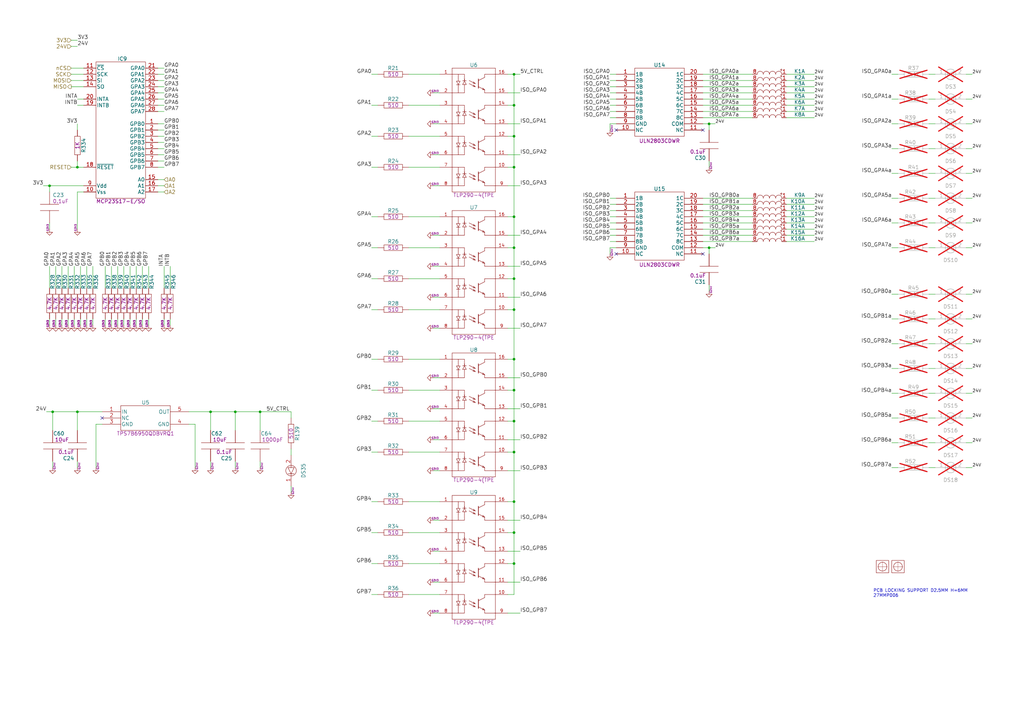
<source format=kicad_sch>
(kicad_sch (version 20250114) (generator "eeschema") (generator_version "9.0")
  (paper "A3")
  (title_block (title "${PART_NUM} ${PCB_NAME} ${ASSY_VARIANT} ${ASSY_NAME}") (date "2025-03-12") (rev "${REVISION}${REVISION_SCH}") (company "${COMPANY}") (comment 1 "${PART_NUM}") (comment 2 "${PRJ_NUM}") (comment 3 "${PRJ_NAME}") (comment 4 "${DESIGNED}") (comment 5 "${PART_NUM_ICT}"))
  (lib_symbols
    (symbol "Capacitor_AVX:06035C104KAZ2A" (pin_numbers (hide yes)) (pin_names (offset 1.016))
      (property "Reference" "C" (at -5.08 1.27 90))
      (property "Nominal" "0.1uF" (at -2.54 1.27 90))
      (symbol "06035C104KAZ2A_1_1"
        (pin passive line (at -6.35 0 0) (length 5.08) (name "~") (number "1"))
        (pin passive line (at 6.35 0 180) (length 5.08) (name "~") (number "2"))
      )
    )
    (symbol "Capacitor_Murata:GRM1885C1H102FA01D" (pin_numbers (hide yes)) (pin_names (offset 1.016))
      (property "Reference" "C" (at 0 5.08 0))
      (property "Nominal" "1000pF" (at 0 -6.35 0))
      (symbol "GRM1885C1H102FA01D_1_1"
        (pin passive line (at -6.35 0 0) (length 5.08) (name "~") (number "1"))
        (pin passive line (at 6.35 0 180) (length 5.08) (name "~") (number "2"))
      )
    )
    (symbol "Capacitor_Samsung:CL32B106KBJNNWE" (pin_numbers (hide yes)) (pin_names (offset 1.016))
      (property "Reference" "C" (at 0 5.08 0))
      (property "Nominal" "10uF" (at 0 -6.35 0))
      (symbol "CL32B106KBJNNWE_1_1"
        (pin passive line (at -6.35 0 0) (length 5.08) (name "~") (number "1"))
        (pin passive line (at 6.35 0 180) (length 5.08) (name "~") (number "2"))
      )
    )
    (symbol "LiteOnInc:LTST-C171KGKT" (pin_names (offset 1.016) (hide yes))
      (property "Reference" "DS" (at 0 4.445 0))
      (symbol "LTST-C171KGKT_1_1"
        (pin passive line (at -6.35 0 0) (length 5.08) (name "-") (number "2"))
        (pin passive line (at 6.35 0 180) (length 5.08) (name "+") (number "1"))
      )
    )
    (symbol "Microchip:MCP23S17_E_SO" (pin_names (offset 0.254))
      (property "Reference" "IC" (at 0.635 20.32 0))
      (property "ManufacturerPartNumber" "MCP23S17-E/SO" (at 0 -38.1 0))
      (symbol "MCP23S17_E_SO_1_1"
        (pin passive line (at -15.24 16.51 0) (length 5.08) (name "~{CS}") (number "11"))
        (pin passive line (at -15.24 13.97 0) (length 5.08) (name "SCK") (number "12"))
        (pin passive line (at -15.24 11.43 0) (length 5.08) (name "SI") (number "13"))
        (pin passive line (at -15.24 8.89 0) (length 5.08) (name "SO") (number "14"))
        (pin passive line (at -15.24 3.81 0) (length 5.08) (name "INTA") (number "20"))
        (pin passive line (at -15.24 1.27 0) (length 5.08) (name "INTB") (number "19"))
        (pin passive line (at -15.24 -24.13 0) (length 5.08) (name "~{RESET}") (number "18"))
        (pin passive line (at -15.24 -31.75 0) (length 5.08) (name "Vdd") (number "9"))
        (pin passive line (at -15.24 -34.29 0) (length 5.08) (name "Vss") (number "10"))
        (pin passive line (at 15.24 16.51 180) (length 5.08) (name "GPA0") (number "21"))
        (pin passive line (at 15.24 13.97 180) (length 5.08) (name "GPA1") (number "22"))
        (pin passive line (at 15.24 11.43 180) (length 5.08) (name "GPA2") (number "23"))
        (pin passive line (at 15.24 8.89 180) (length 5.08) (name "GPA3") (number "24"))
        (pin passive line (at 15.24 6.35 180) (length 5.08) (name "GPA4") (number "25"))
        (pin passive line (at 15.24 3.81 180) (length 5.08) (name "GPA5") (number "26"))
        (pin passive line (at 15.24 1.27 180) (length 5.08) (name "GPA6") (number "27"))
        (pin passive line (at 15.24 -1.27 180) (length 5.08) (name "GPA7") (number "28"))
        (pin passive line (at 15.24 -6.35 180) (length 5.08) (name "GPB0") (number "1"))
        (pin passive line (at 15.24 -8.89 180) (length 5.08) (name "GPB1") (number "2"))
        (pin passive line (at 15.24 -11.43 180) (length 5.08) (name "GPB2") (number "3"))
        (pin passive line (at 15.24 -13.97 180) (length 5.08) (name "GPB3") (number "4"))
        (pin passive line (at 15.24 -16.51 180) (length 5.08) (name "GPB4") (number "5"))
        (pin passive line (at 15.24 -19.05 180) (length 5.08) (name "GPB5") (number "6"))
        (pin passive line (at 15.24 -21.59 180) (length 5.08) (name "GPB6") (number "7"))
        (pin passive line (at 15.24 -24.13 180) (length 5.08) (name "GPB7") (number "8"))
        (pin passive line (at 15.24 -29.21 180) (length 5.08) (name "A0") (number "15"))
        (pin passive line (at 15.24 -31.75 180) (length 5.08) (name "A1") (number "16"))
        (pin passive line (at 15.24 -34.29 180) (length 5.08) (name "A2") (number "17"))
      )
    )
    (symbol "Relay_Omron:G6K-2G-Y-TR_DC24_DPDT" (pin_names (offset 0.762))
      (property "Reference" "K" (at 0.635 3.81 0))
      (symbol "G6K-2G-Y-TR_DC24_DPDT_1_1"
        (text "+" (at -4.191 1.905 0) (effects (font (size 1.27 1.27))))
        (pin power_in line (at -6.35 0 0) (length 1.905) (name "~") (number "1"))
        (pin passive line (at 7.62 0 180) (length 1.905) (name "~") (number "8"))
      )
      (symbol "G6K-2G-Y-TR_DC24_DPDT_2_1"
        (pin passive line (at -6.35 0 0) (length 3.81) (name "~") (number "3"))
        (pin passive line (at 7.62 2.54 180) (length 3.81) (name "~") (number "2"))
        (pin passive line (at 7.62 0 180) (length 3.81) (name "~") (number "4"))
      )
      (symbol "G6K-2G-Y-TR_DC24_DPDT_3_1"
        (pin passive line (at -6.35 0 0) (length 3.81) (name "~") (number "6"))
        (pin passive line (at 7.62 2.54 180) (length 3.81) (name "~") (number "7"))
        (pin passive line (at 7.62 0 180) (length 3.81) (name "~") (number "5"))
      )
    )
    (symbol "Resistor_Yageo:RC0603FR-071KL" (pin_numbers (hide yes)) (pin_names (offset 1.016))
      (property "Reference" "R" (at 0 2.54 0))
      (property "Nominal" "1K" (at 0 0 0))
      (symbol "RC0603FR-071KL_1_1"
        (pin passive line (at -6.35 0 0) (length 2.54) (name "~") (number "1"))
        (pin passive line (at 6.35 0 180) (length 2.54) (name "~") (number "2"))
      )
    )
    (symbol "Resistor_Yageo:RC0603FR-074K7L" (pin_numbers (hide yes)) (pin_names (offset 1.016))
      (property "Reference" "R" (at 0 2.54 0))
      (property "Nominal" "4.7K" (at 0 0 0))
      (symbol "RC0603FR-074K7L_1_1"
        (pin passive line (at -6.35 0 0) (length 2.54) (name "~") (number "1"))
        (pin passive line (at 6.35 0 180) (length 2.54) (name "~") (number "2"))
      )
    )
    (symbol "Resistor_Yageo:RC0603FR-07510RL" (pin_numbers (hide yes)) (pin_names (offset 1.016))
      (property "Reference" "R" (at 0 2.54 0))
      (property "Nominal" "510" (at 0 0 0))
      (symbol "RC0603FR-07510RL_1_1"
        (pin passive line (at -6.35 0 0) (length 2.54) (name "~") (number "1"))
        (pin passive line (at 6.35 0 180) (length 2.54) (name "~") (number "2"))
      )
    )
    (symbol "Resistor_Yageo:RC0805FR-075K1L" (pin_numbers (hide yes)) (pin_names (offset 1.016))
      (property "Reference" "R" (at 0 2.54 0))
      (property "Nominal" "5.1k" (at 0 0 0))
      (symbol "RC0805FR-075K1L_1_1"
        (pin passive line (at -6.35 0 0) (length 2.54) (name "~") (number "1"))
        (pin passive line (at 6.35 0 180) (length 2.54) (name "~") (number "2"))
      )
    )
    (symbol "TI:TPS7B6950QDBVRQ1" (pin_names (offset 0.254))
      (property "Reference" "U" (at 0 12.7 0))
      (property "ManufacturerPartNumber" "TPS7B6950QDBVRQ1" (at 0 0 0))
      (symbol "TPS7B6950QDBVRQ1_1_1"
        (pin passive line (at -17.78 8.89 0) (length 7.62) (name "IN") (number "1"))
        (pin passive line (at -17.78 6.35 0) (length 7.62) (name "NC") (number "2"))
        (pin passive line (at -17.78 3.81 0) (length 7.62) (name "GND") (number "3"))
        (pin passive line (at 17.78 8.89 180) (length 7.62) (name "OUT") (number "5"))
        (pin passive line (at 17.78 3.81 180) (length 7.62) (name "GND") (number "4"))
      )
    )
    (symbol "TI:ULN2803CDWR" (pin_names (offset 0.254))
      (property "Reference" "U" (at 0 15.24 0))
      (property "ManufacturerPartNumber" "ULN2803CDWR" (at 0 -15.875 0))
      (symbol "ULN2803CDWR_1_0"
        (pin power_in line (at 17.78 -8.89 180) (length 7.62) (name "COM") (number "12"))
        (pin passive line (at 17.78 -11.43 180) (length 7.62) (name "NC") (number "11"))
      )
      (symbol "ULN2803CDWR_1_1"
        (pin input line (at -17.78 11.43 0) (length 7.62) (name "1B") (number "1"))
        (pin input line (at -17.78 8.89 0) (length 7.62) (name "2B") (number "2"))
        (pin input line (at -17.78 6.35 0) (length 7.62) (name "3B") (number "3"))
        (pin input line (at -17.78 3.81 0) (length 7.62) (name "4B") (number "4"))
        (pin input line (at -17.78 1.27 0) (length 7.62) (name "5B") (number "5"))
        (pin input line (at -17.78 -1.27 0) (length 7.62) (name "6B") (number "6"))
        (pin input line (at -17.78 -3.81 0) (length 7.62) (name "7B") (number "7"))
        (pin input line (at -17.78 -6.35 0) (length 7.62) (name "8B") (number "8"))
        (pin power_in line (at -17.78 -8.89 0) (length 7.62) (name "GND") (number "9"))
        (pin passive line (at -17.78 -11.43 0) (length 7.62) (name "NC") (number "10"))
        (pin output line (at 17.78 11.43 180) (length 7.62) (name "1C") (number "20"))
        (pin output line (at 17.78 8.89 180) (length 7.62) (name "2C") (number "19"))
        (pin output line (at 17.78 6.35 180) (length 7.62) (name "3C") (number "18"))
        (pin output line (at 17.78 3.81 180) (length 7.62) (name "4C") (number "17"))
        (pin output line (at 17.78 1.27 180) (length 7.62) (name "5C") (number "16"))
        (pin output line (at 17.78 -1.27 180) (length 7.62) (name "6C") (number "15"))
        (pin output line (at 17.78 -3.81 180) (length 7.62) (name "7C") (number "14"))
        (pin output line (at 17.78 -6.35 180) (length 7.62) (name "8C") (number "13"))
      )
    )
    (symbol "Toshiba:TLP290-4(TPE" (pin_names (offset 0.762) (hide yes))
      (property "Reference" "U" (at 0 7.62 0))
      (property "ManufacturerPartNumber" "TLP290-4(TPE" (at 0 -45.72 0))
      (symbol "TLP290-4(TPE_1_1"
        (pin passive line (at -13.97 3.81 0) (length 5.08) (name "~") (number "1"))
        (pin passive line (at -13.97 -3.81 0) (length 5.08) (name "~") (number "2"))
        (pin passive line (at -13.97 -8.89 0) (length 5.08) (name "~") (number "3"))
        (pin passive line (at -13.97 -16.51 0) (length 5.08) (name "~") (number "4"))
        (pin passive line (at -13.97 -21.59 0) (length 5.08) (name "~") (number "5"))
        (pin passive line (at -13.97 -29.21 0) (length 5.08) (name "~") (number "6"))
        (pin passive line (at -13.97 -34.29 0) (length 5.08) (name "~") (number "7"))
        (pin passive line (at -13.97 -41.91 0) (length 5.08) (name "~") (number "8"))
        (pin passive line (at 13.97 3.81 180) (length 5.08) (name "~") (number "16"))
        (pin passive line (at 13.97 -3.81 180) (length 5.08) (name "~") (number "15"))
        (pin passive line (at 13.97 -8.89 180) (length 5.08) (name "~") (number "14"))
        (pin passive line (at 13.97 -16.51 180) (length 5.08) (name "~") (number "13"))
        (pin passive line (at 13.97 -21.59 180) (length 5.08) (name "~") (number "12"))
        (pin passive line (at 13.97 -29.21 180) (length 5.08) (name "~") (number "11"))
        (pin passive line (at 13.97 -34.29 180) (length 5.08) (name "~") (number "10"))
        (pin passive line (at 13.97 -41.91 180) (length 5.08) (name "~") (number "9"))
      )
    )
    (symbol "_mounting_hole:MTGNPH250Z345K480" (pin_numbers (hide yes)) (pin_names (offset 1.016)) (exclude_from_sim yes) (in_bom no))
    (symbol "_power_symbol:GND_24V" (power) (pin_names (offset 0))
      (property "ShortName" "G24V" (at -0.762 0.635 90))
      (symbol "GND_24V_1_1"
        (pin power_in line (at 0 0 270) (length 0) (hide yes) (name "GND_24V") (number "1"))
      )
    )
    (symbol "_power_symbol:GND_3V3" (power) (pin_names (offset 0))
      (property "ShortName" "G3V3" (at -0.762 0.635 90))
      (symbol "GND_3V3_1_1"
        (pin power_in line (at 0 0 270) (length 0) (hide yes) (name "GNDD") (number "1"))
      )
    )
  )
  (text "TODO:\n\n- INTERRUPT OUTPUT CAN BE CONFIGURED AS ACTIVE-HIGH, ACTIVE-LOW OR OPEN-DRAIN\n - VSUP (FOR RELAY'S COIL ...) AND 3V3 (MICROCONTROLLER, MCP ...)\n\n\n\n" (at 39.37 -3.81 0) (effects (font (size 3.048 3.048)) (justify left bottom)))
  (text "PCB LOCKING SUPPORT D2.5MM H=6MM  \n27MMP006" (at 358.14 245.11 0) (effects (font (size 1.27 1.27)) (justify left bottom)))
  (junction (at 210.82 30.48))
  (junction (at 210.82 147.32))
  (junction (at 290.83 50.8))
  (junction (at 86.36 168.91))
  (junction (at 210.82 172.72))
  (junction (at 210.82 55.88))
  (junction (at 210.82 43.18))
  (junction (at 31.75 168.91))
  (junction (at 31.75 68.58))
  (junction (at 210.82 68.58))
  (junction (at 210.82 218.44))
  (junction (at 210.82 127))
  (junction (at 96.52 168.91))
  (junction (at 210.82 114.3))
  (junction (at 21.59 168.91))
  (junction (at 290.83 101.6))
  (junction (at 210.82 185.42))
  (junction (at 106.68 168.91))
  (junction (at 210.82 231.14))
  (junction (at 20.32 76.2))
  (junction (at 210.82 101.6))
  (junction (at 210.82 160.02))
  (junction (at 210.82 88.9))
  (junction (at 210.82 205.74))
  (no_connect (at 252.73 104.14))
  (no_connect (at 41.91 171.45))
  (no_connect (at 288.29 104.14))
  (no_connect (at 288.29 53.34))
  (no_connect (at 252.73 53.34))
  (wire (pts (xy 152.4 243.84) (xy 154.94 243.84)))
  (wire (pts (xy 208.28 63.5) (xy 213.36 63.5)))
  (wire (pts (xy 322.58 38.1) (xy 334.01 38.1)))
  (wire (pts (xy 250.19 88.9) (xy 252.73 88.9)))
  (wire (pts (xy 381 120.65) (xy 383.54 120.65)))
  (wire (pts (xy 250.19 45.72) (xy 252.73 45.72)))
  (wire (pts (xy 208.28 160.02) (xy 210.82 160.02)))
  (wire (pts (xy 396.24 50.8) (xy 398.78 50.8)))
  (wire (pts (xy 288.29 81.28) (xy 308.61 81.28)))
  (wire (pts (xy 22.86 118.11) (xy 22.86 109.22)))
  (wire (pts (xy 210.82 147.32) (xy 210.82 160.02)))
  (wire (pts (xy 25.4 118.11) (xy 25.4 109.22)))
  (wire (pts (xy 31.75 93.98) (xy 31.75 78.74)))
  (wire (pts (xy 119.38 199.39) (xy 119.38 201.93)))
  (wire (pts (xy 177.8 96.52) (xy 180.34 96.52)))
  (wire (pts (xy 67.31 33.02) (xy 64.77 33.02)))
  (wire (pts (xy 210.82 43.18) (xy 210.82 55.88)))
  (wire (pts (xy 208.28 218.44) (xy 210.82 218.44)))
  (wire (pts (xy 250.19 96.52) (xy 252.73 96.52)))
  (wire (pts (xy 208.28 68.58) (xy 210.82 68.58)))
  (wire (pts (xy 250.19 86.36) (xy 252.73 86.36)))
  (wire (pts (xy 381 91.44) (xy 383.54 91.44)))
  (wire (pts (xy 167.64 114.3) (xy 180.34 114.3)))
  (wire (pts (xy 152.4 127) (xy 154.94 127)))
  (wire (pts (xy 210.82 185.42) (xy 210.82 205.74)))
  (wire (pts (xy 167.64 160.02) (xy 180.34 160.02)))
  (wire (pts (xy 288.29 35.56) (xy 308.61 35.56)))
  (wire (pts (xy 208.28 243.84) (xy 210.82 243.84)))
  (wire (pts (xy 177.8 121.92) (xy 180.34 121.92)))
  (wire (pts (xy 396.24 30.48) (xy 398.78 30.48)))
  (wire (pts (xy 365.76 130.81) (xy 368.3 130.81)))
  (wire (pts (xy 290.83 68.58) (xy 290.83 66.04)))
  (wire (pts (xy 381 181.61) (xy 383.54 181.61)))
  (wire (pts (xy 396.24 171.45) (xy 398.78 171.45)))
  (wire (pts (xy 288.29 38.1) (xy 308.61 38.1)))
  (wire (pts (xy 86.36 168.91) (xy 96.52 168.91)))
  (wire (pts (xy 322.58 91.44) (xy 334.01 91.44)))
  (wire (pts (xy 152.4 68.58) (xy 154.94 68.58)))
  (wire (pts (xy 35.56 118.11) (xy 35.56 109.22)))
  (wire (pts (xy 58.42 118.11) (xy 58.42 109.22)))
  (wire (pts (xy 365.76 161.29) (xy 368.3 161.29)))
  (wire (pts (xy 38.1 133.35) (xy 38.1 130.81)))
  (wire (pts (xy 34.29 27.94) (xy 29.21 27.94)))
  (wire (pts (xy 250.19 81.28) (xy 252.73 81.28)))
  (wire (pts (xy 152.4 218.44) (xy 154.94 218.44)))
  (wire (pts (xy 20.32 76.2) (xy 34.29 76.2)))
  (wire (pts (xy 250.19 40.64) (xy 252.73 40.64)))
  (wire (pts (xy 381 71.12) (xy 383.54 71.12)))
  (wire (pts (xy 152.4 172.72) (xy 154.94 172.72)))
  (wire (pts (xy 31.75 78.74) (xy 34.29 78.74)))
  (wire (pts (xy 69.85 109.22) (xy 69.85 118.11)))
  (wire (pts (xy 167.64 101.6) (xy 180.34 101.6)))
  (wire (pts (xy 365.76 151.13) (xy 368.3 151.13)))
  (wire (pts (xy 152.4 43.18) (xy 154.94 43.18)))
  (wire (pts (xy 322.58 33.02) (xy 334.01 33.02)))
  (wire (pts (xy 288.29 33.02) (xy 308.61 33.02)))
  (wire (pts (xy 167.64 147.32) (xy 180.34 147.32)))
  (wire (pts (xy 250.19 101.6) (xy 252.73 101.6)))
  (wire (pts (xy 167.64 205.74) (xy 180.34 205.74)))
  (wire (pts (xy 20.32 78.74) (xy 20.32 76.2)))
  (wire (pts (xy 64.77 66.04) (xy 67.31 66.04)))
  (wire (pts (xy 208.28 213.36) (xy 213.36 213.36)))
  (wire (pts (xy 152.4 101.6) (xy 154.94 101.6)))
  (wire (pts (xy 77.47 173.99) (xy 80.01 173.99)))
  (wire (pts (xy 210.82 231.14) (xy 210.82 243.84)))
  (wire (pts (xy 210.82 30.48) (xy 210.82 43.18)))
  (wire (pts (xy 288.29 30.48) (xy 308.61 30.48)))
  (wire (pts (xy 69.85 133.35) (xy 69.85 130.81)))
  (wire (pts (xy 396.24 101.6) (xy 398.78 101.6)))
  (wire (pts (xy 208.28 50.8) (xy 213.36 50.8)))
  (wire (pts (xy 152.4 205.74) (xy 154.94 205.74)))
  (wire (pts (xy 38.1 118.11) (xy 38.1 109.22)))
  (wire (pts (xy 396.24 151.13) (xy 398.78 151.13)))
  (wire (pts (xy 45.72 133.35) (xy 45.72 130.81)))
  (wire (pts (xy 25.4 133.35) (xy 25.4 130.81)))
  (wire (pts (xy 152.4 231.14) (xy 154.94 231.14)))
  (wire (pts (xy 119.38 168.91) (xy 119.38 171.45)))
  (wire (pts (xy 365.76 40.64) (xy 368.3 40.64)))
  (wire (pts (xy 288.29 43.18) (xy 308.61 43.18)))
  (wire (pts (xy 119.38 184.15) (xy 119.38 186.69)))
  (wire (pts (xy 250.19 53.34) (xy 250.19 50.8)))
  (wire (pts (xy 67.31 45.72) (xy 64.77 45.72)))
  (wire (pts (xy 177.8 193.04) (xy 180.34 193.04)))
  (wire (pts (xy 177.8 134.62) (xy 180.34 134.62)))
  (wire (pts (xy 64.77 58.42) (xy 67.31 58.42)))
  (wire (pts (xy 396.24 120.65) (xy 398.78 120.65)))
  (wire (pts (xy 58.42 133.35) (xy 58.42 130.81)))
  (wire (pts (xy 208.28 30.48) (xy 210.82 30.48)))
  (wire (pts (xy 67.31 55.88) (xy 64.77 55.88)))
  (wire (pts (xy 288.29 40.64) (xy 308.61 40.64)))
  (wire (pts (xy 208.28 109.22) (xy 213.36 109.22)))
  (wire (pts (xy 381 171.45) (xy 383.54 171.45)))
  (wire (pts (xy 48.26 118.11) (xy 48.26 109.22)))
  (wire (pts (xy 177.8 213.36) (xy 180.34 213.36)))
  (wire (pts (xy 167.64 30.48) (xy 180.34 30.48)))
  (wire (pts (xy 86.36 168.91) (xy 86.36 176.53)))
  (wire (pts (xy 31.75 191.77) (xy 31.75 189.23)))
  (wire (pts (xy 250.19 35.56) (xy 252.73 35.56)))
  (wire (pts (xy 250.19 93.98) (xy 252.73 93.98)))
  (wire (pts (xy 17.78 76.2) (xy 20.32 76.2)))
  (wire (pts (xy 64.77 43.18) (xy 67.31 43.18)))
  (wire (pts (xy 152.4 185.42) (xy 154.94 185.42)))
  (wire (pts (xy 31.75 168.91) (xy 31.75 176.53)))
  (wire (pts (xy 177.8 180.34) (xy 180.34 180.34)))
  (wire (pts (xy 250.19 43.18) (xy 252.73 43.18)))
  (wire (pts (xy 208.28 101.6) (xy 210.82 101.6)))
  (wire (pts (xy 210.82 205.74) (xy 210.82 218.44)))
  (wire (pts (xy 177.8 167.64) (xy 180.34 167.64)))
  (wire (pts (xy 210.82 160.02) (xy 210.82 172.72)))
  (wire (pts (xy 29.21 68.58) (xy 31.75 68.58)))
  (wire (pts (xy 365.76 81.28) (xy 368.3 81.28)))
  (wire (pts (xy 322.58 35.56) (xy 334.01 35.56)))
  (wire (pts (xy 290.83 101.6) (xy 290.83 104.14)))
  (wire (pts (xy 365.76 181.61) (xy 368.3 181.61)))
  (wire (pts (xy 208.28 226.06) (xy 213.36 226.06)))
  (wire (pts (xy 381 130.81) (xy 383.54 130.81)))
  (wire (pts (xy 177.8 226.06) (xy 180.34 226.06)))
  (wire (pts (xy 53.34 118.11) (xy 53.34 109.22)))
  (wire (pts (xy 33.02 133.35) (xy 33.02 130.81)))
  (wire (pts (xy 288.29 86.36) (xy 308.61 86.36)))
  (wire (pts (xy 210.82 218.44) (xy 210.82 231.14)))
  (wire (pts (xy 106.68 191.77) (xy 106.68 189.23)))
  (wire (pts (xy 33.02 118.11) (xy 33.02 109.22)))
  (wire (pts (xy 67.31 133.35) (xy 67.31 130.81)))
  (wire (pts (xy 381 60.96) (xy 383.54 60.96)))
  (wire (pts (xy 67.31 73.66) (xy 64.77 73.66)))
  (wire (pts (xy 381 140.97) (xy 383.54 140.97)))
  (wire (pts (xy 86.36 191.77) (xy 86.36 189.23)))
  (wire (pts (xy 34.29 68.58) (xy 31.75 68.58)))
  (wire (pts (xy 177.8 50.8) (xy 180.34 50.8)))
  (wire (pts (xy 19.05 168.91) (xy 21.59 168.91)))
  (wire (pts (xy 43.18 118.11) (xy 43.18 109.22)))
  (wire (pts (xy 167.64 88.9) (xy 180.34 88.9)))
  (wire (pts (xy 39.37 173.99) (xy 39.37 191.77)))
  (wire (pts (xy 381 161.29) (xy 383.54 161.29)))
  (wire (pts (xy 152.4 147.32) (xy 154.94 147.32)))
  (wire (pts (xy 208.28 114.3) (xy 210.82 114.3)))
  (wire (pts (xy 27.94 118.11) (xy 27.94 109.22)))
  (wire (pts (xy 322.58 83.82) (xy 334.01 83.82)))
  (wire (pts (xy 208.28 121.92) (xy 213.36 121.92)))
  (wire (pts (xy 177.8 76.2) (xy 180.34 76.2)))
  (wire (pts (xy 167.64 231.14) (xy 180.34 231.14)))
  (wire (pts (xy 208.28 88.9) (xy 210.82 88.9)))
  (wire (pts (xy 177.8 251.46) (xy 180.34 251.46)))
  (wire (pts (xy 322.58 96.52) (xy 334.01 96.52)))
  (wire (pts (xy 45.72 118.11) (xy 45.72 109.22)))
  (wire (pts (xy 250.19 38.1) (xy 252.73 38.1)))
  (wire (pts (xy 29.21 19.05) (xy 31.75 19.05)))
  (wire (pts (xy 208.28 238.76) (xy 213.36 238.76)))
  (wire (pts (xy 29.21 30.48) (xy 34.29 30.48)))
  (wire (pts (xy 167.64 127) (xy 180.34 127)))
  (wire (pts (xy 210.82 68.58) (xy 210.82 88.9)))
  (wire (pts (xy 396.24 140.97) (xy 398.78 140.97)))
  (wire (pts (xy 60.96 118.11) (xy 60.96 109.22)))
  (wire (pts (xy 67.31 50.8) (xy 64.77 50.8)))
  (wire (pts (xy 208.28 96.52) (xy 213.36 96.52)))
  (wire (pts (xy 208.28 185.42) (xy 210.82 185.42)))
  (wire (pts (xy 396.24 181.61) (xy 398.78 181.61)))
  (wire (pts (xy 35.56 133.35) (xy 35.56 130.81)))
  (wire (pts (xy 208.28 251.46) (xy 213.36 251.46)))
  (wire (pts (xy 67.31 68.58) (xy 64.77 68.58)))
  (wire (pts (xy 210.82 127) (xy 210.82 147.32)))
  (wire (pts (xy 208.28 172.72) (xy 210.82 172.72)))
  (wire (pts (xy 55.88 133.35) (xy 55.88 130.81)))
  (wire (pts (xy 208.28 205.74) (xy 210.82 205.74)))
  (wire (pts (xy 322.58 93.98) (xy 334.01 93.98)))
  (wire (pts (xy 208.28 43.18) (xy 210.82 43.18)))
  (wire (pts (xy 365.76 101.6) (xy 368.3 101.6)))
  (wire (pts (xy 167.64 172.72) (xy 180.34 172.72)))
  (wire (pts (xy 152.4 88.9) (xy 154.94 88.9)))
  (wire (pts (xy 288.29 99.06) (xy 308.61 99.06)))
  (wire (pts (xy 20.32 133.35) (xy 20.32 130.81)))
  (wire (pts (xy 365.76 91.44) (xy 368.3 91.44)))
  (wire (pts (xy 288.29 88.9) (xy 308.61 88.9)))
  (wire (pts (xy 208.28 127) (xy 210.82 127)))
  (wire (pts (xy 322.58 88.9) (xy 334.01 88.9)))
  (wire (pts (xy 322.58 45.72) (xy 334.01 45.72)))
  (wire (pts (xy 20.32 118.11) (xy 20.32 109.22)))
  (wire (pts (xy 39.37 173.99) (xy 41.91 173.99)))
  (wire (pts (xy 177.8 38.1) (xy 180.34 38.1)))
  (wire (pts (xy 27.94 133.35) (xy 27.94 130.81)))
  (wire (pts (xy 210.82 88.9) (xy 210.82 101.6)))
  (wire (pts (xy 250.19 104.14) (xy 250.19 101.6)))
  (wire (pts (xy 208.28 147.32) (xy 210.82 147.32)))
  (wire (pts (xy 167.64 68.58) (xy 180.34 68.58)))
  (wire (pts (xy 21.59 168.91) (xy 21.59 176.53)))
  (wire (pts (xy 48.26 133.35) (xy 48.26 130.81)))
  (wire (pts (xy 208.28 180.34) (xy 213.36 180.34)))
  (wire (pts (xy 381 81.28) (xy 383.54 81.28)))
  (wire (pts (xy 322.58 86.36) (xy 334.01 86.36)))
  (wire (pts (xy 396.24 40.64) (xy 398.78 40.64)))
  (wire (pts (xy 96.52 191.77) (xy 96.52 189.23)))
  (wire (pts (xy 31.75 68.58) (xy 31.75 66.04)))
  (wire (pts (xy 381 40.64) (xy 383.54 40.64)))
  (wire (pts (xy 64.77 53.34) (xy 67.31 53.34)))
  (wire (pts (xy 365.76 50.8) (xy 368.3 50.8)))
  (wire (pts (xy 210.82 30.48) (xy 213.36 30.48)))
  (wire (pts (xy 208.28 55.88) (xy 210.82 55.88)))
  (wire (pts (xy 210.82 172.72) (xy 210.82 185.42)))
  (wire (pts (xy 29.21 35.56) (xy 34.29 35.56)))
  (wire (pts (xy 167.64 43.18) (xy 180.34 43.18)))
  (wire (pts (xy 288.29 91.44) (xy 308.61 91.44)))
  (wire (pts (xy 396.24 130.81) (xy 398.78 130.81)))
  (wire (pts (xy 250.19 99.06) (xy 252.73 99.06)))
  (wire (pts (xy 43.18 133.35) (xy 43.18 130.81)))
  (wire (pts (xy 381 30.48) (xy 383.54 30.48)))
  (wire (pts (xy 210.82 55.88) (xy 210.82 68.58)))
  (wire (pts (xy 177.8 109.22) (xy 180.34 109.22)))
  (wire (pts (xy 177.8 154.94) (xy 180.34 154.94)))
  (wire (pts (xy 290.83 101.6) (xy 293.37 101.6)))
  (wire (pts (xy 322.58 30.48) (xy 334.01 30.48)))
  (wire (pts (xy 322.58 40.64) (xy 334.01 40.64)))
  (wire (pts (xy 152.4 114.3) (xy 154.94 114.3)))
  (wire (pts (xy 208.28 134.62) (xy 213.36 134.62)))
  (wire (pts (xy 30.48 118.11) (xy 30.48 109.22)))
  (wire (pts (xy 288.29 45.72) (xy 308.61 45.72)))
  (wire (pts (xy 210.82 114.3) (xy 210.82 127)))
  (wire (pts (xy 96.52 168.91) (xy 96.52 176.53)))
  (wire (pts (xy 381 101.6) (xy 383.54 101.6)))
  (wire (pts (xy 290.83 119.38) (xy 290.83 116.84)))
  (wire (pts (xy 365.76 71.12) (xy 368.3 71.12)))
  (wire (pts (xy 152.4 30.48) (xy 154.94 30.48)))
  (wire (pts (xy 64.77 35.56) (xy 67.31 35.56)))
  (wire (pts (xy 53.34 133.35) (xy 53.34 130.81)))
  (wire (pts (xy 365.76 60.96) (xy 368.3 60.96)))
  (wire (pts (xy 167.64 243.84) (xy 180.34 243.84)))
  (wire (pts (xy 177.8 238.76) (xy 180.34 238.76)))
  (wire (pts (xy 396.24 81.28) (xy 398.78 81.28)))
  (wire (pts (xy 365.76 191.77) (xy 368.3 191.77)))
  (wire (pts (xy 396.24 91.44) (xy 398.78 91.44)))
  (wire (pts (xy 208.28 76.2) (xy 213.36 76.2)))
  (wire (pts (xy 288.29 93.98) (xy 308.61 93.98)))
  (wire (pts (xy 96.52 168.91) (xy 106.68 168.91)))
  (wire (pts (xy 288.29 83.82) (xy 308.61 83.82)))
  (wire (pts (xy 67.31 63.5) (xy 64.77 63.5)))
  (wire (pts (xy 290.83 50.8) (xy 293.37 50.8)))
  (wire (pts (xy 250.19 48.26) (xy 252.73 48.26)))
  (wire (pts (xy 167.64 185.42) (xy 180.34 185.42)))
  (wire (pts (xy 31.75 168.91) (xy 41.91 168.91)))
  (wire (pts (xy 67.31 109.22) (xy 67.31 118.11)))
  (wire (pts (xy 250.19 50.8) (xy 252.73 50.8)))
  (wire (pts (xy 381 191.77) (xy 383.54 191.77)))
  (wire (pts (xy 167.64 55.88) (xy 180.34 55.88)))
  (wire (pts (xy 288.29 50.8) (xy 290.83 50.8)))
  (wire (pts (xy 396.24 71.12) (xy 398.78 71.12)))
  (wire (pts (xy 67.31 40.64) (xy 64.77 40.64)))
  (wire (pts (xy 290.83 50.8) (xy 290.83 53.34)))
  (wire (pts (xy 322.58 81.28) (xy 334.01 81.28)))
  (wire (pts (xy 31.75 50.8) (xy 31.75 53.34)))
  (wire (pts (xy 152.4 55.88) (xy 154.94 55.88)))
  (wire (pts (xy 34.29 40.64) (xy 31.75 40.64)))
  (wire (pts (xy 322.58 48.26) (xy 334.01 48.26)))
  (wire (pts (xy 21.59 168.91) (xy 31.75 168.91)))
  (wire (pts (xy 396.24 60.96) (xy 398.78 60.96)))
  (wire (pts (xy 30.48 133.35) (xy 30.48 130.81)))
  (wire (pts (xy 250.19 30.48) (xy 252.73 30.48)))
  (wire (pts (xy 288.29 96.52) (xy 308.61 96.52)))
  (wire (pts (xy 396.24 161.29) (xy 398.78 161.29)))
  (wire (pts (xy 21.59 191.77) (xy 21.59 189.23)))
  (wire (pts (xy 365.76 171.45) (xy 368.3 171.45)))
  (wire (pts (xy 67.31 78.74) (xy 64.77 78.74)))
  (wire (pts (xy 288.29 101.6) (xy 290.83 101.6)))
  (wire (pts (xy 208.28 231.14) (xy 210.82 231.14)))
  (wire (pts (xy 64.77 30.48) (xy 67.31 30.48)))
  (wire (pts (xy 31.75 43.18) (xy 34.29 43.18)))
  (wire (pts (xy 208.28 167.64) (xy 213.36 167.64)))
  (wire (pts (xy 152.4 160.02) (xy 154.94 160.02)))
  (wire (pts (xy 50.8 118.11) (xy 50.8 109.22)))
  (wire (pts (xy 50.8 133.35) (xy 50.8 130.81)))
  (wire (pts (xy 67.31 27.94) (xy 64.77 27.94)))
  (wire (pts (xy 381 50.8) (xy 383.54 50.8)))
  (wire (pts (xy 208.28 38.1) (xy 213.36 38.1)))
  (wire (pts (xy 106.68 168.91) (xy 106.68 176.53)))
  (wire (pts (xy 55.88 118.11) (xy 55.88 109.22)))
  (wire (pts (xy 34.29 33.02) (xy 29.21 33.02)))
  (wire (pts (xy 208.28 193.04) (xy 213.36 193.04)))
  (wire (pts (xy 288.29 48.26) (xy 308.61 48.26)))
  (wire (pts (xy 396.24 191.77) (xy 398.78 191.77)))
  (wire (pts (xy 210.82 101.6) (xy 210.82 114.3)))
  (wire (pts (xy 250.19 91.44) (xy 252.73 91.44)))
  (wire (pts (xy 20.32 91.44) (xy 20.32 93.98)))
  (wire (pts (xy 177.8 63.5) (xy 180.34 63.5)))
  (wire (pts (xy 208.28 154.94) (xy 213.36 154.94)))
  (wire (pts (xy 64.77 76.2) (xy 67.31 76.2)))
  (wire (pts (xy 80.01 173.99) (xy 80.01 191.77)))
  (wire (pts (xy 22.86 133.35) (xy 22.86 130.81)))
  (wire (pts (xy 365.76 140.97) (xy 368.3 140.97)))
  (wire (pts (xy 365.76 30.48) (xy 368.3 30.48)))
  (wire (pts (xy 250.19 83.82) (xy 252.73 83.82)))
  (wire (pts (xy 381 151.13) (xy 383.54 151.13)))
  (wire (pts (xy 77.47 168.91) (xy 86.36 168.91)))
  (wire (pts (xy 167.64 218.44) (xy 180.34 218.44)))
  (wire (pts (xy 106.68 168.91) (xy 119.38 168.91)))
  (wire (pts (xy 60.96 133.35) (xy 60.96 130.81)))
  (wire (pts (xy 322.58 43.18) (xy 334.01 43.18)))
  (wire (pts (xy 365.76 120.65) (xy 368.3 120.65)))
  (wire (pts (xy 31.75 16.51) (xy 29.21 16.51)))
  (wire (pts (xy 322.58 99.06) (xy 334.01 99.06)))
  (wire (pts (xy 67.31 60.96) (xy 64.77 60.96)))
  (wire (pts (xy 250.19 33.02) (xy 252.73 33.02)))
  (wire (pts (xy 67.31 38.1) (xy 64.77 38.1)))
  (label "GPA2" (at 25.4 109.22 90) (effects (font (size 1.524 1.524))))
  (label "ISO_GPB6" (at 213.36 238.76 0) (effects (font (size 1.524 1.524))))
  (label "24V" (at 398.78 101.6 0))
  (label "ISO_GPB7" (at 213.36 251.46 0) (effects (font (size 1.524 1.524))))
  (label "ISO_GPB2" (at 213.36 180.34 0) (effects (font (size 1.524 1.524))))
  (label "ISO_GPA3" (at 250.19 38.1 180) (effects (font (size 1.524 1.524))))
  (label "ISO_GPA1a" (at 365.76 40.64 180) (effects (font (size 1.524 1.524))))
  (label "ISO_GPA7a" (at 290.83 48.26 0) (effects (font (size 1.524 1.524))))
  (label "ISO_GPA7" (at 250.19 48.26 180) (effects (font (size 1.524 1.524))))
  (label "ISO_GPA1" (at 213.36 50.8 0) (effects (font (size 1.524 1.524))))
  (label "INTB" (at 31.75 43.18 180) (effects (font (size 1.524 1.524))))
  (label "24V" (at 398.78 81.28 0))
  (label "ISO_GPB3a" (at 290.83 88.9 0) (effects (font (size 1.524 1.524))))
  (label "24V" (at 334.01 81.28 0))
  (label "GPA3" (at 152.4 68.58 180) (effects (font (size 1.524 1.524))))
  (label "24V" (at 293.37 50.8 0))
  (label "GPA3" (at 67.31 35.56 0) (effects (font (size 1.524 1.524))))
  (label "24V" (at 19.05 168.91 180) (effects (font (size 1.524 1.524))))
  (label "24V" (at 293.37 101.6 0))
  (label "ISO_GPB4" (at 213.36 213.36 0) (effects (font (size 1.524 1.524))))
  (label "ISO_GPB1a" (at 290.83 83.82 0) (effects (font (size 1.524 1.524))))
  (label "ISO_GPA1" (at 250.19 33.02 180) (effects (font (size 1.524 1.524))))
  (label "ISO_GPA7" (at 213.36 134.62 0) (effects (font (size 1.524 1.524))))
  (label "ISO_GPA5a" (at 365.76 81.28 180) (effects (font (size 1.524 1.524))))
  (label "INTB" (at 69.85 109.22 90) (effects (font (size 1.524 1.524))))
  (label "GPB1" (at 152.4 160.02 180) (effects (font (size 1.524 1.524))))
  (label "24V" (at 334.01 83.82 0))
  (label "24V" (at 398.78 191.77 0))
  (label "24V" (at 398.78 171.45 0))
  (label "24V" (at 334.01 48.26 0))
  (label "GPA1" (at 67.31 30.48 0) (effects (font (size 1.524 1.524))))
  (label "24V" (at 398.78 60.96 0))
  (label "GPB5" (at 152.4 218.44 180) (effects (font (size 1.524 1.524))))
  (label "ISO_GPA5a" (at 290.83 43.18 0) (effects (font (size 1.524 1.524))))
  (label "GPB6" (at 152.4 231.14 180) (effects (font (size 1.524 1.524))))
  (label "GPA6" (at 35.56 109.22 90) (effects (font (size 1.524 1.524))))
  (label "ISO_GPB2" (at 250.19 86.36 180) (effects (font (size 1.524 1.524))))
  (label "24V" (at 334.01 45.72 0))
  (label "GPA6" (at 152.4 114.3 180) (effects (font (size 1.524 1.524))))
  (label "24V" (at 398.78 30.48 0))
  (label "GPA1" (at 22.86 109.22 90) (effects (font (size 1.524 1.524))))
  (label "GPA0" (at 20.32 109.22 90) (effects (font (size 1.524 1.524))))
  (label "GPA5" (at 152.4 101.6 180) (effects (font (size 1.524 1.524))))
  (label "GPB6" (at 58.42 109.22 90) (effects (font (size 1.524 1.524))))
  (label "24V" (at 398.78 120.65 0))
  (label "ISO_GPA6a" (at 365.76 91.44 180) (effects (font (size 1.524 1.524))))
  (label "24V" (at 398.78 151.13 0))
  (label "24V" (at 398.78 50.8 0))
  (label "GPB5" (at 67.31 63.5 0) (effects (font (size 1.524 1.524))))
  (label "GPA2" (at 67.31 33.02 0) (effects (font (size 1.524 1.524))))
  (label "ISO_GPA2" (at 213.36 63.5 0) (effects (font (size 1.524 1.524))))
  (label "ISO_GPB0" (at 213.36 154.94 0) (effects (font (size 1.524 1.524))))
  (label "ISO_GPB7a" (at 365.76 191.77 180) (effects (font (size 1.524 1.524))))
  (label "24V" (at 398.78 161.29 0))
  (label "24V" (at 31.75 19.05 0) (effects (font (size 1.524 1.524))))
  (label "ISO_GPB3" (at 213.36 193.04 0) (effects (font (size 1.524 1.524))))
  (label "ISO_GPA3a" (at 290.83 38.1 0) (effects (font (size 1.524 1.524))))
  (label "ISO_GPA1a" (at 290.83 33.02 0) (effects (font (size 1.524 1.524))))
  (label "GPB7" (at 67.31 68.58 0) (effects (font (size 1.524 1.524))))
  (label "GPB4" (at 152.4 205.74 180) (effects (font (size 1.524 1.524))))
  (label "5V_CTRL" (at 109.22 168.91 0) (effects (font (size 1.524 1.524))))
  (label "ISO_GPA0a" (at 365.76 30.48 180) (effects (font (size 1.524 1.524))))
  (label "GPB2" (at 152.4 172.72 180) (effects (font (size 1.524 1.524))))
  (label "ISO_GPB5" (at 250.19 93.98 180) (effects (font (size 1.524 1.524))))
  (label "ISO_GPB4a" (at 290.83 91.44 0) (effects (font (size 1.524 1.524))))
  (label "GPB3" (at 152.4 185.42 180) (effects (font (size 1.524 1.524))))
  (label "ISO_GPB2a" (at 365.76 140.97 180) (effects (font (size 1.524 1.524))))
  (label "ISO_GPB1a" (at 365.76 130.81 180) (effects (font (size 1.524 1.524))))
  (label "ISO_GPB7a" (at 290.83 99.06 0) (effects (font (size 1.524 1.524))))
  (label "ISO_GPB1" (at 213.36 167.64 0) (effects (font (size 1.524 1.524))))
  (label "ISO_GPB3" (at 250.19 88.9 180) (effects (font (size 1.524 1.524))))
  (label "24V" (at 334.01 43.18 0))
  (label "ISO_GPB6" (at 250.19 96.52 180) (effects (font (size 1.524 1.524))))
  (label "ISO_GPA0" (at 213.36 38.1 0) (effects (font (size 1.524 1.524))))
  (label "ISO_GPB7" (at 250.19 99.06 180) (effects (font (size 1.524 1.524))))
  (label "ISO_GPA3" (at 213.36 76.2 0) (effects (font (size 1.524 1.524))))
  (label "GPA5" (at 67.31 40.64 0) (effects (font (size 1.524 1.524))))
  (label "24V" (at 398.78 91.44 0))
  (label "ISO_GPA6" (at 213.36 121.92 0) (effects (font (size 1.524 1.524))))
  (label "ISO_GPA7a" (at 365.76 101.6 180) (effects (font (size 1.524 1.524))))
  (label "ISO_GPA5" (at 250.19 43.18 180) (effects (font (size 1.524 1.524))))
  (label "GPA3" (at 27.94 109.22 90) (effects (font (size 1.524 1.524))))
  (label "GPB4" (at 53.34 109.22 90) (effects (font (size 1.524 1.524))))
  (label "ISO_GPA0" (at 250.19 30.48 180) (effects (font (size 1.524 1.524))))
  (label "ISO_GPA4" (at 250.19 40.64 180) (effects (font (size 1.524 1.524))))
  (label "24V" (at 334.01 33.02 0))
  (label "ISO_GPA5" (at 213.36 109.22 0) (effects (font (size 1.524 1.524))))
  (label "ISO_GPB0a" (at 290.83 81.28 0) (effects (font (size 1.524 1.524))))
  (label "ISO_GPB4a" (at 365.76 161.29 180) (effects (font (size 1.524 1.524))))
  (label "GPA5" (at 33.02 109.22 90) (effects (font (size 1.524 1.524))))
  (label "GPA0" (at 67.31 27.94 0) (effects (font (size 1.524 1.524))))
  (label "GPB7" (at 60.96 109.22 90) (effects (font (size 1.524 1.524))))
  (label "ISO_GPA0a" (at 290.83 30.48 0) (effects (font (size 1.524 1.524))))
  (label "GPA7" (at 38.1 109.22 90) (effects (font (size 1.524 1.524))))
  (label "GPA4" (at 152.4 88.9 180) (effects (font (size 1.524 1.524))))
  (label "24V" (at 398.78 181.61 0))
  (label "GPA0" (at 152.4 30.48 180) (effects (font (size 1.524 1.524))))
  (label "3V3" (at 31.75 50.8 180) (effects (font (size 1.524 1.524))))
  (label "3V3" (at 31.75 16.51 0) (effects (font (size 1.524 1.524))))
  (label "GPA4" (at 30.48 109.22 90) (effects (font (size 1.524 1.524))))
  (label "24V" (at 334.01 99.06 0))
  (label "GPA1" (at 152.4 43.18 180) (effects (font (size 1.524 1.524))))
  (label "GPB0" (at 67.31 50.8 0) (effects (font (size 1.524 1.524))))
  (label "GPB2" (at 48.26 109.22 90) (effects (font (size 1.524 1.524))))
  (label "GPB0" (at 152.4 147.32 180) (effects (font (size 1.524 1.524))))
  (label "GPB3" (at 67.31 58.42 0) (effects (font (size 1.524 1.524))))
  (label "ISO_GPB3a" (at 365.76 151.13 180) (effects (font (size 1.524 1.524))))
  (label "ISO_GPB5a" (at 365.76 171.45 180) (effects (font (size 1.524 1.524))))
  (label "ISO_GPA4a" (at 365.76 71.12 180) (effects (font (size 1.524 1.524))))
  (label "ISO_GPB6a" (at 290.83 96.52 0) (effects (font (size 1.524 1.524))))
  (label "ISO_GPB4" (at 250.19 91.44 180) (effects (font (size 1.524 1.524))))
  (label "ISO_GPB2a" (at 290.83 86.36 0) (effects (font (size 1.524 1.524))))
  (label "ISO_GPB0a" (at 365.76 120.65 180) (effects (font (size 1.524 1.524))))
  (label "INTA" (at 67.31 109.22 90) (effects (font (size 1.524 1.524))))
  (label "24V" (at 334.01 35.56 0))
  (label "ISO_GPA2a" (at 290.83 35.56 0) (effects (font (size 1.524 1.524))))
  (label "24V" (at 398.78 140.97 0))
  (label "24V" (at 398.78 71.12 0))
  (label "24V" (at 334.01 86.36 0))
  (label "5V_CTRL" (at 213.36 30.48 0) (effects (font (size 1.524 1.524))))
  (label "GPB7" (at 152.4 243.84 180) (effects (font (size 1.524 1.524))))
  (label "ISO_GPA6" (at 250.19 45.72 180) (effects (font (size 1.524 1.524))))
  (label "24V" (at 334.01 30.48 0))
  (label "24V" (at 334.01 96.52 0))
  (label "GPB4" (at 67.31 60.96 0) (effects (font (size 1.524 1.524))))
  (label "ISO_GPB6a" (at 365.76 181.61 180) (effects (font (size 1.524 1.524))))
  (label "24V" (at 334.01 38.1 0))
  (label "GPA6" (at 67.31 43.18 0) (effects (font (size 1.524 1.524))))
  (label "GPB1" (at 45.72 109.22 90) (effects (font (size 1.524 1.524))))
  (label "ISO_GPA4" (at 213.36 96.52 0) (effects (font (size 1.524 1.524))))
  (label "24V" (at 334.01 88.9 0))
  (label "ISO_GPA4a" (at 290.83 40.64 0) (effects (font (size 1.524 1.524))))
  (label "ISO_GPA2a" (at 365.76 50.8 180) (effects (font (size 1.524 1.524))))
  (label "GPB2" (at 67.31 55.88 0) (effects (font (size 1.524 1.524))))
  (label "ISO_GPA3a" (at 365.76 60.96 180) (effects (font (size 1.524 1.524))))
  (label "GPA4" (at 67.31 38.1 0) (effects (font (size 1.524 1.524))))
  (label "24V" (at 398.78 40.64 0))
  (label "GPA2" (at 152.4 55.88 180) (effects (font (size 1.524 1.524))))
  (label "24V" (at 334.01 93.98 0))
  (label "ISO_GPA6a" (at 290.83 45.72 0) (effects (font (size 1.524 1.524))))
  (label "ISO_GPA2" (at 250.19 35.56 180) (effects (font (size 1.524 1.524))))
  (label "24V" (at 398.78 130.81 0))
  (label "24V" (at 334.01 91.44 0))
  (label "INTA" (at 31.75 40.64 180) (effects (font (size 1.524 1.524))))
  (label "ISO_GPB5a" (at 290.83 93.98 0) (effects (font (size 1.524 1.524))))
  (label "3V3" (at 17.78 76.2 180) (effects (font (size 1.524 1.524))))
  (label "ISO_GPB5" (at 213.36 226.06 0) (effects (font (size 1.524 1.524))))
  (label "GPA7" (at 67.31 45.72 0) (effects (font (size 1.524 1.524))))
  (label "GPB1" (at 67.31 53.34 0) (effects (font (size 1.524 1.524))))
  (label "GPB3" (at 50.8 109.22 90) (effects (font (size 1.524 1.524))))
  (label "GPB6" (at 67.31 66.04 0) (effects (font (size 1.524 1.524))))
  (label "GPB0" (at 43.18 109.22 90) (effects (font (size 1.524 1.524))))
  (label "ISO_GPB1" (at 250.19 83.82 180) (effects (font (size 1.524 1.524))))
  (label "GPB5" (at 55.88 109.22 90) (effects (font (size 1.524 1.524))))
  (label "24V" (at 334.01 40.64 0))
  (label "ISO_GPB0" (at 250.19 81.28 180) (effects (font (size 1.524 1.524))))
  (label "GPA7" (at 152.4 127 180) (effects (font (size 1.524 1.524))))
  (hierarchical_label "A2" (shape input) (at 67.31 78.74 0) (effects (font (size 1.524 1.524))))
  (hierarchical_label "MOSI" (shape input) (at 29.21 33.02 180) (effects (font (size 1.524 1.524))))
  (hierarchical_label "A1" (shape input) (at 67.31 76.2 0) (effects (font (size 1.524 1.524))))
  (hierarchical_label "3V3" (shape input) (at 29.21 16.51 180) (effects (font (size 1.524 1.524))))
  (hierarchical_label "SCK" (shape input) (at 29.21 30.48 180) (effects (font (size 1.524 1.524))))
  (hierarchical_label "nCS" (shape input) (at 29.21 27.94 180) (effects (font (size 1.524 1.524))))
  (hierarchical_label "RESET" (shape input) (at 29.21 68.58 180) (effects (font (size 1.524 1.524))))
  (hierarchical_label "A0" (shape input) (at 67.31 73.66 0) (effects (font (size 1.524 1.524))))
  (hierarchical_label "24V" (shape input) (at 29.21 19.05 180) (effects (font (size 1.524 1.524))))
  (hierarchical_label "MISO" (shape output) (at 29.21 35.56 180) (effects (font (size 1.524 1.524))))
  (symbol (lib_id "Microchip:MCP23S17_E_SO") (at 49.53 44.45 0) (unit 1)
    (property "Reference" "IC9" (at 50.165 24.13 0) (effects (font (size 1.524 1.524))))
    (property "Value" "MCP23S17_E_SO" (effects (hide yes)))
    (property "Footprint" "_Microchip:SOIC28P127_1786X1034X264L83X43N" (effects (hide yes)))
    (property "Description" "IC I/O EXPANDER SPI 16B 28SOIC" (effects (hide yes)))
    (property "SupplierDevicePackage" "28-SOIC (0.295\" 7.50mm Width)" (effects (hide yes)))
    (property "Supplier" "Digi-Key" (effects (hide yes)))
    (property "ManufacturerPartNumber" "MCP23S17-E/SO" (at 49.53 82.55 0) (effects (font (size 1.524 1.524))))
    (property "Manufacturer" "Microchip Technology" (effects (hide yes)))
    (property "SupplierPartNumber" "MCP23S17-E/SO-ND" (effects (hide yes)))
    (instances (project "A0180_eol_ecu_mix" (path "" (reference "IC9") (unit 1)) (path "" (reference "IC3") (unit 1))))
  )
  (symbol (lib_id "_power_symbol:GND_3V3") (at 31.75 93.98 0) (unit 1)
    (property "Reference" "#PWR0221" (effects (hide yes)))
    (property "Value" "GND_3V3" (effects (hide yes)))
    (property "ShortName" "G3V3" (at 30.988 93.345 90) (effects (font (size 0.762 0.762))))
    (instances (project "A0180_eol_ecu_mix" (path "" (reference "#PWR0221") (unit 1)) (path "" (reference "#PWR043") (unit 1))))
  )
  (symbol (lib_id "Resistor_Yageo:RC0603FR-074K7L") (at 22.86 124.46 270) (unit 1)
    (property "Reference" "R329" (at 24.13 115.57 0) (effects (font (size 1.524 1.524))))
    (property "Value" "RC0603FR-074K7L" (effects (hide yes)))
    (property "Footprint" "Resistor_Yageo_RC:RESC1608X65N" (effects (hide yes)))
    (property "Description" "RES SMD 4.7K OHM 1% 1/10W 0603" (effects (hide yes)))
    (property "SupplierDevicePackage" "R0603" (effects (hide yes)))
    (property "ManufacturerPartNumber" "RC0603FR-074K7L" (effects (hide yes)))
    (property "Supplier" "Digi-Key" (effects (hide yes)))
    (property "Power" "1/10W" (effects (hide yes)))
    (property "Nominal" "4.7K" (at 22.86 124.46 0) (effects (font (size 1.524 1.524))))
    (property "Manufacturer" "Yageo" (effects (hide yes)))
    (property "SupplierPartNumber" "311-4.70KHRTR-ND" (effects (hide yes)))
    (instances (project "A0180_eol_ecu_mix" (path "" (reference "R329") (unit 1)) (path "" (reference "R54") (unit 1))))
  )
  (symbol (lib_id "_power_symbol:GND_3V3") (at 22.86 133.35 0) (unit 1)
    (property "Reference" "#PWR0216" (effects (hide yes)))
    (property "Value" "GND_3V3" (effects (hide yes)))
    (property "ShortName" "G3V3" (at 22.098 132.715 90) (effects (font (size 0.762 0.762))))
    (instances (project "A0180_eol_ecu_mix" (path "" (reference "#PWR0216") (unit 1)) (path "" (reference "#PWR04") (unit 1))))
  )
  (symbol (lib_id "_power_symbol:GND_3V3") (at 25.4 133.35 0) (unit 1)
    (property "Reference" "#PWR0217" (effects (hide yes)))
    (property "Value" "GND_3V3" (effects (hide yes)))
    (property "ShortName" "G3V3" (at 24.638 132.715 90) (effects (font (size 0.762 0.762))))
    (instances (project "A0180_eol_ecu_mix" (path "" (reference "#PWR0217") (unit 1)) (path "" (reference "#PWR014") (unit 1))))
  )
  (symbol (lib_id "Resistor_Yageo:RC0603FR-074K7L") (at 33.02 124.46 270) (unit 1)
    (property "Reference" "R333" (at 34.29 115.57 0) (effects (font (size 1.524 1.524))))
    (property "Value" "RC0603FR-074K7L" (effects (hide yes)))
    (property "Footprint" "Resistor_Yageo_RC:RESC1608X65N" (effects (hide yes)))
    (property "Description" "RES SMD 4.7K OHM 1% 1/10W 0603" (effects (hide yes)))
    (property "SupplierDevicePackage" "R0603" (effects (hide yes)))
    (property "ManufacturerPartNumber" "RC0603FR-074K7L" (effects (hide yes)))
    (property "Supplier" "Digi-Key" (effects (hide yes)))
    (property "Power" "1/10W" (effects (hide yes)))
    (property "Nominal" "4.7K" (at 33.02 124.46 0) (effects (font (size 1.524 1.524))))
    (property "Manufacturer" "Yageo" (effects (hide yes)))
    (property "SupplierPartNumber" "311-4.70KHRTR-ND" (effects (hide yes)))
    (instances (project "A0180_eol_ecu_mix" (path "" (reference "R333") (unit 1)) (path "" (reference "R59") (unit 1))))
  )
  (symbol (lib_id "Resistor_Yageo:RC0603FR-074K7L") (at 45.72 124.46 270) (unit 1)
    (property "Reference" "R338" (at 46.99 115.57 0) (effects (font (size 1.524 1.524))))
    (property "Value" "RC0603FR-074K7L" (effects (hide yes)))
    (property "Footprint" "Resistor_Yageo_RC:RESC1608X65N" (effects (hide yes)))
    (property "Description" "RES SMD 4.7K OHM 1% 1/10W 0603" (effects (hide yes)))
    (property "SupplierDevicePackage" "R0603" (effects (hide yes)))
    (property "ManufacturerPartNumber" "RC0603FR-074K7L" (effects (hide yes)))
    (property "Supplier" "Digi-Key" (effects (hide yes)))
    (property "Power" "1/10W" (effects (hide yes)))
    (property "Nominal" "4.7K" (at 45.72 124.46 0) (effects (font (size 1.524 1.524))))
    (property "Manufacturer" "Yageo" (effects (hide yes)))
    (property "SupplierPartNumber" "311-4.70KHRTR-ND" (effects (hide yes)))
    (instances (project "A0180_eol_ecu_mix" (path "" (reference "R338") (unit 1)) (path "" (reference "R63") (unit 1))))
  )
  (symbol (lib_id "_power_symbol:GND_3V3") (at 45.72 133.35 0) (unit 1)
    (property "Reference" "#PWR0225" (effects (hide yes)))
    (property "Value" "GND_3V3" (effects (hide yes)))
    (property "ShortName" "G3V3" (at 44.958 132.715 90) (effects (font (size 0.762 0.762))))
    (instances (project "A0180_eol_ecu_mix" (path "" (reference "#PWR0225") (unit 1)) (path "" (reference "#PWR0155") (unit 1))))
  )
  (symbol (lib_id "Resistor_Yageo:RC0603FR-074K7L") (at 48.26 124.46 270) (unit 1)
    (property "Reference" "R339" (at 49.53 115.57 0) (effects (font (size 1.524 1.524))))
    (property "Value" "RC0603FR-074K7L" (effects (hide yes)))
    (property "Footprint" "Resistor_Yageo_RC:RESC1608X65N" (effects (hide yes)))
    (property "Description" "RES SMD 4.7K OHM 1% 1/10W 0603" (effects (hide yes)))
    (property "SupplierDevicePackage" "R0603" (effects (hide yes)))
    (property "ManufacturerPartNumber" "RC0603FR-074K7L" (effects (hide yes)))
    (property "Supplier" "Digi-Key" (effects (hide yes)))
    (property "Power" "1/10W" (effects (hide yes)))
    (property "Nominal" "4.7K" (at 48.26 124.46 0) (effects (font (size 1.524 1.524))))
    (property "Manufacturer" "Yageo" (effects (hide yes)))
    (property "SupplierPartNumber" "311-4.70KHRTR-ND" (effects (hide yes)))
    (instances (project "A0180_eol_ecu_mix" (path "" (reference "R339") (unit 1)) (path "" (reference "R64") (unit 1))))
  )
  (symbol (lib_id "_power_symbol:GND_3V3") (at 48.26 133.35 0) (unit 1)
    (property "Reference" "#PWR0226" (effects (hide yes)))
    (property "Value" "GND_3V3" (effects (hide yes)))
    (property "ShortName" "G3V3" (at 47.498 132.715 90) (effects (font (size 0.762 0.762))))
    (instances (project "A0180_eol_ecu_mix" (path "" (reference "#PWR0226") (unit 1)) (path "" (reference "#PWR0156") (unit 1))))
  )
  (symbol (lib_id "Resistor_Yageo:RC0603FR-074K7L") (at 50.8 124.46 270) (unit 1)
    (property "Reference" "R340" (at 52.07 115.57 0) (effects (font (size 1.524 1.524))))
    (property "Value" "RC0603FR-074K7L" (effects (hide yes)))
    (property "Footprint" "Resistor_Yageo_RC:RESC1608X65N" (effects (hide yes)))
    (property "Description" "RES SMD 4.7K OHM 1% 1/10W 0603" (effects (hide yes)))
    (property "SupplierDevicePackage" "R0603" (effects (hide yes)))
    (property "ManufacturerPartNumber" "RC0603FR-074K7L" (effects (hide yes)))
    (property "Supplier" "Digi-Key" (effects (hide yes)))
    (property "Power" "1/10W" (effects (hide yes)))
    (property "Nominal" "4.7K" (at 50.8 124.46 0) (effects (font (size 1.524 1.524))))
    (property "Manufacturer" "Yageo" (effects (hide yes)))
    (property "SupplierPartNumber" "311-4.70KHRTR-ND" (effects (hide yes)))
    (instances (project "A0180_eol_ecu_mix" (path "" (reference "R340") (unit 1)) (path "" (reference "R65") (unit 1))))
  )
  (symbol (lib_id "_power_symbol:GND_3V3") (at 50.8 133.35 0) (unit 1)
    (property "Reference" "#PWR0227" (effects (hide yes)))
    (property "Value" "GND_3V3" (effects (hide yes)))
    (property "ShortName" "G3V3" (at 50.038 132.715 90) (effects (font (size 0.762 0.762))))
    (instances (project "A0180_eol_ecu_mix" (path "" (reference "#PWR0227") (unit 1)) (path "" (reference "#PWR0161") (unit 1))))
  )
  (symbol (lib_id "Resistor_Yageo:RC0603FR-074K7L") (at 53.34 124.46 270) (unit 1)
    (property "Reference" "R341" (at 54.61 115.57 0) (effects (font (size 1.524 1.524))))
    (property "Value" "RC0603FR-074K7L" (effects (hide yes)))
    (property "Footprint" "Resistor_Yageo_RC:RESC1608X65N" (effects (hide yes)))
    (property "Description" "RES SMD 4.7K OHM 1% 1/10W 0603" (effects (hide yes)))
    (property "SupplierDevicePackage" "R0603" (effects (hide yes)))
    (property "ManufacturerPartNumber" "RC0603FR-074K7L" (effects (hide yes)))
    (property "Supplier" "Digi-Key" (effects (hide yes)))
    (property "Power" "1/10W" (effects (hide yes)))
    (property "Nominal" "4.7K" (at 53.34 124.46 0) (effects (font (size 1.524 1.524))))
    (property "Manufacturer" "Yageo" (effects (hide yes)))
    (property "SupplierPartNumber" "311-4.70KHRTR-ND" (effects (hide yes)))
    (instances (project "A0180_eol_ecu_mix" (path "" (reference "R341") (unit 1)) (path "" (reference "R66") (unit 1))))
  )
  (symbol (lib_id "_power_symbol:GND_3V3") (at 55.88 133.35 0) (unit 1)
    (property "Reference" "#PWR0229" (effects (hide yes)))
    (property "Value" "GND_3V3" (effects (hide yes)))
    (property "ShortName" "G3V3" (at 55.118 132.715 90) (effects (font (size 0.762 0.762))))
    (instances (project "A0180_eol_ecu_mix" (path "" (reference "#PWR0229") (unit 1)) (path "" (reference "#PWR0163") (unit 1))))
  )
  (symbol (lib_id "Resistor_Yageo:RC0603FR-074K7L") (at 58.42 124.46 270) (unit 1)
    (property "Reference" "R343" (at 59.69 115.57 0) (effects (font (size 1.524 1.524))))
    (property "Value" "RC0603FR-074K7L" (effects (hide yes)))
    (property "Footprint" "Resistor_Yageo_RC:RESC1608X65N" (effects (hide yes)))
    (property "Description" "RES SMD 4.7K OHM 1% 1/10W 0603" (effects (hide yes)))
    (property "SupplierDevicePackage" "R0603" (effects (hide yes)))
    (property "ManufacturerPartNumber" "RC0603FR-074K7L" (effects (hide yes)))
    (property "Supplier" "Digi-Key" (effects (hide yes)))
    (property "Power" "1/10W" (effects (hide yes)))
    (property "Nominal" "4.7K" (at 58.42 124.46 0) (effects (font (size 1.524 1.524))))
    (property "Manufacturer" "Yageo" (effects (hide yes)))
    (property "SupplierPartNumber" "311-4.70KHRTR-ND" (effects (hide yes)))
    (instances (project "A0180_eol_ecu_mix" (path "" (reference "R343") (unit 1)) (path "" (reference "R68") (unit 1))))
  )
  (symbol (lib_id "_power_symbol:GND_3V3") (at 58.42 133.35 0) (unit 1)
    (property "Reference" "#PWR0230" (effects (hide yes)))
    (property "Value" "GND_3V3" (effects (hide yes)))
    (property "ShortName" "G3V3" (at 57.658 132.715 90) (effects (font (size 0.762 0.762))))
    (instances (project "A0180_eol_ecu_mix" (path "" (reference "#PWR0230") (unit 1)) (path "" (reference "#PWR0164") (unit 1))))
  )
  (symbol (lib_id "Resistor_Yageo:RC0603FR-074K7L") (at 60.96 124.46 270) (unit 1)
    (property "Reference" "R344" (at 62.23 115.57 0) (effects (font (size 1.524 1.524))))
    (property "Value" "RC0603FR-074K7L" (effects (hide yes)))
    (property "Footprint" "Resistor_Yageo_RC:RESC1608X65N" (effects (hide yes)))
    (property "Description" "RES SMD 4.7K OHM 1% 1/10W 0603" (effects (hide yes)))
    (property "SupplierDevicePackage" "R0603" (effects (hide yes)))
    (property "ManufacturerPartNumber" "RC0603FR-074K7L" (effects (hide yes)))
    (property "Supplier" "Digi-Key" (effects (hide yes)))
    (property "Power" "1/10W" (effects (hide yes)))
    (property "Nominal" "4.7K" (at 60.96 124.46 0) (effects (font (size 1.524 1.524))))
    (property "Manufacturer" "Yageo" (effects (hide yes)))
    (property "SupplierPartNumber" "311-4.70KHRTR-ND" (effects (hide yes)))
    (instances (project "A0180_eol_ecu_mix" (path "" (reference "R344") (unit 1)) (path "" (reference "R70") (unit 1))))
  )
  (symbol (lib_id "_power_symbol:GND_3V3") (at 60.96 133.35 0) (unit 1)
    (property "Reference" "#PWR0231" (effects (hide yes)))
    (property "Value" "GND_3V3" (effects (hide yes)))
    (property "ShortName" "G3V3" (at 60.198 132.715 90) (effects (font (size 0.762 0.762))))
    (instances (project "A0180_eol_ecu_mix" (path "" (reference "#PWR0231") (unit 1)) (path "" (reference "#PWR0165") (unit 1))))
  )
  (symbol (lib_id "_power_symbol:GND_3V3") (at 20.32 93.98 0) (unit 1)
    (property "Reference" "#PWR0237" (effects (hide yes)))
    (property "Value" "GND_3V3" (effects (hide yes)))
    (property "ShortName" "G3V3" (at 19.558 93.345 90) (effects (font (size 0.762 0.762))))
    (instances (project "A0180_eol_ecu_mix" (path "" (reference "#PWR0237") (unit 1)) (path "" (reference "#PWR013") (unit 1))))
  )
  (symbol (lib_id "Capacitor_AVX:06035C104KAZ2A") (at 20.32 85.09 270) (unit 1)
    (property "Reference" "C23" (at 21.59 80.01 90) (effects (font (size 1.524 1.524)) (justify left)))
    (property "Value" "06035C104KAZ2A" (effects (hide yes)))
    (property "Footprint" "Capacitor_AVX:CAPC1608X90N" (effects (hide yes)))
    (property "Description" "CAP CER 0.1UF 50V X7R 0603" (effects (hide yes)))
    (property "Tolerance" "±10%" (effects (hide yes)))
    (property "Nominal" "0.1uF" (at 21.59 82.55 90) (effects (font (size 1.524 1.524)) (justify left)))
    (property "SupplierDevicePackage" "C0603" (effects (hide yes)))
    (property "Voltage" "50V" (effects (hide yes)))
    (property "Supplier" "Digi-Key" (effects (hide yes)))
    (property "ManufacturerPartNumber" "06035C104KAZ2A" (effects (hide yes)))
    (property "Manufacturer" "AVX Corporation" (effects (hide yes)))
    (property "Type" "X7R" (effects (hide yes)))
    (property "SupplierPartNumber" "478-3540-1-ND" (effects (hide yes)))
    (instances (project "A0180_eol_ecu_mix" (path "" (reference "C23") (unit 1)) (path "" (reference "C32") (unit 1))))
  )
  (symbol (lib_id "Resistor_Yageo:RC0603FR-074K7L") (at 20.32 124.46 270) (unit 1)
    (property "Reference" "R328" (at 21.59 115.57 0) (effects (font (size 1.524 1.524))))
    (property "Value" "RC0603FR-074K7L" (effects (hide yes)))
    (property "Footprint" "Resistor_Yageo_RC:RESC1608X65N" (effects (hide yes)))
    (property "Description" "RES SMD 4.7K OHM 1% 1/10W 0603" (effects (hide yes)))
    (property "SupplierDevicePackage" "R0603" (effects (hide yes)))
    (property "ManufacturerPartNumber" "RC0603FR-074K7L" (effects (hide yes)))
    (property "Supplier" "Digi-Key" (effects (hide yes)))
    (property "Power" "1/10W" (effects (hide yes)))
    (property "Nominal" "4.7K" (at 20.32 124.46 0) (effects (font (size 1.524 1.524))))
    (property "Manufacturer" "Yageo" (effects (hide yes)))
    (property "SupplierPartNumber" "311-4.70KHRTR-ND" (effects (hide yes)))
    (instances (project "A0180_eol_ecu_mix" (path "" (reference "R328") (unit 1)) (path "" (reference "R53") (unit 1))))
  )
  (symbol (lib_id "_power_symbol:GND_3V3") (at 20.32 133.35 0) (unit 1)
    (property "Reference" "#PWR0215" (effects (hide yes)))
    (property "Value" "GND_3V3" (effects (hide yes)))
    (property "ShortName" "G3V3" (at 19.558 132.715 90) (effects (font (size 0.762 0.762))))
    (instances (project "A0180_eol_ecu_mix" (path "" (reference "#PWR0215") (unit 1)) (path "" (reference "#PWR03") (unit 1))))
  )
  (symbol (lib_id "Resistor_Yageo:RC0603FR-074K7L") (at 25.4 124.46 270) (unit 1)
    (property "Reference" "R330" (at 26.67 115.57 0) (effects (font (size 1.524 1.524))))
    (property "Value" "RC0603FR-074K7L" (effects (hide yes)))
    (property "Footprint" "Resistor_Yageo_RC:RESC1608X65N" (effects (hide yes)))
    (property "Description" "RES SMD 4.7K OHM 1% 1/10W 0603" (effects (hide yes)))
    (property "SupplierDevicePackage" "R0603" (effects (hide yes)))
    (property "ManufacturerPartNumber" "RC0603FR-074K7L" (effects (hide yes)))
    (property "Supplier" "Digi-Key" (effects (hide yes)))
    (property "Power" "1/10W" (effects (hide yes)))
    (property "Nominal" "4.7K" (at 25.4 124.46 0) (effects (font (size 1.524 1.524))))
    (property "Manufacturer" "Yageo" (effects (hide yes)))
    (property "SupplierPartNumber" "311-4.70KHRTR-ND" (effects (hide yes)))
    (instances (project "A0180_eol_ecu_mix" (path "" (reference "R330") (unit 1)) (path "" (reference "R55") (unit 1))))
  )
  (symbol (lib_id "Resistor_Yageo:RC0603FR-074K7L") (at 27.94 124.46 270) (unit 1)
    (property "Reference" "R331" (at 29.21 115.57 0) (effects (font (size 1.524 1.524))))
    (property "Value" "RC0603FR-074K7L" (effects (hide yes)))
    (property "Footprint" "Resistor_Yageo_RC:RESC1608X65N" (effects (hide yes)))
    (property "Description" "RES SMD 4.7K OHM 1% 1/10W 0603" (effects (hide yes)))
    (property "SupplierDevicePackage" "R0603" (effects (hide yes)))
    (property "ManufacturerPartNumber" "RC0603FR-074K7L" (effects (hide yes)))
    (property "Supplier" "Digi-Key" (effects (hide yes)))
    (property "Power" "1/10W" (effects (hide yes)))
    (property "Nominal" "4.7K" (at 27.94 124.46 0) (effects (font (size 1.524 1.524))))
    (property "Manufacturer" "Yageo" (effects (hide yes)))
    (property "SupplierPartNumber" "311-4.70KHRTR-ND" (effects (hide yes)))
    (instances (project "A0180_eol_ecu_mix" (path "" (reference "R331") (unit 1)) (path "" (reference "R56") (unit 1))))
  )
  (symbol (lib_id "_power_symbol:GND_3V3") (at 27.94 133.35 0) (unit 1)
    (property "Reference" "#PWR0218" (effects (hide yes)))
    (property "Value" "GND_3V3" (effects (hide yes)))
    (property "ShortName" "G3V3" (at 27.178 132.715 90) (effects (font (size 0.762 0.762))))
    (instances (project "A0180_eol_ecu_mix" (path "" (reference "#PWR0218") (unit 1)) (path "" (reference "#PWR018") (unit 1))))
  )
  (symbol (lib_id "Resistor_Yageo:RC0603FR-074K7L") (at 30.48 124.46 270) (unit 1)
    (property "Reference" "R332" (at 31.75 115.57 0) (effects (font (size 1.524 1.524))))
    (property "Value" "RC0603FR-074K7L" (effects (hide yes)))
    (property "Footprint" "Resistor_Yageo_RC:RESC1608X65N" (effects (hide yes)))
    (property "Description" "RES SMD 4.7K OHM 1% 1/10W 0603" (effects (hide yes)))
    (property "SupplierDevicePackage" "R0603" (effects (hide yes)))
    (property "ManufacturerPartNumber" "RC0603FR-074K7L" (effects (hide yes)))
    (property "Supplier" "Digi-Key" (effects (hide yes)))
    (property "Power" "1/10W" (effects (hide yes)))
    (property "Nominal" "4.7K" (at 30.48 124.46 0) (effects (font (size 1.524 1.524))))
    (property "Manufacturer" "Yageo" (effects (hide yes)))
    (property "SupplierPartNumber" "311-4.70KHRTR-ND" (effects (hide yes)))
    (instances (project "A0180_eol_ecu_mix" (path "" (reference "R332") (unit 1)) (path "" (reference "R57") (unit 1))))
  )
  (symbol (lib_id "_power_symbol:GND_3V3") (at 30.48 133.35 0) (unit 1)
    (property "Reference" "#PWR0219" (effects (hide yes)))
    (property "Value" "GND_3V3" (effects (hide yes)))
    (property "ShortName" "G3V3" (at 29.718 132.715 90) (effects (font (size 0.762 0.762))))
    (instances (project "A0180_eol_ecu_mix" (path "" (reference "#PWR0219") (unit 1)) (path "" (reference "#PWR040") (unit 1))))
  )
  (symbol (lib_id "_power_symbol:GND_3V3") (at 33.02 133.35 0) (unit 1)
    (property "Reference" "#PWR0220" (effects (hide yes)))
    (property "Value" "GND_3V3" (effects (hide yes)))
    (property "ShortName" "G3V3" (at 32.258 132.715 90) (effects (font (size 0.762 0.762))))
    (instances (project "A0180_eol_ecu_mix" (path "" (reference "#PWR0220") (unit 1)) (path "" (reference "#PWR042") (unit 1))))
  )
  (symbol (lib_id "Resistor_Yageo:RC0603FR-074K7L") (at 35.56 124.46 270) (unit 1)
    (property "Reference" "R335" (at 36.83 115.57 0) (effects (font (size 1.524 1.524))))
    (property "Value" "RC0603FR-074K7L" (effects (hide yes)))
    (property "Footprint" "Resistor_Yageo_RC:RESC1608X65N" (effects (hide yes)))
    (property "Description" "RES SMD 4.7K OHM 1% 1/10W 0603" (effects (hide yes)))
    (property "SupplierDevicePackage" "R0603" (effects (hide yes)))
    (property "ManufacturerPartNumber" "RC0603FR-074K7L" (effects (hide yes)))
    (property "Supplier" "Digi-Key" (effects (hide yes)))
    (property "Power" "1/10W" (effects (hide yes)))
    (property "Nominal" "4.7K" (at 35.56 124.46 0) (effects (font (size 1.524 1.524))))
    (property "Manufacturer" "Yageo" (effects (hide yes)))
    (property "SupplierPartNumber" "311-4.70KHRTR-ND" (effects (hide yes)))
    (instances (project "A0180_eol_ecu_mix" (path "" (reference "R335") (unit 1)) (path "" (reference "R60") (unit 1))))
  )
  (symbol (lib_id "_power_symbol:GND_3V3") (at 35.56 133.35 0) (unit 1)
    (property "Reference" "#PWR0222" (effects (hide yes)))
    (property "Value" "GND_3V3" (effects (hide yes)))
    (property "ShortName" "G3V3" (at 34.798 132.715 90) (effects (font (size 0.762 0.762))))
    (instances (project "A0180_eol_ecu_mix" (path "" (reference "#PWR0222") (unit 1)) (path "" (reference "#PWR050") (unit 1))))
  )
  (symbol (lib_id "Resistor_Yageo:RC0603FR-074K7L") (at 38.1 124.46 270) (unit 1)
    (property "Reference" "R336" (at 39.37 115.57 0) (effects (font (size 1.524 1.524))))
    (property "Value" "RC0603FR-074K7L" (effects (hide yes)))
    (property "Footprint" "Resistor_Yageo_RC:RESC1608X65N" (effects (hide yes)))
    (property "Description" "RES SMD 4.7K OHM 1% 1/10W 0603" (effects (hide yes)))
    (property "SupplierDevicePackage" "R0603" (effects (hide yes)))
    (property "ManufacturerPartNumber" "RC0603FR-074K7L" (effects (hide yes)))
    (property "Supplier" "Digi-Key" (effects (hide yes)))
    (property "Power" "1/10W" (effects (hide yes)))
    (property "Nominal" "4.7K" (at 38.1 124.46 0) (effects (font (size 1.524 1.524))))
    (property "Manufacturer" "Yageo" (effects (hide yes)))
    (property "SupplierPartNumber" "311-4.70KHRTR-ND" (effects (hide yes)))
    (instances (project "A0180_eol_ecu_mix" (path "" (reference "R336") (unit 1)) (path "" (reference "R61") (unit 1))))
  )
  (symbol (lib_id "_power_symbol:GND_3V3") (at 38.1 133.35 0) (unit 1)
    (property "Reference" "#PWR0223" (effects (hide yes)))
    (property "Value" "GND_3V3" (effects (hide yes)))
    (property "ShortName" "G3V3" (at 37.338 132.715 90) (effects (font (size 0.762 0.762))))
    (instances (project "A0180_eol_ecu_mix" (path "" (reference "#PWR0223") (unit 1)) (path "" (reference "#PWR054") (unit 1))))
  )
  (symbol (lib_id "Resistor_Yageo:RC0603FR-074K7L") (at 43.18 124.46 270) (unit 1)
    (property "Reference" "R337" (at 44.45 115.57 0) (effects (font (size 1.524 1.524))))
    (property "Value" "RC0603FR-074K7L" (effects (hide yes)))
    (property "Footprint" "Resistor_Yageo_RC:RESC1608X65N" (effects (hide yes)))
    (property "Description" "RES SMD 4.7K OHM 1% 1/10W 0603" (effects (hide yes)))
    (property "SupplierDevicePackage" "R0603" (effects (hide yes)))
    (property "ManufacturerPartNumber" "RC0603FR-074K7L" (effects (hide yes)))
    (property "Supplier" "Digi-Key" (effects (hide yes)))
    (property "Power" "1/10W" (effects (hide yes)))
    (property "Nominal" "4.7K" (at 43.18 124.46 0) (effects (font (size 1.524 1.524))))
    (property "Manufacturer" "Yageo" (effects (hide yes)))
    (property "SupplierPartNumber" "311-4.70KHRTR-ND" (effects (hide yes)))
    (instances (project "A0180_eol_ecu_mix" (path "" (reference "R337") (unit 1)) (path "" (reference "R62") (unit 1))))
  )
  (symbol (lib_id "_power_symbol:GND_3V3") (at 43.18 133.35 0) (unit 1)
    (property "Reference" "#PWR0224" (effects (hide yes)))
    (property "Value" "GND_3V3" (effects (hide yes)))
    (property "ShortName" "G3V3" (at 42.418 132.715 90) (effects (font (size 0.762 0.762))))
    (instances (project "A0180_eol_ecu_mix" (path "" (reference "#PWR0224") (unit 1)) (path "" (reference "#PWR0154") (unit 1))))
  )
  (symbol (lib_id "_power_symbol:GND_3V3") (at 53.34 133.35 0) (unit 1)
    (property "Reference" "#PWR0228" (effects (hide yes)))
    (property "Value" "GND_3V3" (effects (hide yes)))
    (property "ShortName" "G3V3" (at 52.578 132.715 90) (effects (font (size 0.762 0.762))))
    (instances (project "A0180_eol_ecu_mix" (path "" (reference "#PWR0228") (unit 1)) (path "" (reference "#PWR0162") (unit 1))))
  )
  (symbol (lib_id "Resistor_Yageo:RC0603FR-074K7L") (at 55.88 124.46 270) (unit 1)
    (property "Reference" "R342" (at 57.15 115.57 0) (effects (font (size 1.524 1.524))))
    (property "Value" "RC0603FR-074K7L" (effects (hide yes)))
    (property "Footprint" "Resistor_Yageo_RC:RESC1608X65N" (effects (hide yes)))
    (property "Description" "RES SMD 4.7K OHM 1% 1/10W 0603" (effects (hide yes)))
    (property "SupplierDevicePackage" "R0603" (effects (hide yes)))
    (property "ManufacturerPartNumber" "RC0603FR-074K7L" (effects (hide yes)))
    (property "Supplier" "Digi-Key" (effects (hide yes)))
    (property "Power" "1/10W" (effects (hide yes)))
    (property "Nominal" "4.7K" (at 55.88 124.46 0) (effects (font (size 1.524 1.524))))
    (property "Manufacturer" "Yageo" (effects (hide yes)))
    (property "SupplierPartNumber" "311-4.70KHRTR-ND" (effects (hide yes)))
    (instances (project "A0180_eol_ecu_mix" (path "" (reference "R342") (unit 1)) (path "" (reference "R67") (unit 1))))
  )
  (symbol (lib_id "_power_symbol:GND_3V3") (at 67.31 133.35 0) (unit 1)
    (property "Reference" "#PWR0232" (effects (hide yes)))
    (property "Value" "GND_3V3" (effects (hide yes)))
    (property "ShortName" "G3V3" (at 66.548 132.715 90) (effects (font (size 0.762 0.762))))
    (instances (project "A0180_eol_ecu_mix" (path "" (reference "#PWR0232") (unit 1)) (path "" (reference "#PWR0166") (unit 1))))
  )
  (symbol (lib_id "Resistor_Yageo:RC0603FR-074K7L") (at 69.85 124.46 270) (unit 1)
    (property "Reference" "R346" (at 71.12 115.57 0) (effects (font (size 1.524 1.524))))
    (property "Value" "RC0603FR-074K7L" (effects (hide yes)))
    (property "Footprint" "Resistor_Yageo_RC:RESC1608X65N" (effects (hide yes)))
    (property "Description" "RES SMD 4.7K OHM 1% 1/10W 0603" (effects (hide yes)))
    (property "SupplierDevicePackage" "R0603" (effects (hide yes)))
    (property "ManufacturerPartNumber" "RC0603FR-074K7L" (effects (hide yes)))
    (property "Supplier" "Digi-Key" (effects (hide yes)))
    (property "Power" "1/10W" (effects (hide yes)))
    (property "Nominal" "4.7K" (at 69.85 124.46 0) (effects (font (size 1.524 1.524))))
    (property "Manufacturer" "Yageo" (effects (hide yes)))
    (property "SupplierPartNumber" "311-4.70KHRTR-ND" (effects (hide yes)))
    (instances (project "A0180_eol_ecu_mix" (path "" (reference "R346") (unit 1)) (path "" (reference "R72") (unit 1))))
  )
  (symbol (lib_id "_power_symbol:GND_3V3") (at 69.85 133.35 0) (unit 1)
    (property "Reference" "#PWR0233" (effects (hide yes)))
    (property "Value" "GND_3V3" (effects (hide yes)))
    (property "ShortName" "G3V3" (at 69.088 132.715 90) (effects (font (size 0.762 0.762))))
    (instances (project "A0180_eol_ecu_mix" (path "" (reference "#PWR0233") (unit 1)) (path "" (reference "#PWR0167") (unit 1))))
  )
  (symbol (lib_id "Resistor_Yageo:RC0603FR-071KL") (at 31.75 59.69 90) (unit 1)
    (property "Reference" "R334" (at 34.29 59.69 0) (effects (font (size 1.524 1.524))))
    (property "Value" "RC0603FR-071KL" (effects (hide yes)))
    (property "Footprint" "Resistor_Yageo_RC:RESC1608X65N" (effects (hide yes)))
    (property "Description" "RES SMD 1K OHM 1% 1/10W 0603" (effects (hide yes)))
    (property "SupplierDevicePackage" "R0603" (effects (hide yes)))
    (property "ManufacturerPartNumber" "RC0603FR-071KL" (effects (hide yes)))
    (property "Supplier" "Digi-Key" (effects (hide yes)))
    (property "Power" "1/10W" (effects (hide yes)))
    (property "Nominal" "1K" (at 31.75 59.69 0) (effects (font (size 1.524 1.524))))
    (property "Manufacturer" "Yageo" (effects (hide yes)))
    (property "SupplierPartNumber" "311-1.00KHRTR-ND" (effects (hide yes)))
    (instances (project "A0180_eol_ecu_mix" (path "" (reference "R334") (unit 1)) (path "" (reference "R58") (unit 1))))
  )
  (symbol (lib_id "Resistor_Yageo:RC0603FR-074K7L") (at 67.31 124.46 270) (unit 1)
    (property "Reference" "R345" (at 68.58 115.57 0) (effects (font (size 1.524 1.524))))
    (property "Value" "RC0603FR-074K7L" (effects (hide yes)))
    (property "Footprint" "Resistor_Yageo_RC:RESC1608X65N" (effects (hide yes)))
    (property "Description" "RES SMD 4.7K OHM 1% 1/10W 0603" (effects (hide yes)))
    (property "SupplierDevicePackage" "R0603" (effects (hide yes)))
    (property "ManufacturerPartNumber" "RC0603FR-074K7L" (effects (hide yes)))
    (property "Supplier" "Digi-Key" (effects (hide yes)))
    (property "Power" "1/10W" (effects (hide yes)))
    (property "Nominal" "4.7K" (at 67.31 124.46 0) (effects (font (size 1.524 1.524))))
    (property "Manufacturer" "Yageo" (effects (hide yes)))
    (property "SupplierPartNumber" "311-4.70KHRTR-ND" (effects (hide yes)))
    (instances (project "A0180_eol_ecu_mix" (path "" (reference "R345") (unit 1)) (path "" (reference "R71") (unit 1))))
  )
  (symbol (lib_id "_power_symbol:GND_24V") (at 250.19 104.14 0) (mirror y) (unit 1)
    (property "Reference" "#PWR0214" (effects (hide yes)))
    (property "Value" "GND_24V" (effects (hide yes)))
    (property "Name" "GND_24V" (effects (hide yes)))
    (property "ShortName" "G24V" (at 250.952 103.505 90) (effects (font (size 0.762 0.762))))
    (instances (project "A0180_eol_ecu_mix" (path "" (reference "#PWR0214") (unit 1)) (path "" (reference "#PWR0234") (unit 1))))
  )
  (symbol (lib_id "Resistor_Yageo:RC0603FR-07510RL") (at 161.29 160.02 0) (unit 1)
    (property "Reference" "R30" (at 161.29 157.48 0) (effects (font (size 1.524 1.524))))
    (property "Value" "RC0603FR-07510RL" (effects (hide yes)))
    (property "Footprint" "Resistor_Yageo_RC:RESC1608X65N" (effects (hide yes)))
    (property "Description" "RES SMD 510 OHM 1% 1/10W 0603" (effects (hide yes)))
    (property "Nominal" "510" (at 161.29 160.02 0) (effects (font (size 1.524 1.524))))
    (property "Power" "1/10W" (effects (hide yes)))
    (property "Supplier" "Digi-Key" (effects (hide yes)))
    (property "ManufacturerPartNumber" "RC0603FR-07510RL" (effects (hide yes)))
    (property "SupplierDevicePackage" "R0603" (effects (hide yes)))
    (property "SupplierPartNumber" "311-510HRCT-ND" (effects (hide yes)))
    (property "Manufacturer" "Yageo" (effects (hide yes)))
    (instances (project "A0180_eol_ecu_mix" (path "" (reference "R30") (unit 1)) (path "" (reference "R82") (unit 1))))
  )
  (symbol (lib_id "LiteOnInc:LTST-C171KGKT") (at 389.89 161.29 180) (unit 1) (in_bom no) (dnp yes)
    (property "Reference" "DS15" (at 389.89 166.37 0) (effects (font (size 1.524 1.524))))
    (property "Value" "LTST-C171KGKT" (effects (hide yes)))
    (property "Footprint" "_LiteOnInc:LEDC2012X120N" (effects (hide yes)))
    (property "Description" "LED GREEN 571 NM CLEAR SMD 2V 0805 (2012)" (effects (hide yes)))
    (property "SupplierPartNumber" "160-1426-1-ND" (effects (hide yes)))
    (property "Supplier" "Digi-Key" (effects (hide yes)))
    (property "ManufacturerPartNumber" "LTST-C171KGKT" (effects (hide yes)))
    (property "Voltage" "2V" (effects (hide yes)))
    (property "Size" "D0805" (effects (hide yes)))
    (property "Manufacturer" "Lite-On Inc" (effects (hide yes)))
    (instances (project "A0180_eol_ecu_mix" (path "" (reference "DS15") (unit 1)) (path "" (reference "DS31") (unit 1))))
  )
  (symbol (lib_id "_power_symbol:GND_3V3") (at 177.8 134.62 270) (unit 1)
    (property "Reference" "#PWR0127" (effects (hide yes)))
    (property "Value" "GND_3V3" (effects (hide yes)))
    (property "ShortName" "G3V3" (at 178.435 133.858 90) (effects (font (size 0.762 0.762))))
    (instances (project "A0180_eol_ecu_mix" (path "" (reference "#PWR0127") (unit 1)) (path "" (reference "#PWR0175") (unit 1))))
  )
  (symbol (lib_id "Relay_Omron:G6K-2G-Y-TR_DC24_DPDT") (at 316.23 96.52 0) (mirror y) (unit 1)
    (property "Reference" "K15" (at 330.2 95.25 0) (effects (font (size 1.524 1.524)) (justify left)))
    (property "Value" "G6K-2G-Y-TR_DC24_DPDT" (effects (hide yes)))
    (property "Footprint" "_Relay_Omron:OMRON_G6K-2G-Y" (effects (hide yes)))
    (property "Description" "RELAY TELECOM DPDT 1A 24VDC" (effects (hide yes)))
    (property "ManufacturerPartNumber" "G6K-2G-Y-TR DC24" (effects (hide yes)))
    (property "Manufacturer" "Omron Electronics Inc-EMC Div" (effects (hide yes)))
    (property "SupplierPartNumber" "Z5422TR-ND" (effects (hide yes)))
    (property "Supplier" "Digi-Key" (effects (hide yes)))
    (instances (project "A0180_eol_ecu_mix" (path "" (reference "K15") (unit 1)) (path "" (reference "K31") (unit 1))))
  )
  (symbol (lib_id "Relay_Omron:G6K-2G-Y-TR_DC24_DPDT") (at 316.23 86.36 0) (mirror y) (unit 1)
    (property "Reference" "K11" (at 330.2 85.09 0) (effects (font (size 1.524 1.524)) (justify left)))
    (property "Value" "G6K-2G-Y-TR_DC24_DPDT" (effects (hide yes)))
    (property "Footprint" "_Relay_Omron:OMRON_G6K-2G-Y" (effects (hide yes)))
    (property "Description" "RELAY TELECOM DPDT 1A 24VDC" (effects (hide yes)))
    (property "ManufacturerPartNumber" "G6K-2G-Y-TR DC24" (effects (hide yes)))
    (property "Manufacturer" "Omron Electronics Inc-EMC Div" (effects (hide yes)))
    (property "SupplierPartNumber" "Z5422TR-ND" (effects (hide yes)))
    (property "Supplier" "Digi-Key" (effects (hide yes)))
    (instances (project "A0180_eol_ecu_mix" (path "" (reference "K11") (unit 1)) (path "" (reference "K27") (unit 1))))
  )
  (symbol (lib_id "_power_symbol:GND_24V") (at 96.52 191.77 0) (mirror y) (unit 1)
    (property "Reference" "#PWR0259" (effects (hide yes)))
    (property "Value" "GND_24V" (effects (hide yes)))
    (property "Name" "GND_24V" (effects (hide yes)))
    (property "ShortName" "G24V" (at 97.282 191.135 90) (effects (font (size 0.762 0.762))))
    (instances (project "A0180_eol_ecu_mix" (path "" (reference "#PWR0259") (unit 1)) (path "" (reference "#PWR0260") (unit 1))))
  )
  (symbol (lib_id "_power_symbol:GND_3V3") (at 177.8 180.34 270) (unit 1)
    (property "Reference" "#PWR0239" (effects (hide yes)))
    (property "Value" "GND_3V3" (effects (hide yes)))
    (property "ShortName" "G3V3" (at 178.435 179.578 90) (effects (font (size 0.762 0.762))))
    (instances (project "A0180_eol_ecu_mix" (path "" (reference "#PWR0239") (unit 1)) (path "" (reference "#PWR0178") (unit 1))))
  )
  (symbol (lib_id "LiteOnInc:LTST-C171KGKT") (at 389.89 191.77 180) (unit 1) (in_bom no) (dnp yes)
    (property "Reference" "DS18" (at 389.89 196.85 0) (effects (font (size 1.524 1.524))))
    (property "Value" "LTST-C171KGKT" (effects (hide yes)))
    (property "Footprint" "_LiteOnInc:LEDC2012X120N" (effects (hide yes)))
    (property "Description" "LED GREEN 571 NM CLEAR SMD 2V 0805 (2012)" (effects (hide yes)))
    (property "SupplierPartNumber" "160-1426-1-ND" (effects (hide yes)))
    (property "Supplier" "Digi-Key" (effects (hide yes)))
    (property "ManufacturerPartNumber" "LTST-C171KGKT" (effects (hide yes)))
    (property "Voltage" "2V" (effects (hide yes)))
    (property "Size" "D0805" (effects (hide yes)))
    (property "Manufacturer" "Lite-On Inc" (effects (hide yes)))
    (instances (project "A0180_eol_ecu_mix" (path "" (reference "DS18") (unit 1)) (path "" (reference "DS34") (unit 1))))
  )
  (symbol (lib_id "_power_symbol:GND_24V") (at 106.68 191.77 0) (mirror y) (unit 1)
    (property "Reference" "#PWR0279" (effects (hide yes)))
    (property "Value" "GND_24V" (effects (hide yes)))
    (property "Name" "GND_24V" (effects (hide yes)))
    (property "ShortName" "G24V" (at 107.442 191.135 90) (effects (font (size 0.762 0.762))))
    (instances (project "A0180_eol_ecu_mix" (path "" (reference "#PWR0279") (unit 1)) (path "" (reference "#PWR0280") (unit 1))))
  )
  (symbol (lib_id "LiteOnInc:LTST-C171KGKT") (at 389.89 181.61 180) (unit 1) (in_bom no) (dnp yes)
    (property "Reference" "DS17" (at 389.89 186.69 0) (effects (font (size 1.524 1.524))))
    (property "Value" "LTST-C171KGKT" (effects (hide yes)))
    (property "Footprint" "_LiteOnInc:LEDC2012X120N" (effects (hide yes)))
    (property "Description" "LED GREEN 571 NM CLEAR SMD 2V 0805 (2012)" (effects (hide yes)))
    (property "SupplierPartNumber" "160-1426-1-ND" (effects (hide yes)))
    (property "Supplier" "Digi-Key" (effects (hide yes)))
    (property "ManufacturerPartNumber" "LTST-C171KGKT" (effects (hide yes)))
    (property "Voltage" "2V" (effects (hide yes)))
    (property "Size" "D0805" (effects (hide yes)))
    (property "Manufacturer" "Lite-On Inc" (effects (hide yes)))
    (instances (project "A0180_eol_ecu_mix" (path "" (reference "DS17") (unit 1)) (path "" (reference "DS33") (unit 1))))
  )
  (symbol (lib_id "Relay_Omron:G6K-2G-Y-TR_DC24_DPDT") (at 316.23 83.82 0) (mirror y) (unit 1)
    (property "Reference" "K10" (at 330.2 82.55 0) (effects (font (size 1.524 1.524)) (justify left)))
    (property "Value" "G6K-2G-Y-TR_DC24_DPDT" (effects (hide yes)))
    (property "Footprint" "_Relay_Omron:OMRON_G6K-2G-Y" (effects (hide yes)))
    (property "Description" "RELAY TELECOM DPDT 1A 24VDC" (effects (hide yes)))
    (property "ManufacturerPartNumber" "G6K-2G-Y-TR DC24" (effects (hide yes)))
    (property "Manufacturer" "Omron Electronics Inc-EMC Div" (effects (hide yes)))
    (property "SupplierPartNumber" "Z5422TR-ND" (effects (hide yes)))
    (property "Supplier" "Digi-Key" (effects (hide yes)))
    (instances (project "A0180_eol_ecu_mix" (path "" (reference "K10") (unit 1)) (path "" (reference "K26") (unit 1))))
  )
  (symbol (lib_id "_power_symbol:GND_3V3") (at 177.8 193.04 270) (unit 1)
    (property "Reference" "#PWR0240" (effects (hide yes)))
    (property "Value" "GND_3V3" (effects (hide yes)))
    (property "ShortName" "G3V3" (at 178.435 192.278 90) (effects (font (size 0.762 0.762))))
    (instances (project "A0180_eol_ecu_mix" (path "" (reference "#PWR0240") (unit 1)) (path "" (reference "#PWR0179") (unit 1))))
  )
  (symbol (lib_id "Capacitor_AVX:06035C104KAZ2A") (at 290.83 110.49 90) (unit 1)
    (property "Reference" "C31" (at 289.56 115.57 90) (effects (font (size 1.524 1.524)) (justify left)))
    (property "Value" "06035C104KAZ2A" (effects (hide yes)))
    (property "Footprint" "Capacitor_AVX:CAPC1608X90N" (effects (hide yes)))
    (property "Description" "CAP CER 0.1UF 50V X7R 0603" (effects (hide yes)))
    (property "Tolerance" "±10%" (effects (hide yes)))
    (property "Nominal" "0.1uF" (at 289.56 113.03 90) (effects (font (size 1.524 1.524)) (justify left)))
    (property "SupplierDevicePackage" "C0603" (effects (hide yes)))
    (property "Voltage" "50V" (effects (hide yes)))
    (property "SupplierPartNumber" "478-3540-1-ND" (effects (hide yes)))
    (property "Supplier" "Digi-Key" (effects (hide yes)))
    (property "ManufacturerPartNumber" "06035C104KAZ2A" (effects (hide yes)))
    (property "Manufacturer" "AVX Corporation" (effects (hide yes)))
    (property "Type" "X7R" (effects (hide yes)))
    (instances (project "A0180_eol_ecu_mix" (path "" (reference "C31") (unit 1)) (path "" (reference "C36") (unit 1))))
  )
  (symbol (lib_id "_power_symbol:GND_24V") (at 119.38 201.93 0) (mirror y) (unit 1)
    (property "Reference" "#PWR0285" (effects (hide yes)))
    (property "Value" "GND_24V" (effects (hide yes)))
    (property "Name" "GND_24V" (effects (hide yes)))
    (property "ShortName" "G24V" (at 120.142 201.295 90) (effects (font (size 0.762 0.762))))
    (instances (project "A0180_eol_ecu_mix" (path "" (reference "#PWR0285") (unit 1)) (path "" (reference "#PWR0286") (unit 1))))
  )
  (symbol (lib_id "Resistor_Yageo:RC0805FR-075K1L") (at 374.65 130.81 0) (unit 1) (in_bom no) (dnp yes)
    (property "Reference" "R46" (at 373.38 128.27 0) (effects (font (size 1.524 1.524))))
    (property "Value" "RC0805FR-075K1L" (effects (hide yes)))
    (property "Footprint" "Resistor_Yageo_RC:RESC2012X65N" (effects (hide yes)))
    (property "Description" "RES SMD 5.1K OHM 1% 1/8W 0805" (effects (hide yes)))
    (property "Manufacturer" "Yageo" (effects (hide yes)))
    (property "Tolerance" "1%" (effects (hide yes)))
    (property "Nominal" "5.1k" (at 374.65 130.81 0) (effects (font (size 1.524 1.524))))
    (property "Power" "1/8W" (effects (hide yes)))
    (property "Supplier" "Digi-Key" (effects (hide yes)))
    (property "ManufacturerPartNumber" "RC0805FR-075K1L" (effects (hide yes)))
    (property "SupplierDevicePackage" "R0805" (effects (hide yes)))
    (property "SupplierPartNumber" "3311-5.10KCRCT-ND" (effects (hide yes)))
    (instances (project "A0180_eol_ecu_mix" (path "" (reference "R46") (unit 1)) (path "" (reference "R98") (unit 1))))
  )
  (symbol (lib_id "Relay_Omron:G6K-2G-Y-TR_DC24_DPDT") (at 316.23 43.18 0) (mirror y) (unit 1)
    (property "Reference" "K6" (at 330.2 41.91 0) (effects (font (size 1.524 1.524)) (justify left)))
    (property "Value" "G6K-2G-Y-TR_DC24_DPDT" (effects (hide yes)))
    (property "Footprint" "_Relay_Omron:OMRON_G6K-2G-Y" (effects (hide yes)))
    (property "Description" "RELAY TELECOM DPDT 1A 24VDC" (effects (hide yes)))
    (property "ManufacturerPartNumber" "G6K-2G-Y-TR DC24" (effects (hide yes)))
    (property "Manufacturer" "Omron Electronics Inc-EMC Div" (effects (hide yes)))
    (property "SupplierPartNumber" "Z5422TR-ND" (effects (hide yes)))
    (property "Supplier" "Digi-Key" (effects (hide yes)))
    (instances (project "A0180_eol_ecu_mix" (path "" (reference "K6") (unit 1)) (path "" (reference "K22") (unit 1))))
  )
  (symbol (lib_id "Capacitor_Murata:GRM1885C1H102FA01D") (at 106.68 182.88 90) (unit 1)
    (property "Reference" "C64" (at 109.22 177.8 90) (effects (font (size 1.524 1.524))))
    (property "Value" "GRM1885C1H102FA01D" (effects (hide yes)))
    (property "Footprint" "Capacitor_Murata:CAPC1608X55N" (effects (hide yes)))
    (property "Description" "CAP CER 1000PF 50V C0G/NP0 0603" (effects (hide yes)))
    (property "Tolerance" "±1%" (effects (hide yes)))
    (property "Nominal" "1000pF" (at 111.76 180.34 90) (effects (font (size 1.524 1.524))))
    (property "SupplierDevicePackage" "C0603" (effects (hide yes)))
    (property "Voltage" "50V" (effects (hide yes)))
    (property "SupplierPartNumber" "490-6376-2-ND" (effects (hide yes)))
    (property "Supplier" "Digi-Key" (effects (hide yes)))
    (property "ManufacturerPartNumber" "GRM1885C1H102FA01D" (effects (hide yes)))
    (property "Manufacturer" "Murata Electronics" (effects (hide yes)))
    (property "Type" "C0G" (effects (hide yes)))
    (instances (project "A0180_eol_ecu_mix" (path "" (reference "C64") (unit 1)) (path "" (reference "C70") (unit 1))))
  )
  (symbol (lib_id "Toshiba:TLP290-4(TPE") (at 194.31 209.55 0) (unit 1)
    (property "Reference" "U9" (at 194.31 201.93 0) (effects (font (size 1.524 1.524))))
    (property "Value" "TLP290-4(TPE" (effects (hide yes)))
    (property "Footprint" "_SOIC_SOP:SOIC127P700X220-16" (effects (hide yes)))
    (property "Description" "OPTOISOLTR 2.5KV 4CH TRANS 16-SO" (effects (hide yes)))
    (property "Manufacturer" "Toshiba Semiconductor and Storage" (effects (hide yes)))
    (property "Supplier" "Digi-Key" (effects (hide yes)))
    (property "ManufacturerPartNumber" "TLP290-4(TPE" (at 194.31 255.27 0) (effects (font (size 1.524 1.524))))
    (property "SupplierPartNumber" "TLP290-4(TPECT-ND" (effects (hide yes)))
    (instances (project "A0180_eol_ecu_mix" (path "" (reference "U9") (unit 1)) (path "" (reference "U13") (unit 1))))
  )
  (symbol (lib_id "Relay_Omron:G6K-2G-Y-TR_DC24_DPDT") (at 316.23 33.02 0) (mirror y) (unit 1)
    (property "Reference" "K2" (at 330.2 31.75 0) (effects (font (size 1.524 1.524)) (justify left)))
    (property "Value" "G6K-2G-Y-TR_DC24_DPDT" (effects (hide yes)))
    (property "Footprint" "_Relay_Omron:OMRON_G6K-2G-Y" (effects (hide yes)))
    (property "Description" "RELAY TELECOM DPDT 1A 24VDC" (effects (hide yes)))
    (property "ManufacturerPartNumber" "G6K-2G-Y-TR DC24" (effects (hide yes)))
    (property "Manufacturer" "Omron Electronics Inc-EMC Div" (effects (hide yes)))
    (property "SupplierPartNumber" "Z5422TR-ND" (effects (hide yes)))
    (property "Supplier" "Digi-Key" (effects (hide yes)))
    (instances (project "A0180_eol_ecu_mix" (path "" (reference "K2") (unit 1)) (path "" (reference "K18") (unit 1))))
  )
  (symbol (lib_id "Resistor_Yageo:RC0603FR-07510RL") (at 161.29 185.42 0) (unit 1)
    (property "Reference" "R32" (at 161.29 182.88 0) (effects (font (size 1.524 1.524))))
    (property "Value" "RC0603FR-07510RL" (effects (hide yes)))
    (property "Footprint" "Resistor_Yageo_RC:RESC1608X65N" (effects (hide yes)))
    (property "Description" "RES SMD 510 OHM 1% 1/10W 0603" (effects (hide yes)))
    (property "Nominal" "510" (at 161.29 185.42 0) (effects (font (size 1.524 1.524))))
    (property "Power" "1/10W" (effects (hide yes)))
    (property "Supplier" "Digi-Key" (effects (hide yes)))
    (property "ManufacturerPartNumber" "RC0603FR-07510RL" (effects (hide yes)))
    (property "SupplierDevicePackage" "R0603" (effects (hide yes)))
    (property "SupplierPartNumber" "311-510HRCT-ND" (effects (hide yes)))
    (property "Manufacturer" "Yageo" (effects (hide yes)))
    (instances (project "A0180_eol_ecu_mix" (path "" (reference "R32") (unit 1)) (path "" (reference "R84") (unit 1))))
  )
  (symbol (lib_id "Resistor_Yageo:RC0805FR-075K1L") (at 374.65 81.28 0) (unit 1) (in_bom no) (dnp yes)
    (property "Reference" "R42" (at 373.38 78.74 0) (effects (font (size 1.524 1.524))))
    (property "Value" "RC0805FR-075K1L" (effects (hide yes)))
    (property "Footprint" "Resistor_Yageo_RC:RESC2012X65N" (effects (hide yes)))
    (property "Description" "RES SMD 5.1K OHM 1% 1/8W 0805" (effects (hide yes)))
    (property "Manufacturer" "Yageo" (effects (hide yes)))
    (property "Tolerance" "1%" (effects (hide yes)))
    (property "Nominal" "5.1k" (at 374.65 81.28 0) (effects (font (size 1.524 1.524))))
    (property "Power" "1/8W" (effects (hide yes)))
    (property "Supplier" "Digi-Key" (effects (hide yes)))
    (property "ManufacturerPartNumber" "RC0805FR-075K1L" (effects (hide yes)))
    (property "SupplierDevicePackage" "R0805" (effects (hide yes)))
    (property "SupplierPartNumber" "3311-5.10KCRCT-ND" (effects (hide yes)))
    (instances (project "A0180_eol_ecu_mix" (path "" (reference "R42") (unit 1)) (path "" (reference "R94") (unit 1))))
  )
  (symbol (lib_id "_power_symbol:GND_3V3") (at 177.8 121.92 270) (unit 1)
    (property "Reference" "#PWR064" (effects (hide yes)))
    (property "Value" "GND_3V3" (effects (hide yes)))
    (property "ShortName" "G3V3" (at 178.435 121.158 90) (effects (font (size 0.762 0.762))))
    (instances (project "A0180_eol_ecu_mix" (path "" (reference "#PWR064") (unit 1)) (path "" (reference "#PWR0174") (unit 1))))
  )
  (symbol (lib_id "_power_symbol:GND_3V3") (at 177.8 109.22 270) (unit 1)
    (property "Reference" "#PWR063" (effects (hide yes)))
    (property "Value" "GND_3V3" (effects (hide yes)))
    (property "ShortName" "G3V3" (at 178.435 108.458 90) (effects (font (size 0.762 0.762))))
    (instances (project "A0180_eol_ecu_mix" (path "" (reference "#PWR063") (unit 1)) (path "" (reference "#PWR0173") (unit 1))))
  )
  (symbol (lib_id "Resistor_Yageo:RC0805FR-075K1L") (at 374.65 151.13 0) (unit 1) (in_bom no) (dnp yes)
    (property "Reference" "R48" (at 373.38 148.59 0) (effects (font (size 1.524 1.524))))
    (property "Value" "RC0805FR-075K1L" (effects (hide yes)))
    (property "Footprint" "Resistor_Yageo_RC:RESC2012X65N" (effects (hide yes)))
    (property "Description" "RES SMD 5.1K OHM 1% 1/8W 0805" (effects (hide yes)))
    (property "Manufacturer" "Yageo" (effects (hide yes)))
    (property "Tolerance" "1%" (effects (hide yes)))
    (property "Nominal" "5.1k" (at 374.65 151.13 0) (effects (font (size 1.524 1.524))))
    (property "Power" "1/8W" (effects (hide yes)))
    (property "Supplier" "Digi-Key" (effects (hide yes)))
    (property "ManufacturerPartNumber" "RC0805FR-075K1L" (effects (hide yes)))
    (property "SupplierDevicePackage" "R0805" (effects (hide yes)))
    (property "SupplierPartNumber" "3311-5.10KCRCT-ND" (effects (hide yes)))
    (instances (project "A0180_eol_ecu_mix" (path "" (reference "R48") (unit 1)) (path "" (reference "R100") (unit 1))))
  )
  (symbol (lib_id "Resistor_Yageo:RC0603FR-07510RL") (at 161.29 127 0) (unit 1)
    (property "Reference" "R28" (at 161.29 124.46 0) (effects (font (size 1.524 1.524))))
    (property "Value" "RC0603FR-07510RL" (effects (hide yes)))
    (property "Footprint" "Resistor_Yageo_RC:RESC1608X65N" (effects (hide yes)))
    (property "Description" "RES SMD 510 OHM 1% 1/10W 0603" (effects (hide yes)))
    (property "Nominal" "510" (at 161.29 127 0) (effects (font (size 1.524 1.524))))
    (property "Power" "1/10W" (effects (hide yes)))
    (property "Supplier" "Digi-Key" (effects (hide yes)))
    (property "ManufacturerPartNumber" "RC0603FR-07510RL" (effects (hide yes)))
    (property "SupplierDevicePackage" "R0603" (effects (hide yes)))
    (property "SupplierPartNumber" "311-510HRCT-ND" (effects (hide yes)))
    (property "Manufacturer" "Yageo" (effects (hide yes)))
    (instances (project "A0180_eol_ecu_mix" (path "" (reference "R28") (unit 1)) (path "" (reference "R80") (unit 1))))
  )
  (symbol (lib_id "TI:TPS7B6950QDBVRQ1") (at 59.69 177.8 0) (unit 1)
    (property "Reference" "U5" (at 59.69 165.1 0) (effects (font (size 1.524 1.524))))
    (property "Value" "TPS7B6950QDBVRQ1" (effects (hide yes)))
    (property "Footprint" "_TI:SOT95P280X145-5N" (effects (hide yes)))
    (property "Description" "IC REG LINEAR 5V 150MA SOT23-5" (effects (hide yes)))
    (property "SupplierDevicePackage" "SOT-23-5" (effects (hide yes)))
    (property "SupplierPartNumber" "296-42411-2-ND" (effects (hide yes)))
    (property "Supplier" "Digi-Key" (effects (hide yes)))
    (property "ManufacturerPartNumber" "TPS7B6950QDBVRQ1" (at 59.69 177.8 0) (effects (font (size 1.524 1.524))))
    (property "Manufacturer" "Texas Instruments" (effects (hide yes)))
    (instances (project "A0180_eol_ecu_mix" (path "" (reference "U5") (unit 1)) (path "" (reference "U16") (unit 1))))
  )
  (symbol (lib_id "_power_symbol:GND_3V3") (at 177.8 96.52 270) (unit 1)
    (property "Reference" "#PWR055" (effects (hide yes)))
    (property "Value" "GND_3V3" (effects (hide yes)))
    (property "ShortName" "G3V3" (at 178.435 95.758 90) (effects (font (size 0.762 0.762))))
    (instances (project "A0180_eol_ecu_mix" (path "" (reference "#PWR055") (unit 1)) (path "" (reference "#PWR0172") (unit 1))))
  )
  (symbol (lib_id "Resistor_Yageo:RC0805FR-075K1L") (at 374.65 91.44 0) (unit 1) (in_bom no) (dnp yes)
    (property "Reference" "R43" (at 373.38 88.9 0) (effects (font (size 1.524 1.524))))
    (property "Value" "RC0805FR-075K1L" (effects (hide yes)))
    (property "Footprint" "Resistor_Yageo_RC:RESC2012X65N" (effects (hide yes)))
    (property "Description" "RES SMD 5.1K OHM 1% 1/8W 0805" (effects (hide yes)))
    (property "Manufacturer" "Yageo" (effects (hide yes)))
    (property "Tolerance" "1%" (effects (hide yes)))
    (property "Nominal" "5.1k" (at 374.65 91.44 0) (effects (font (size 1.524 1.524))))
    (property "Power" "1/8W" (effects (hide yes)))
    (property "Supplier" "Digi-Key" (effects (hide yes)))
    (property "ManufacturerPartNumber" "RC0805FR-075K1L" (effects (hide yes)))
    (property "SupplierDevicePackage" "R0805" (effects (hide yes)))
    (property "SupplierPartNumber" "3311-5.10KCRCT-ND" (effects (hide yes)))
    (instances (project "A0180_eol_ecu_mix" (path "" (reference "R43") (unit 1)) (path "" (reference "R95") (unit 1))))
  )
  (symbol (lib_id "_power_symbol:GND_3V3") (at 177.8 63.5 270) (unit 1)
    (property "Reference" "#PWR041" (effects (hide yes)))
    (property "Value" "GND_3V3" (effects (hide yes)))
    (property "ShortName" "G3V3" (at 178.435 62.738 90) (effects (font (size 0.762 0.762))))
    (instances (project "A0180_eol_ecu_mix" (path "" (reference "#PWR041") (unit 1)) (path "" (reference "#PWR0170") (unit 1))))
  )
  (symbol (lib_id "Resistor_Yageo:RC0603FR-07510RL") (at 161.29 218.44 0) (unit 1)
    (property "Reference" "R34" (at 161.29 215.9 0) (effects (font (size 1.524 1.524))))
    (property "Value" "RC0603FR-07510RL" (effects (hide yes)))
    (property "Footprint" "Resistor_Yageo_RC:RESC1608X65N" (effects (hide yes)))
    (property "Description" "RES SMD 510 OHM 1% 1/10W 0603" (effects (hide yes)))
    (property "Nominal" "510" (at 161.29 218.44 0) (effects (font (size 1.524 1.524))))
    (property "Power" "1/10W" (effects (hide yes)))
    (property "Supplier" "Digi-Key" (effects (hide yes)))
    (property "ManufacturerPartNumber" "RC0603FR-07510RL" (effects (hide yes)))
    (property "SupplierDevicePackage" "R0603" (effects (hide yes)))
    (property "SupplierPartNumber" "311-510HRCT-ND" (effects (hide yes)))
    (property "Manufacturer" "Yageo" (effects (hide yes)))
    (instances (project "A0180_eol_ecu_mix" (path "" (reference "R34") (unit 1)) (path "" (reference "R86") (unit 1))))
  )
  (symbol (lib_id "_power_symbol:GND_3V3") (at 177.8 251.46 270) (unit 1)
    (property "Reference" "#PWR0246" (effects (hide yes)))
    (property "Value" "GND_3V3" (effects (hide yes)))
    (property "ShortName" "G3V3" (at 178.435 250.698 90) (effects (font (size 0.762 0.762))))
    (instances (project "A0180_eol_ecu_mix" (path "" (reference "#PWR0246") (unit 1)) (path "" (reference "#PWR0185") (unit 1))))
  )
  (symbol (lib_id "_power_symbol:GND_3V3") (at 177.8 167.64 270) (unit 1)
    (property "Reference" "#PWR0238" (effects (hide yes)))
    (property "Value" "GND_3V3" (effects (hide yes)))
    (property "ShortName" "G3V3" (at 178.435 166.878 90) (effects (font (size 0.762 0.762))))
    (instances (project "A0180_eol_ecu_mix" (path "" (reference "#PWR0238") (unit 1)) (path "" (reference "#PWR0177") (unit 1))))
  )
  (symbol (lib_id "LiteOnInc:LTST-C171KGKT") (at 389.89 40.64 180) (unit 1) (in_bom no) (dnp yes)
    (property "Reference" "DS4" (at 389.89 45.72 0) (effects (font (size 1.524 1.524))))
    (property "Value" "LTST-C171KGKT" (effects (hide yes)))
    (property "Footprint" "_LiteOnInc:LEDC2012X120N" (effects (hide yes)))
    (property "Description" "LED GREEN 571 NM CLEAR SMD 2V 0805 (2012)" (effects (hide yes)))
    (property "SupplierPartNumber" "160-1426-1-ND" (effects (hide yes)))
    (property "Supplier" "Digi-Key" (effects (hide yes)))
    (property "ManufacturerPartNumber" "LTST-C171KGKT" (effects (hide yes)))
    (property "Voltage" "2V" (effects (hide yes)))
    (property "Size" "D0805" (effects (hide yes)))
    (property "Manufacturer" "Lite-On Inc" (effects (hide yes)))
    (instances (project "A0180_eol_ecu_mix" (path "" (reference "DS4") (unit 1)) (path "" (reference "DS20") (unit 1))))
  )
  (symbol (lib_id "_power_symbol:GND_24V") (at 39.37 191.77 0) (mirror y) (unit 1)
    (property "Reference" "#PWR0253" (effects (hide yes)))
    (property "Value" "GND_24V" (effects (hide yes)))
    (property "Name" "GND_24V" (effects (hide yes)))
    (property "ShortName" "G24V" (at 40.132 191.135 90) (effects (font (size 0.762 0.762))))
    (instances (project "A0180_eol_ecu_mix" (path "" (reference "#PWR0253") (unit 1)) (path "" (reference "#PWR0254") (unit 1))))
  )
  (symbol (lib_id "LiteOnInc:LTST-C171KGKT") (at 389.89 151.13 180) (unit 1) (in_bom no) (dnp yes)
    (property "Reference" "DS14" (at 389.89 156.21 0) (effects (font (size 1.524 1.524))))
    (property "Value" "LTST-C171KGKT" (effects (hide yes)))
    (property "Footprint" "_LiteOnInc:LEDC2012X120N" (effects (hide yes)))
    (property "Description" "LED GREEN 571 NM CLEAR SMD 2V 0805 (2012)" (effects (hide yes)))
    (property "SupplierPartNumber" "160-1426-1-ND" (effects (hide yes)))
    (property "Supplier" "Digi-Key" (effects (hide yes)))
    (property "ManufacturerPartNumber" "LTST-C171KGKT" (effects (hide yes)))
    (property "Voltage" "2V" (effects (hide yes)))
    (property "Size" "D0805" (effects (hide yes)))
    (property "Manufacturer" "Lite-On Inc" (effects (hide yes)))
    (instances (project "A0180_eol_ecu_mix" (path "" (reference "DS14") (unit 1)) (path "" (reference "DS30") (unit 1))))
  )
  (symbol (lib_id "Resistor_Yageo:RC0805FR-075K1L") (at 374.65 181.61 0) (unit 1) (in_bom no) (dnp yes)
    (property "Reference" "R51" (at 373.38 179.07 0) (effects (font (size 1.524 1.524))))
    (property "Value" "RC0805FR-075K1L" (effects (hide yes)))
    (property "Footprint" "Resistor_Yageo_RC:RESC2012X65N" (effects (hide yes)))
    (property "Description" "RES SMD 5.1K OHM 1% 1/8W 0805" (effects (hide yes)))
    (property "Manufacturer" "Yageo" (effects (hide yes)))
    (property "Tolerance" "1%" (effects (hide yes)))
    (property "Nominal" "5.1k" (at 374.65 181.61 0) (effects (font (size 1.524 1.524))))
    (property "Power" "1/8W" (effects (hide yes)))
    (property "Supplier" "Digi-Key" (effects (hide yes)))
    (property "ManufacturerPartNumber" "RC0805FR-075K1L" (effects (hide yes)))
    (property "SupplierDevicePackage" "R0805" (effects (hide yes)))
    (property "SupplierPartNumber" "3311-5.10KCRCT-ND" (effects (hide yes)))
    (instances (project "A0180_eol_ecu_mix" (path "" (reference "R51") (unit 1)) (path "" (reference "R109") (unit 1))))
  )
  (symbol (lib_id "Toshiba:TLP290-4(TPE") (at 194.31 92.71 0) (unit 1)
    (property "Reference" "U7" (at 194.31 85.09 0) (effects (font (size 1.524 1.524))))
    (property "Value" "TLP290-4(TPE" (effects (hide yes)))
    (property "Footprint" "_SOIC_SOP:SOIC127P700X220-16" (effects (hide yes)))
    (property "Description" "OPTOISOLTR 2.5KV 4CH TRANS 16-SO" (effects (hide yes)))
    (property "Manufacturer" "Toshiba Semiconductor and Storage" (effects (hide yes)))
    (property "Supplier" "Digi-Key" (effects (hide yes)))
    (property "ManufacturerPartNumber" "TLP290-4(TPE" (at 194.31 138.43 0) (effects (font (size 1.524 1.524))))
    (property "SupplierPartNumber" "TLP290-4(TPECT-ND" (effects (hide yes)))
    (instances (project "A0180_eol_ecu_mix" (path "" (reference "U7") (unit 1)) (path "" (reference "U11") (unit 1))))
  )
  (symbol (lib_id "_power_symbol:GND_3V3") (at 177.8 213.36 270) (unit 1)
    (property "Reference" "#PWR0241" (effects (hide yes)))
    (property "Value" "GND_3V3" (effects (hide yes)))
    (property "ShortName" "G3V3" (at 178.435 212.598 90) (effects (font (size 0.762 0.762))))
    (instances (project "A0180_eol_ecu_mix" (path "" (reference "#PWR0241") (unit 1)) (path "" (reference "#PWR0180") (unit 1))))
  )
  (symbol (lib_id "LiteOnInc:LTST-C171KGKT") (at 389.89 71.12 180) (unit 1) (in_bom no) (dnp yes)
    (property "Reference" "DS7" (at 389.89 76.2 0) (effects (font (size 1.524 1.524))))
    (property "Value" "LTST-C171KGKT" (effects (hide yes)))
    (property "Footprint" "_LiteOnInc:LEDC2012X120N" (effects (hide yes)))
    (property "Description" "LED GREEN 571 NM CLEAR SMD 2V 0805 (2012)" (effects (hide yes)))
    (property "SupplierPartNumber" "160-1426-1-ND" (effects (hide yes)))
    (property "Supplier" "Digi-Key" (effects (hide yes)))
    (property "ManufacturerPartNumber" "LTST-C171KGKT" (effects (hide yes)))
    (property "Voltage" "2V" (effects (hide yes)))
    (property "Size" "D0805" (effects (hide yes)))
    (property "Manufacturer" "Lite-On Inc" (effects (hide yes)))
    (instances (project "A0180_eol_ecu_mix" (path "" (reference "DS7") (unit 1)) (path "" (reference "DS23") (unit 1))))
  )
  (symbol (lib_id "Resistor_Yageo:RC0805FR-075K1L") (at 374.65 191.77 0) (unit 1) (in_bom no) (dnp yes)
    (property "Reference" "R52" (at 373.38 189.23 0) (effects (font (size 1.524 1.524))))
    (property "Value" "RC0805FR-075K1L" (effects (hide yes)))
    (property "Footprint" "Resistor_Yageo_RC:RESC2012X65N" (effects (hide yes)))
    (property "Description" "RES SMD 5.1K OHM 1% 1/8W 0805" (effects (hide yes)))
    (property "Manufacturer" "Yageo" (effects (hide yes)))
    (property "Tolerance" "1%" (effects (hide yes)))
    (property "Nominal" "5.1k" (at 374.65 191.77 0) (effects (font (size 1.524 1.524))))
    (property "Power" "1/8W" (effects (hide yes)))
    (property "Supplier" "Digi-Key" (effects (hide yes)))
    (property "ManufacturerPartNumber" "RC0805FR-075K1L" (effects (hide yes)))
    (property "SupplierDevicePackage" "R0805" (effects (hide yes)))
    (property "SupplierPartNumber" "3311-5.10KCRCT-ND" (effects (hide yes)))
    (instances (project "A0180_eol_ecu_mix" (path "" (reference "R52") (unit 1)) (path "" (reference "R110") (unit 1))))
  )
  (symbol (lib_id "Capacitor_AVX:06035C104KAZ2A") (at 290.83 59.69 90) (unit 1)
    (property "Reference" "C30" (at 289.56 64.77 90) (effects (font (size 1.524 1.524)) (justify left)))
    (property "Value" "06035C104KAZ2A" (effects (hide yes)))
    (property "Footprint" "Capacitor_AVX:CAPC1608X90N" (effects (hide yes)))
    (property "Description" "CAP CER 0.1UF 50V X7R 0603" (effects (hide yes)))
    (property "Tolerance" "±10%" (effects (hide yes)))
    (property "Nominal" "0.1uF" (at 289.56 62.23 90) (effects (font (size 1.524 1.524)) (justify left)))
    (property "SupplierDevicePackage" "C0603" (effects (hide yes)))
    (property "Voltage" "50V" (effects (hide yes)))
    (property "SupplierPartNumber" "478-3540-1-ND" (effects (hide yes)))
    (property "Supplier" "Digi-Key" (effects (hide yes)))
    (property "ManufacturerPartNumber" "06035C104KAZ2A" (effects (hide yes)))
    (property "Manufacturer" "AVX Corporation" (effects (hide yes)))
    (property "Type" "X7R" (effects (hide yes)))
    (instances (project "A0180_eol_ecu_mix" (path "" (reference "C30") (unit 1)) (path "" (reference "C35") (unit 1))))
  )
  (symbol (lib_id "Resistor_Yageo:RC0603FR-07510RL") (at 161.29 231.14 0) (unit 1)
    (property "Reference" "R35" (at 161.29 228.6 0) (effects (font (size 1.524 1.524))))
    (property "Value" "RC0603FR-07510RL" (effects (hide yes)))
    (property "Footprint" "Resistor_Yageo_RC:RESC1608X65N" (effects (hide yes)))
    (property "Description" "RES SMD 510 OHM 1% 1/10W 0603" (effects (hide yes)))
    (property "Nominal" "510" (at 161.29 231.14 0) (effects (font (size 1.524 1.524))))
    (property "Power" "1/10W" (effects (hide yes)))
    (property "Supplier" "Digi-Key" (effects (hide yes)))
    (property "ManufacturerPartNumber" "RC0603FR-07510RL" (effects (hide yes)))
    (property "SupplierDevicePackage" "R0603" (effects (hide yes)))
    (property "SupplierPartNumber" "311-510HRCT-ND" (effects (hide yes)))
    (property "Manufacturer" "Yageo" (effects (hide yes)))
    (instances (project "A0180_eol_ecu_mix" (path "" (reference "R35") (unit 1)) (path "" (reference "R87") (unit 1))))
  )
  (symbol (lib_id "Toshiba:TLP290-4(TPE") (at 194.31 34.29 0) (unit 1)
    (property "Reference" "U6" (at 194.31 26.67 0) (effects (font (size 1.524 1.524))))
    (property "Value" "TLP290-4(TPE" (effects (hide yes)))
    (property "Footprint" "_SOIC_SOP:SOIC127P700X220-16" (effects (hide yes)))
    (property "Description" "OPTOISOLTR 2.5KV 4CH TRANS 16-SO" (effects (hide yes)))
    (property "Manufacturer" "Toshiba Semiconductor and Storage" (effects (hide yes)))
    (property "Supplier" "Digi-Key" (effects (hide yes)))
    (property "ManufacturerPartNumber" "TLP290-4(TPE" (at 194.31 80.01 0) (effects (font (size 1.524 1.524))))
    (property "SupplierPartNumber" "TLP290-4(TPECT-ND" (effects (hide yes)))
    (instances (project "A0180_eol_ecu_mix" (path "" (reference "U6") (unit 1)) (path "" (reference "U10") (unit 1))))
  )
  (symbol (lib_id "Resistor_Yageo:RC0805FR-075K1L") (at 374.65 30.48 0) (unit 1) (in_bom no) (dnp yes)
    (property "Reference" "R37" (at 374.65 27.94 0) (effects (font (size 1.524 1.524))))
    (property "Value" "RC0805FR-075K1L" (effects (hide yes)))
    (property "Footprint" "Resistor_Yageo_RC:RESC2012X65N" (effects (hide yes)))
    (property "Description" "RES SMD 5.1K OHM 1% 1/8W 0805" (effects (hide yes)))
    (property "Manufacturer" "Yageo" (effects (hide yes)))
    (property "Tolerance" "1%" (effects (hide yes)))
    (property "Nominal" "5.1k" (at 374.65 30.48 0) (effects (font (size 1.524 1.524))))
    (property "Power" "1/8W" (effects (hide yes)))
    (property "Supplier" "Digi-Key" (effects (hide yes)))
    (property "ManufacturerPartNumber" "RC0805FR-075K1L" (effects (hide yes)))
    (property "SupplierDevicePackage" "R0805" (effects (hide yes)))
    (property "SupplierPartNumber" "3311-5.10KCRCT-ND" (effects (hide yes)))
    (instances (project "A0180_eol_ecu_mix" (path "" (reference "R37") (unit 1)) (path "" (reference "R89") (unit 1))))
  )
  (symbol (lib_id "LiteOnInc:LTST-C171KGKT") (at 389.89 120.65 180) (unit 1) (in_bom no) (dnp yes)
    (property "Reference" "DS11" (at 389.89 125.73 0) (effects (font (size 1.524 1.524))))
    (property "Value" "LTST-C171KGKT" (effects (hide yes)))
    (property "Footprint" "_LiteOnInc:LEDC2012X120N" (effects (hide yes)))
    (property "Description" "LED GREEN 571 NM CLEAR SMD 2V 0805 (2012)" (effects (hide yes)))
    (property "SupplierPartNumber" "160-1426-1-ND" (effects (hide yes)))
    (property "Supplier" "Digi-Key" (effects (hide yes)))
    (property "ManufacturerPartNumber" "LTST-C171KGKT" (effects (hide yes)))
    (property "Voltage" "2V" (effects (hide yes)))
    (property "Size" "D0805" (effects (hide yes)))
    (property "Manufacturer" "Lite-On Inc" (effects (hide yes)))
    (instances (project "A0180_eol_ecu_mix" (path "" (reference "DS11") (unit 1)) (path "" (reference "DS27") (unit 1))))
  )
  (symbol (lib_id "_power_symbol:GND_24V") (at 31.75 191.77 0) (mirror y) (unit 1)
    (property "Reference" "#PWR0251" (effects (hide yes)))
    (property "Value" "GND_24V" (effects (hide yes)))
    (property "Name" "GND_24V" (effects (hide yes)))
    (property "ShortName" "G24V" (at 32.512 191.135 90) (effects (font (size 0.762 0.762))))
    (instances (project "A0180_eol_ecu_mix" (path "" (reference "#PWR0251") (unit 1)) (path "" (reference "#PWR0252") (unit 1))))
  )
  (symbol (lib_id "_power_symbol:GND_3V3") (at 177.8 50.8 270) (unit 1)
    (property "Reference" "#PWR016" (effects (hide yes)))
    (property "Value" "GND_3V3" (effects (hide yes)))
    (property "ShortName" "G3V3" (at 178.435 50.038 90) (effects (font (size 0.762 0.762))))
    (instances (project "A0180_eol_ecu_mix" (path "" (reference "#PWR016") (unit 1)) (path "" (reference "#PWR0169") (unit 1))))
  )
  (symbol (lib_id "Resistor_Yageo:RC0805FR-075K1L") (at 374.65 140.97 0) (unit 1) (in_bom no) (dnp yes)
    (property "Reference" "R47" (at 373.38 138.43 0) (effects (font (size 1.524 1.524))))
    (property "Value" "RC0805FR-075K1L" (effects (hide yes)))
    (property "Footprint" "Resistor_Yageo_RC:RESC2012X65N" (effects (hide yes)))
    (property "Description" "RES SMD 5.1K OHM 1% 1/8W 0805" (effects (hide yes)))
    (property "Manufacturer" "Yageo" (effects (hide yes)))
    (property "Tolerance" "1%" (effects (hide yes)))
    (property "Nominal" "5.1k" (at 374.65 140.97 0) (effects (font (size 1.524 1.524))))
    (property "Power" "1/8W" (effects (hide yes)))
    (property "Supplier" "Digi-Key" (effects (hide yes)))
    (property "ManufacturerPartNumber" "RC0805FR-075K1L" (effects (hide yes)))
    (property "SupplierDevicePackage" "R0805" (effects (hide yes)))
    (property "SupplierPartNumber" "3311-5.10KCRCT-ND" (effects (hide yes)))
    (instances (project "A0180_eol_ecu_mix" (path "" (reference "R47") (unit 1)) (path "" (reference "R99") (unit 1))))
  )
  (symbol (lib_id "Resistor_Yageo:RC0603FR-07510RL") (at 161.29 101.6 0) (unit 1)
    (property "Reference" "R26" (at 161.29 99.06 0) (effects (font (size 1.524 1.524))))
    (property "Value" "RC0603FR-07510RL" (effects (hide yes)))
    (property "Footprint" "Resistor_Yageo_RC:RESC1608X65N" (effects (hide yes)))
    (property "Description" "RES SMD 510 OHM 1% 1/10W 0603" (effects (hide yes)))
    (property "Nominal" "510" (at 161.29 101.6 0) (effects (font (size 1.524 1.524))))
    (property "Power" "1/10W" (effects (hide yes)))
    (property "Supplier" "Digi-Key" (effects (hide yes)))
    (property "ManufacturerPartNumber" "RC0603FR-07510RL" (effects (hide yes)))
    (property "SupplierDevicePackage" "R0603" (effects (hide yes)))
    (property "SupplierPartNumber" "311-510HRCT-ND" (effects (hide yes)))
    (property "Manufacturer" "Yageo" (effects (hide yes)))
    (instances (project "A0180_eol_ecu_mix" (path "" (reference "R26") (unit 1)) (path "" (reference "R78") (unit 1))))
  )
  (symbol (lib_id "TI:ULN2803CDWR") (at 270.51 41.91 0) (unit 1)
    (property "Reference" "U14" (at 270.51 26.67 0) (effects (font (size 1.524 1.524))))
    (property "Value" "ULN2803CDWR" (effects (hide yes)))
    (property "Footprint" "_TI:SOIC127P1030X265-20" (effects (hide yes)))
    (property "Description" "50-V EIGHT-CHANNEL DARLINGTON A" (effects (hide yes)))
    (property "SupplierDevicePackage" "20-SOIC (7.5W)" (effects (hide yes)))
    (property "SupplierPartNumber" "296-ULN2803CDWRTR-ND" (effects (hide yes)))
    (property "Supplier" "Digi-Key" (effects (hide yes)))
    (property "ManufacturerPartNumber" "ULN2803CDWR" (at 270.51 57.785 0) (effects (font (size 1.524 1.524))))
    (property "Manufacturer" "Texas Instruments" (effects (hide yes)))
    (instances (project "A0180_eol_ecu_mix" (path "" (reference "U14") (unit 1)) (path "" (reference "U17") (unit 1))))
  )
  (symbol (lib_id "Capacitor_Samsung:CL32B106KBJNNWE") (at 86.36 182.88 270) (unit 1)
    (property "Reference" "C62" (at 88.9 177.8 90) (effects (font (size 1.524 1.524))))
    (property "Value" "CL32B106KBJNNWE" (effects (hide yes)))
    (property "Footprint" "Capacitor_Samsung:CAPC3225X280N" (effects (hide yes)))
    (property "Description" "CAP CER 10UF 50V X7R 1210" (effects (hide yes)))
    (property "Tolerance" "20%" (effects (hide yes)))
    (property "Nominal" "10uF" (at 90.17 180.34 90) (effects (font (size 1.524 1.524))))
    (property "SupplierDevicePackage" "C1210" (effects (hide yes)))
    (property "Voltage" "50V" (effects (hide yes)))
    (property "SupplierPartNumber" "1276-3387-1-ND" (effects (hide yes)))
    (property "Supplier" "Digi-Key" (effects (hide yes)))
    (property "ManufacturerPartNumber" "CL32B106KBJNNNE" (effects (hide yes)))
    (property "Manufacturer" "Samsung Electro-Mechanics America Inc." (effects (hide yes)))
    (property "Type" "X7R" (effects (hide yes)))
    (instances (project "A0180_eol_ecu_mix" (path "" (reference "C62") (unit 1)) (path "" (reference "C67") (unit 1))))
  )
  (symbol (lib_id "Relay_Omron:G6K-2G-Y-TR_DC24_DPDT") (at 316.23 88.9 0) (mirror y) (unit 1)
    (property "Reference" "K12" (at 330.2 87.63 0) (effects (font (size 1.524 1.524)) (justify left)))
    (property "Value" "G6K-2G-Y-TR_DC24_DPDT" (effects (hide yes)))
    (property "Footprint" "_Relay_Omron:OMRON_G6K-2G-Y" (effects (hide yes)))
    (property "Description" "RELAY TELECOM DPDT 1A 24VDC" (effects (hide yes)))
    (property "ManufacturerPartNumber" "G6K-2G-Y-TR DC24" (effects (hide yes)))
    (property "Manufacturer" "Omron Electronics Inc-EMC Div" (effects (hide yes)))
    (property "SupplierPartNumber" "Z5422TR-ND" (effects (hide yes)))
    (property "Supplier" "Digi-Key" (effects (hide yes)))
    (instances (project "A0180_eol_ecu_mix" (path "" (reference "K12") (unit 1)) (path "" (reference "K28") (unit 1))))
  )
  (symbol (lib_id "Resistor_Yageo:RC0603FR-07510RL") (at 161.29 43.18 0) (unit 1)
    (property "Reference" "R22" (at 161.29 40.64 0) (effects (font (size 1.524 1.524))))
    (property "Value" "RC0603FR-07510RL" (effects (hide yes)))
    (property "Footprint" "Resistor_Yageo_RC:RESC1608X65N" (effects (hide yes)))
    (property "Description" "RES SMD 510 OHM 1% 1/10W 0603" (effects (hide yes)))
    (property "Nominal" "510" (at 161.29 43.18 0) (effects (font (size 1.524 1.524))))
    (property "Power" "1/10W" (effects (hide yes)))
    (property "Supplier" "Digi-Key" (effects (hide yes)))
    (property "ManufacturerPartNumber" "RC0603FR-07510RL" (effects (hide yes)))
    (property "SupplierDevicePackage" "R0603" (effects (hide yes)))
    (property "SupplierPartNumber" "311-510HRCT-ND" (effects (hide yes)))
    (property "Manufacturer" "Yageo" (effects (hide yes)))
    (instances (project "A0180_eol_ecu_mix" (path "" (reference "R22") (unit 1)) (path "" (reference "R74") (unit 1))))
  )
  (symbol (lib_id "Resistor_Yageo:RC0805FR-075K1L") (at 374.65 120.65 0) (unit 1) (in_bom no) (dnp yes)
    (property "Reference" "R45" (at 374.65 118.11 0) (effects (font (size 1.524 1.524))))
    (property "Value" "RC0805FR-075K1L" (effects (hide yes)))
    (property "Footprint" "Resistor_Yageo_RC:RESC2012X65N" (effects (hide yes)))
    (property "Description" "RES SMD 5.1K OHM 1% 1/8W 0805" (effects (hide yes)))
    (property "Manufacturer" "Yageo" (effects (hide yes)))
    (property "Tolerance" "1%" (effects (hide yes)))
    (property "Nominal" "5.1k" (at 374.65 120.65 0) (effects (font (size 1.524 1.524))))
    (property "Power" "1/8W" (effects (hide yes)))
    (property "Supplier" "Digi-Key" (effects (hide yes)))
    (property "ManufacturerPartNumber" "RC0805FR-075K1L" (effects (hide yes)))
    (property "SupplierDevicePackage" "R0805" (effects (hide yes)))
    (property "SupplierPartNumber" "3311-5.10KCRCT-ND" (effects (hide yes)))
    (instances (project "A0180_eol_ecu_mix" (path "" (reference "R45") (unit 1)) (path "" (reference "R97") (unit 1))))
  )
  (symbol (lib_id "_power_symbol:GND_3V3") (at 177.8 38.1 270) (unit 1)
    (property "Reference" "#PWR01" (effects (hide yes)))
    (property "Value" "GND_3V3" (effects (hide yes)))
    (property "ShortName" "G3V3" (at 178.435 37.338 90) (effects (font (size 0.762 0.762))))
    (instances (project "A0180_eol_ecu_mix" (path "" (reference "#PWR01") (unit 1)) (path "" (reference "#PWR0168") (unit 1))))
  )
  (symbol (lib_id "_power_symbol:GND_24V") (at 86.36 191.77 0) (mirror y) (unit 1)
    (property "Reference" "#PWR0257" (effects (hide yes)))
    (property "Value" "GND_24V" (effects (hide yes)))
    (property "Name" "GND_24V" (effects (hide yes)))
    (property "ShortName" "G24V" (at 87.122 191.135 90) (effects (font (size 0.762 0.762))))
    (instances (project "A0180_eol_ecu_mix" (path "" (reference "#PWR0257") (unit 1)) (path "" (reference "#PWR0258") (unit 1))))
  )
  (symbol (lib_id "LiteOnInc:LTST-C171KGKT") (at 389.89 60.96 180) (unit 1) (in_bom no) (dnp yes)
    (property "Reference" "DS6" (at 389.89 66.04 0) (effects (font (size 1.524 1.524))))
    (property "Value" "LTST-C171KGKT" (effects (hide yes)))
    (property "Footprint" "_LiteOnInc:LEDC2012X120N" (effects (hide yes)))
    (property "Description" "LED GREEN 571 NM CLEAR SMD 2V 0805 (2012)" (effects (hide yes)))
    (property "SupplierPartNumber" "160-1426-1-ND" (effects (hide yes)))
    (property "Supplier" "Digi-Key" (effects (hide yes)))
    (property "ManufacturerPartNumber" "LTST-C171KGKT" (effects (hide yes)))
    (property "Voltage" "2V" (effects (hide yes)))
    (property "Size" "D0805" (effects (hide yes)))
    (property "Manufacturer" "Lite-On Inc" (effects (hide yes)))
    (instances (project "A0180_eol_ecu_mix" (path "" (reference "DS6") (unit 1)) (path "" (reference "DS22") (unit 1))))
  )
  (symbol (lib_id "LiteOnInc:LTST-C171KGKT") (at 389.89 30.48 180) (unit 1) (in_bom no) (dnp yes)
    (property "Reference" "DS3" (at 389.89 35.56 0) (effects (font (size 1.524 1.524))))
    (property "Value" "LTST-C171KGKT" (effects (hide yes)))
    (property "Footprint" "_LiteOnInc:LEDC2012X120N" (effects (hide yes)))
    (property "Description" "LED GREEN 571 NM CLEAR SMD 2V 0805 (2012)" (effects (hide yes)))
    (property "SupplierPartNumber" "160-1426-1-ND" (effects (hide yes)))
    (property "Supplier" "Digi-Key" (effects (hide yes)))
    (property "ManufacturerPartNumber" "LTST-C171KGKT" (effects (hide yes)))
    (property "Voltage" "2V" (effects (hide yes)))
    (property "Size" "D0805" (effects (hide yes)))
    (property "Manufacturer" "Lite-On Inc" (effects (hide yes)))
    (instances (project "A0180_eol_ecu_mix" (path "" (reference "DS3") (unit 1)) (path "" (reference "DS19") (unit 1))))
  )
  (symbol (lib_id "_mounting_hole:MTGNPH250Z345K480") (at 368.3 232.41 0) (unit 1) (exclude_from_sim yes) (in_bom no)
    (property "Reference" "MH2" (effects (hide yes)))
    (property "Value" "MTGNPH250Z345K480" (effects (hide yes)))
    (property "Footprint" "_mounting_holes:MTGNPH250Z345K480" (effects (hide yes)))
    (property "Description" "MOUNTING HOLE NON-PLATED 2.5 MM DIA. HOLE KEEPOUT 4.8 MM DIA." (effects (hide yes)))
    (property "ManufacturerPartNumber" "NA" (effects (hide yes)))
    (property "Manufacturer" "Arxtron" (effects (hide yes)))
    (property "SupplierPartNumber" "NA" (effects (hide yes)))
    (property "Supplier" "Arxtron" (effects (hide yes)))
    (instances (project "A0180_eol_ecu_mix" (path "" (reference "MH2") (unit 1)) (path "" (reference "MH4") (unit 1))))
  )
  (symbol (lib_id "_power_symbol:GND_24V") (at 21.59 191.77 0) (mirror y) (unit 1)
    (property "Reference" "#PWR0235" (effects (hide yes)))
    (property "Value" "GND_24V" (effects (hide yes)))
    (property "Name" "GND_24V" (effects (hide yes)))
    (property "ShortName" "G24V" (at 22.352 191.135 90) (effects (font (size 0.762 0.762))))
    (instances (project "A0180_eol_ecu_mix" (path "" (reference "#PWR0235") (unit 1)) (path "" (reference "#PWR0247") (unit 1))))
  )
  (symbol (lib_id "_power_symbol:GND_24V") (at 250.19 53.34 0) (mirror y) (unit 1)
    (property "Reference" "#PWR0210" (effects (hide yes)))
    (property "Value" "GND_24V" (effects (hide yes)))
    (property "Name" "GND_24V" (effects (hide yes)))
    (property "ShortName" "G24V" (at 250.952 52.705 90) (effects (font (size 0.762 0.762))))
    (instances (project "A0180_eol_ecu_mix" (path "" (reference "#PWR0210") (unit 1)) (path "" (reference "#PWR0212") (unit 1))))
  )
  (symbol (lib_id "_mounting_hole:MTGNPH250Z345K480") (at 361.95 232.41 0) (unit 1) (exclude_from_sim yes) (in_bom no)
    (property "Reference" "MH1" (effects (hide yes)))
    (property "Value" "MTGNPH250Z345K480" (effects (hide yes)))
    (property "Footprint" "_mounting_holes:MTGNPH250Z345K480" (effects (hide yes)))
    (property "Description" "MOUNTING HOLE NON-PLATED 2.5 MM DIA. HOLE KEEPOUT 4.8 MM DIA." (effects (hide yes)))
    (property "ManufacturerPartNumber" "NA" (effects (hide yes)))
    (property "Manufacturer" "Arxtron" (effects (hide yes)))
    (property "SupplierPartNumber" "NA" (effects (hide yes)))
    (property "Supplier" "Arxtron" (effects (hide yes)))
    (instances (project "A0180_eol_ecu_mix" (path "" (reference "MH1") (unit 1)) (path "" (reference "MH3") (unit 1))))
  )
  (symbol (lib_id "Relay_Omron:G6K-2G-Y-TR_DC24_DPDT") (at 316.23 45.72 0) (mirror y) (unit 1)
    (property "Reference" "K7" (at 330.2 44.45 0) (effects (font (size 1.524 1.524)) (justify left)))
    (property "Value" "G6K-2G-Y-TR_DC24_DPDT" (effects (hide yes)))
    (property "Footprint" "_Relay_Omron:OMRON_G6K-2G-Y" (effects (hide yes)))
    (property "Description" "RELAY TELECOM DPDT 1A 24VDC" (effects (hide yes)))
    (property "ManufacturerPartNumber" "G6K-2G-Y-TR DC24" (effects (hide yes)))
    (property "Manufacturer" "Omron Electronics Inc-EMC Div" (effects (hide yes)))
    (property "SupplierPartNumber" "Z5422TR-ND" (effects (hide yes)))
    (property "Supplier" "Digi-Key" (effects (hide yes)))
    (instances (project "A0180_eol_ecu_mix" (path "" (reference "K7") (unit 1)) (path "" (reference "K23") (unit 1))))
  )
  (symbol (lib_id "Relay_Omron:G6K-2G-Y-TR_DC24_DPDT") (at 316.23 48.26 0) (mirror y) (unit 1)
    (property "Reference" "K8" (at 330.2 46.99 0) (effects (font (size 1.524 1.524)) (justify left)))
    (property "Value" "G6K-2G-Y-TR_DC24_DPDT" (effects (hide yes)))
    (property "Footprint" "_Relay_Omron:OMRON_G6K-2G-Y" (effects (hide yes)))
    (property "Description" "RELAY TELECOM DPDT 1A 24VDC" (effects (hide yes)))
    (property "ManufacturerPartNumber" "G6K-2G-Y-TR DC24" (effects (hide yes)))
    (property "Manufacturer" "Omron Electronics Inc-EMC Div" (effects (hide yes)))
    (property "SupplierPartNumber" "Z5422TR-ND" (effects (hide yes)))
    (property "Supplier" "Digi-Key" (effects (hide yes)))
    (instances (project "A0180_eol_ecu_mix" (path "" (reference "K8") (unit 1)) (path "" (reference "K24") (unit 1))))
  )
  (symbol (lib_id "Resistor_Yageo:RC0603FR-07510RL") (at 161.29 205.74 0) (unit 1)
    (property "Reference" "R33" (at 161.29 203.2 0) (effects (font (size 1.524 1.524))))
    (property "Value" "RC0603FR-07510RL" (effects (hide yes)))
    (property "Footprint" "Resistor_Yageo_RC:RESC1608X65N" (effects (hide yes)))
    (property "Description" "RES SMD 510 OHM 1% 1/10W 0603" (effects (hide yes)))
    (property "Nominal" "510" (at 161.29 205.74 0) (effects (font (size 1.524 1.524))))
    (property "Power" "1/10W" (effects (hide yes)))
    (property "Supplier" "Digi-Key" (effects (hide yes)))
    (property "ManufacturerPartNumber" "RC0603FR-07510RL" (effects (hide yes)))
    (property "SupplierDevicePackage" "R0603" (effects (hide yes)))
    (property "SupplierPartNumber" "311-510HRCT-ND" (effects (hide yes)))
    (property "Manufacturer" "Yageo" (effects (hide yes)))
    (instances (project "A0180_eol_ecu_mix" (path "" (reference "R33") (unit 1)) (path "" (reference "R85") (unit 1))))
  )
  (symbol (lib_id "LiteOnInc:LTST-C171KGKT") (at 389.89 140.97 180) (unit 1) (in_bom no) (dnp yes)
    (property "Reference" "DS13" (at 389.89 146.05 0) (effects (font (size 1.524 1.524))))
    (property "Value" "LTST-C171KGKT" (effects (hide yes)))
    (property "Footprint" "_LiteOnInc:LEDC2012X120N" (effects (hide yes)))
    (property "Description" "LED GREEN 571 NM CLEAR SMD 2V 0805 (2012)" (effects (hide yes)))
    (property "SupplierPartNumber" "160-1426-1-ND" (effects (hide yes)))
    (property "Supplier" "Digi-Key" (effects (hide yes)))
    (property "ManufacturerPartNumber" "LTST-C171KGKT" (effects (hide yes)))
    (property "Voltage" "2V" (effects (hide yes)))
    (property "Size" "D0805" (effects (hide yes)))
    (property "Manufacturer" "Lite-On Inc" (effects (hide yes)))
    (instances (project "A0180_eol_ecu_mix" (path "" (reference "DS13") (unit 1)) (path "" (reference "DS29") (unit 1))))
  )
  (symbol (lib_id "Relay_Omron:G6K-2G-Y-TR_DC24_DPDT") (at 316.23 30.48 0) (mirror y) (unit 1)
    (property "Reference" "K1" (at 330.2 29.21 0) (effects (font (size 1.524 1.524)) (justify left)))
    (property "Value" "G6K-2G-Y-TR_DC24_DPDT" (effects (hide yes)))
    (property "Footprint" "_Relay_Omron:OMRON_G6K-2G-Y" (effects (hide yes)))
    (property "Description" "RELAY TELECOM DPDT 1A 24VDC" (effects (hide yes)))
    (property "ManufacturerPartNumber" "G6K-2G-Y-TR DC24" (effects (hide yes)))
    (property "Manufacturer" "Omron Electronics Inc-EMC Div" (effects (hide yes)))
    (property "SupplierPartNumber" "Z5422TR-ND" (effects (hide yes)))
    (property "Supplier" "Digi-Key" (effects (hide yes)))
    (instances (project "A0180_eol_ecu_mix" (path "" (reference "K1") (unit 1)) (path "" (reference "K17") (unit 1))))
  )
  (symbol (lib_id "LiteOnInc:LTST-C171KGKT") (at 389.89 130.81 180) (unit 1) (in_bom no) (dnp yes)
    (property "Reference" "DS12" (at 389.89 135.89 0) (effects (font (size 1.524 1.524))))
    (property "Value" "LTST-C171KGKT" (effects (hide yes)))
    (property "Footprint" "_LiteOnInc:LEDC2012X120N" (effects (hide yes)))
    (property "Description" "LED GREEN 571 NM CLEAR SMD 2V 0805 (2012)" (effects (hide yes)))
    (property "SupplierPartNumber" "160-1426-1-ND" (effects (hide yes)))
    (property "Supplier" "Digi-Key" (effects (hide yes)))
    (property "ManufacturerPartNumber" "LTST-C171KGKT" (effects (hide yes)))
    (property "Voltage" "2V" (effects (hide yes)))
    (property "Size" "D0805" (effects (hide yes)))
    (property "Manufacturer" "Lite-On Inc" (effects (hide yes)))
    (instances (project "A0180_eol_ecu_mix" (path "" (reference "DS12") (unit 1)) (path "" (reference "DS28") (unit 1))))
  )
  (symbol (lib_id "Relay_Omron:G6K-2G-Y-TR_DC24_DPDT") (at 316.23 93.98 0) (mirror y) (unit 1)
    (property "Reference" "K14" (at 330.2 92.71 0) (effects (font (size 1.524 1.524)) (justify left)))
    (property "Value" "G6K-2G-Y-TR_DC24_DPDT" (effects (hide yes)))
    (property "Footprint" "_Relay_Omron:OMRON_G6K-2G-Y" (effects (hide yes)))
    (property "Description" "RELAY TELECOM DPDT 1A 24VDC" (effects (hide yes)))
    (property "ManufacturerPartNumber" "G6K-2G-Y-TR DC24" (effects (hide yes)))
    (property "Manufacturer" "Omron Electronics Inc-EMC Div" (effects (hide yes)))
    (property "SupplierPartNumber" "Z5422TR-ND" (effects (hide yes)))
    (property "Supplier" "Digi-Key" (effects (hide yes)))
    (instances (project "A0180_eol_ecu_mix" (path "" (reference "K14") (unit 1)) (path "" (reference "K30") (unit 1))))
  )
  (symbol (lib_id "_power_symbol:GND_24V") (at 290.83 119.38 0) (mirror y) (unit 1)
    (property "Reference" "#PWR0281" (effects (hide yes)))
    (property "Value" "GND_24V" (effects (hide yes)))
    (property "Name" "GND_24V" (effects (hide yes)))
    (property "ShortName" "G24V" (at 291.592 118.745 90) (effects (font (size 0.762 0.762))))
    (instances (project "A0180_eol_ecu_mix" (path "" (reference "#PWR0281") (unit 1)) (path "" (reference "#PWR0282") (unit 1))))
  )
  (symbol (lib_id "Capacitor_AVX:06035C104KAZ2A") (at 31.75 182.88 90) (unit 1)
    (property "Reference" "C24" (at 30.48 187.96 90) (effects (font (size 1.524 1.524)) (justify left)))
    (property "Value" "06035C104KAZ2A" (effects (hide yes)))
    (property "Footprint" "Capacitor_AVX:CAPC1608X90N" (effects (hide yes)))
    (property "Description" "CAP CER 0.1UF 50V X7R 0603" (effects (hide yes)))
    (property "Tolerance" "±10%" (effects (hide yes)))
    (property "Nominal" "0.1uF" (at 30.48 185.42 90) (effects (font (size 1.524 1.524)) (justify left)))
    (property "SupplierDevicePackage" "C0603" (effects (hide yes)))
    (property "Voltage" "50V" (effects (hide yes)))
    (property "SupplierPartNumber" "478-3540-1-ND" (effects (hide yes)))
    (property "Supplier" "Digi-Key" (effects (hide yes)))
    (property "ManufacturerPartNumber" "06035C104KAZ2A" (effects (hide yes)))
    (property "Manufacturer" "AVX Corporation" (effects (hide yes)))
    (property "Type" "X7R" (effects (hide yes)))
    (instances (project "A0180_eol_ecu_mix" (path "" (reference "C24") (unit 1)) (path "" (reference "C33") (unit 1))))
  )
  (symbol (lib_id "_power_symbol:GND_3V3") (at 177.8 76.2 270) (unit 1)
    (property "Reference" "#PWR044" (effects (hide yes)))
    (property "Value" "GND_3V3" (effects (hide yes)))
    (property "ShortName" "G3V3" (at 178.435 75.438 90) (effects (font (size 0.762 0.762))))
    (instances (project "A0180_eol_ecu_mix" (path "" (reference "#PWR044") (unit 1)) (path "" (reference "#PWR0171") (unit 1))))
  )
  (symbol (lib_id "Resistor_Yageo:RC0805FR-075K1L") (at 374.65 161.29 0) (unit 1) (in_bom no) (dnp yes)
    (property "Reference" "R49" (at 374.65 158.75 0) (effects (font (size 1.524 1.524))))
    (property "Value" "RC0805FR-075K1L" (effects (hide yes)))
    (property "Footprint" "Resistor_Yageo_RC:RESC2012X65N" (effects (hide yes)))
    (property "Description" "RES SMD 5.1K OHM 1% 1/8W 0805" (effects (hide yes)))
    (property "Manufacturer" "Yageo" (effects (hide yes)))
    (property "Tolerance" "1%" (effects (hide yes)))
    (property "Nominal" "5.1k" (at 374.65 161.29 0) (effects (font (size 1.524 1.524))))
    (property "Power" "1/8W" (effects (hide yes)))
    (property "Supplier" "Digi-Key" (effects (hide yes)))
    (property "ManufacturerPartNumber" "RC0805FR-075K1L" (effects (hide yes)))
    (property "SupplierDevicePackage" "R0805" (effects (hide yes)))
    (property "SupplierPartNumber" "3311-5.10KCRCT-ND" (effects (hide yes)))
    (instances (project "A0180_eol_ecu_mix" (path "" (reference "R49") (unit 1)) (path "" (reference "R101") (unit 1))))
  )
  (symbol (lib_id "LiteOnInc:LTST-C171KGKT") (at 389.89 81.28 180) (unit 1) (in_bom no) (dnp yes)
    (property "Reference" "DS8" (at 389.89 86.36 0) (effects (font (size 1.524 1.524))))
    (property "Value" "LTST-C171KGKT" (effects (hide yes)))
    (property "Footprint" "_LiteOnInc:LEDC2012X120N" (effects (hide yes)))
    (property "Description" "LED GREEN 571 NM CLEAR SMD 2V 0805 (2012)" (effects (hide yes)))
    (property "SupplierPartNumber" "160-1426-1-ND" (effects (hide yes)))
    (property "Supplier" "Digi-Key" (effects (hide yes)))
    (property "ManufacturerPartNumber" "LTST-C171KGKT" (effects (hide yes)))
    (property "Voltage" "2V" (effects (hide yes)))
    (property "Size" "D0805" (effects (hide yes)))
    (property "Manufacturer" "Lite-On Inc" (effects (hide yes)))
    (instances (project "A0180_eol_ecu_mix" (path "" (reference "DS8") (unit 1)) (path "" (reference "DS24") (unit 1))))
  )
  (symbol (lib_id "Resistor_Yageo:RC0603FR-07510RL") (at 161.29 114.3 0) (unit 1)
    (property "Reference" "R27" (at 161.29 111.76 0) (effects (font (size 1.524 1.524))))
    (property "Value" "RC0603FR-07510RL" (effects (hide yes)))
    (property "Footprint" "Resistor_Yageo_RC:RESC1608X65N" (effects (hide yes)))
    (property "Description" "RES SMD 510 OHM 1% 1/10W 0603" (effects (hide yes)))
    (property "Nominal" "510" (at 161.29 114.3 0) (effects (font (size 1.524 1.524))))
    (property "Power" "1/10W" (effects (hide yes)))
    (property "Supplier" "Digi-Key" (effects (hide yes)))
    (property "ManufacturerPartNumber" "RC0603FR-07510RL" (effects (hide yes)))
    (property "SupplierDevicePackage" "R0603" (effects (hide yes)))
    (property "SupplierPartNumber" "311-510HRCT-ND" (effects (hide yes)))
    (property "Manufacturer" "Yageo" (effects (hide yes)))
    (instances (project "A0180_eol_ecu_mix" (path "" (reference "R27") (unit 1)) (path "" (reference "R79") (unit 1))))
  )
  (symbol (lib_id "Resistor_Yageo:RC0805FR-075K1L") (at 374.65 171.45 0) (unit 1) (in_bom no) (dnp yes)
    (property "Reference" "R50" (at 373.38 168.91 0) (effects (font (size 1.524 1.524))))
    (property "Value" "RC0805FR-075K1L" (effects (hide yes)))
    (property "Footprint" "Resistor_Yageo_RC:RESC2012X65N" (effects (hide yes)))
    (property "Description" "RES SMD 5.1K OHM 1% 1/8W 0805" (effects (hide yes)))
    (property "Manufacturer" "Yageo" (effects (hide yes)))
    (property "Tolerance" "1%" (effects (hide yes)))
    (property "Nominal" "5.1k" (at 374.65 171.45 0) (effects (font (size 1.524 1.524))))
    (property "Power" "1/8W" (effects (hide yes)))
    (property "Supplier" "Digi-Key" (effects (hide yes)))
    (property "ManufacturerPartNumber" "RC0805FR-075K1L" (effects (hide yes)))
    (property "SupplierDevicePackage" "R0805" (effects (hide yes)))
    (property "SupplierPartNumber" "3311-5.10KCRCT-ND" (effects (hide yes)))
    (instances (project "A0180_eol_ecu_mix" (path "" (reference "R50") (unit 1)) (path "" (reference "R108") (unit 1))))
  )
  (symbol (lib_id "Relay_Omron:G6K-2G-Y-TR_DC24_DPDT") (at 316.23 35.56 0) (mirror y) (unit 1)
    (property "Reference" "K3" (at 330.2 34.29 0) (effects (font (size 1.524 1.524)) (justify left)))
    (property "Value" "G6K-2G-Y-TR_DC24_DPDT" (effects (hide yes)))
    (property "Footprint" "_Relay_Omron:OMRON_G6K-2G-Y" (effects (hide yes)))
    (property "Description" "RELAY TELECOM DPDT 1A 24VDC" (effects (hide yes)))
    (property "ManufacturerPartNumber" "G6K-2G-Y-TR DC24" (effects (hide yes)))
    (property "Manufacturer" "Omron Electronics Inc-EMC Div" (effects (hide yes)))
    (property "SupplierPartNumber" "Z5422TR-ND" (effects (hide yes)))
    (property "Supplier" "Digi-Key" (effects (hide yes)))
    (instances (project "A0180_eol_ecu_mix" (path "" (reference "K3") (unit 1)) (path "" (reference "K19") (unit 1))))
  )
  (symbol (lib_id "Resistor_Yageo:RC0603FR-07510RL") (at 161.29 172.72 0) (unit 1)
    (property "Reference" "R31" (at 161.29 170.18 0) (effects (font (size 1.524 1.524))))
    (property "Value" "RC0603FR-07510RL" (effects (hide yes)))
    (property "Footprint" "Resistor_Yageo_RC:RESC1608X65N" (effects (hide yes)))
    (property "Description" "RES SMD 510 OHM 1% 1/10W 0603" (effects (hide yes)))
    (property "Nominal" "510" (at 161.29 172.72 0) (effects (font (size 1.524 1.524))))
    (property "Power" "1/10W" (effects (hide yes)))
    (property "Supplier" "Digi-Key" (effects (hide yes)))
    (property "ManufacturerPartNumber" "RC0603FR-07510RL" (effects (hide yes)))
    (property "SupplierDevicePackage" "R0603" (effects (hide yes)))
    (property "SupplierPartNumber" "311-510HRCT-ND" (effects (hide yes)))
    (property "Manufacturer" "Yageo" (effects (hide yes)))
    (instances (project "A0180_eol_ecu_mix" (path "" (reference "R31") (unit 1)) (path "" (reference "R83") (unit 1))))
  )
  (symbol (lib_id "Resistor_Yageo:RC0805FR-075K1L") (at 374.65 71.12 0) (unit 1) (in_bom no) (dnp yes)
    (property "Reference" "R41" (at 374.65 68.58 0) (effects (font (size 1.524 1.524))))
    (property "Value" "RC0805FR-075K1L" (effects (hide yes)))
    (property "Footprint" "Resistor_Yageo_RC:RESC2012X65N" (effects (hide yes)))
    (property "Description" "RES SMD 5.1K OHM 1% 1/8W 0805" (effects (hide yes)))
    (property "Manufacturer" "Yageo" (effects (hide yes)))
    (property "Tolerance" "1%" (effects (hide yes)))
    (property "Nominal" "5.1k" (at 374.65 71.12 0) (effects (font (size 1.524 1.524))))
    (property "Power" "1/8W" (effects (hide yes)))
    (property "Supplier" "Digi-Key" (effects (hide yes)))
    (property "ManufacturerPartNumber" "RC0805FR-075K1L" (effects (hide yes)))
    (property "SupplierDevicePackage" "R0805" (effects (hide yes)))
    (property "SupplierPartNumber" "3311-5.10KCRCT-ND" (effects (hide yes)))
    (instances (project "A0180_eol_ecu_mix" (path "" (reference "R41") (unit 1)) (path "" (reference "R93") (unit 1))))
  )
  (symbol (lib_id "_power_symbol:GND_3V3") (at 177.8 226.06 270) (unit 1)
    (property "Reference" "#PWR0242" (effects (hide yes)))
    (property "Value" "GND_3V3" (effects (hide yes)))
    (property "ShortName" "G3V3" (at 178.435 225.298 90) (effects (font (size 0.762 0.762))))
    (instances (project "A0180_eol_ecu_mix" (path "" (reference "#PWR0242") (unit 1)) (path "" (reference "#PWR0181") (unit 1))))
  )
  (symbol (lib_id "Resistor_Yageo:RC0805FR-075K1L") (at 374.65 40.64 0) (unit 1) (in_bom no) (dnp yes)
    (property "Reference" "R38" (at 373.38 38.1 0) (effects (font (size 1.524 1.524))))
    (property "Value" "RC0805FR-075K1L" (effects (hide yes)))
    (property "Footprint" "Resistor_Yageo_RC:RESC2012X65N" (effects (hide yes)))
    (property "Description" "RES SMD 5.1K OHM 1% 1/8W 0805" (effects (hide yes)))
    (property "Manufacturer" "Yageo" (effects (hide yes)))
    (property "Tolerance" "1%" (effects (hide yes)))
    (property "Nominal" "5.1k" (at 374.65 40.64 0) (effects (font (size 1.524 1.524))))
    (property "Power" "1/8W" (effects (hide yes)))
    (property "Supplier" "Digi-Key" (effects (hide yes)))
    (property "ManufacturerPartNumber" "RC0805FR-075K1L" (effects (hide yes)))
    (property "SupplierDevicePackage" "R0805" (effects (hide yes)))
    (property "SupplierPartNumber" "3311-5.10KCRCT-ND" (effects (hide yes)))
    (instances (project "A0180_eol_ecu_mix" (path "" (reference "R38") (unit 1)) (path "" (reference "R90") (unit 1))))
  )
  (symbol (lib_id "LiteOnInc:LTST-C171KGKT") (at 389.89 101.6 180) (unit 1) (in_bom no) (dnp yes)
    (property "Reference" "DS10" (at 389.89 106.68 0) (effects (font (size 1.524 1.524))))
    (property "Value" "LTST-C171KGKT" (effects (hide yes)))
    (property "Footprint" "_LiteOnInc:LEDC2012X120N" (effects (hide yes)))
    (property "Description" "LED GREEN 571 NM CLEAR SMD 2V 0805 (2012)" (effects (hide yes)))
    (property "SupplierPartNumber" "160-1426-1-ND" (effects (hide yes)))
    (property "Supplier" "Digi-Key" (effects (hide yes)))
    (property "ManufacturerPartNumber" "LTST-C171KGKT" (effects (hide yes)))
    (property "Voltage" "2V" (effects (hide yes)))
    (property "Size" "D0805" (effects (hide yes)))
    (property "Manufacturer" "Lite-On Inc" (effects (hide yes)))
    (instances (project "A0180_eol_ecu_mix" (path "" (reference "DS10") (unit 1)) (path "" (reference "DS26") (unit 1))))
  )
  (symbol (lib_id "_power_symbol:GND_3V3") (at 177.8 154.94 270) (unit 1)
    (property "Reference" "#PWR0236" (effects (hide yes)))
    (property "Value" "GND_3V3" (effects (hide yes)))
    (property "ShortName" "G3V3" (at 178.435 154.178 90) (effects (font (size 0.762 0.762))))
    (instances (project "A0180_eol_ecu_mix" (path "" (reference "#PWR0236") (unit 1)) (path "" (reference "#PWR0176") (unit 1))))
  )
  (symbol (lib_id "Resistor_Yageo:RC0603FR-07510RL") (at 161.29 68.58 0) (unit 1)
    (property "Reference" "R24" (at 161.29 66.04 0) (effects (font (size 1.524 1.524))))
    (property "Value" "RC0603FR-07510RL" (effects (hide yes)))
    (property "Footprint" "Resistor_Yageo_RC:RESC1608X65N" (effects (hide yes)))
    (property "Description" "RES SMD 510 OHM 1% 1/10W 0603" (effects (hide yes)))
    (property "Nominal" "510" (at 161.29 68.58 0) (effects (font (size 1.524 1.524))))
    (property "Power" "1/10W" (effects (hide yes)))
    (property "Supplier" "Digi-Key" (effects (hide yes)))
    (property "ManufacturerPartNumber" "RC0603FR-07510RL" (effects (hide yes)))
    (property "SupplierDevicePackage" "R0603" (effects (hide yes)))
    (property "SupplierPartNumber" "311-510HRCT-ND" (effects (hide yes)))
    (property "Manufacturer" "Yageo" (effects (hide yes)))
    (instances (project "A0180_eol_ecu_mix" (path "" (reference "R24") (unit 1)) (path "" (reference "R76") (unit 1))))
  )
  (symbol (lib_id "Relay_Omron:G6K-2G-Y-TR_DC24_DPDT") (at 316.23 91.44 0) (mirror y) (unit 1)
    (property "Reference" "K13" (at 330.2 90.17 0) (effects (font (size 1.524 1.524)) (justify left)))
    (property "Value" "G6K-2G-Y-TR_DC24_DPDT" (effects (hide yes)))
    (property "Footprint" "_Relay_Omron:OMRON_G6K-2G-Y" (effects (hide yes)))
    (property "Description" "RELAY TELECOM DPDT 1A 24VDC" (effects (hide yes)))
    (property "ManufacturerPartNumber" "G6K-2G-Y-TR DC24" (effects (hide yes)))
    (property "Manufacturer" "Omron Electronics Inc-EMC Div" (effects (hide yes)))
    (property "SupplierPartNumber" "Z5422TR-ND" (effects (hide yes)))
    (property "Supplier" "Digi-Key" (effects (hide yes)))
    (instances (project "A0180_eol_ecu_mix" (path "" (reference "K13") (unit 1)) (path "" (reference "K29") (unit 1))))
  )
  (symbol (lib_id "LiteOnInc:LTST-C171KGKT") (at 389.89 50.8 180) (unit 1) (in_bom no) (dnp yes)
    (property "Reference" "DS5" (at 389.89 55.88 0) (effects (font (size 1.524 1.524))))
    (property "Value" "LTST-C171KGKT" (effects (hide yes)))
    (property "Footprint" "_LiteOnInc:LEDC2012X120N" (effects (hide yes)))
    (property "Description" "LED GREEN 571 NM CLEAR SMD 2V 0805 (2012)" (effects (hide yes)))
    (property "SupplierPartNumber" "160-1426-1-ND" (effects (hide yes)))
    (property "Supplier" "Digi-Key" (effects (hide yes)))
    (property "ManufacturerPartNumber" "LTST-C171KGKT" (effects (hide yes)))
    (property "Voltage" "2V" (effects (hide yes)))
    (property "Size" "D0805" (effects (hide yes)))
    (property "Manufacturer" "Lite-On Inc" (effects (hide yes)))
    (instances (project "A0180_eol_ecu_mix" (path "" (reference "DS5") (unit 1)) (path "" (reference "DS21") (unit 1))))
  )
  (symbol (lib_id "Relay_Omron:G6K-2G-Y-TR_DC24_DPDT") (at 316.23 38.1 0) (mirror y) (unit 1)
    (property "Reference" "K4" (at 330.2 36.83 0) (effects (font (size 1.524 1.524)) (justify left)))
    (property "Value" "G6K-2G-Y-TR_DC24_DPDT" (effects (hide yes)))
    (property "Footprint" "_Relay_Omron:OMRON_G6K-2G-Y" (effects (hide yes)))
    (property "Description" "RELAY TELECOM DPDT 1A 24VDC" (effects (hide yes)))
    (property "ManufacturerPartNumber" "G6K-2G-Y-TR DC24" (effects (hide yes)))
    (property "Manufacturer" "Omron Electronics Inc-EMC Div" (effects (hide yes)))
    (property "SupplierPartNumber" "Z5422TR-ND" (effects (hide yes)))
    (property "Supplier" "Digi-Key" (effects (hide yes)))
    (instances (project "A0180_eol_ecu_mix" (path "" (reference "K4") (unit 1)) (path "" (reference "K20") (unit 1))))
  )
  (symbol (lib_id "Resistor_Yageo:RC0603FR-07510RL") (at 161.29 147.32 0) (unit 1)
    (property "Reference" "R29" (at 161.29 144.78 0) (effects (font (size 1.524 1.524))))
    (property "Value" "RC0603FR-07510RL" (effects (hide yes)))
    (property "Footprint" "Resistor_Yageo_RC:RESC1608X65N" (effects (hide yes)))
    (property "Description" "RES SMD 510 OHM 1% 1/10W 0603" (effects (hide yes)))
    (property "Nominal" "510" (at 161.29 147.32 0) (effects (font (size 1.524 1.524))))
    (property "Power" "1/10W" (effects (hide yes)))
    (property "Supplier" "Digi-Key" (effects (hide yes)))
    (property "ManufacturerPartNumber" "RC0603FR-07510RL" (effects (hide yes)))
    (property "SupplierDevicePackage" "R0603" (effects (hide yes)))
    (property "SupplierPartNumber" "311-510HRCT-ND" (effects (hide yes)))
    (property "Manufacturer" "Yageo" (effects (hide yes)))
    (instances (project "A0180_eol_ecu_mix" (path "" (reference "R29") (unit 1)) (path "" (reference "R81") (unit 1))))
  )
  (symbol (lib_id "Resistor_Yageo:RC0603FR-07510RL") (at 119.38 177.8 270) (unit 1)
    (property "Reference" "R139" (at 121.92 177.8 0) (effects (font (size 1.524 1.524))))
    (property "Value" "RC0603FR-07510RL" (effects (hide yes)))
    (property "Footprint" "Resistor_Yageo_RC:RESC1608X65N" (effects (hide yes)))
    (property "Description" "RES SMD 510 OHM 1% 1/10W 0603" (effects (hide yes)))
    (property "Nominal" "510" (at 119.38 177.8 0) (effects (font (size 1.524 1.524))))
    (property "Supplier" "Digi-Key" (effects (hide yes)))
    (property "ManufacturerPartNumber" "RC0603FR-07510RL" (effects (hide yes)))
    (property "SupplierPartNumber" "311-510HRCT-ND" (effects (hide yes)))
    (property "Manufacturer" "Yageo" (effects (hide yes)))
    (property "Power" "1/10W" (effects (hide yes)))
    (property "SupplierDevicePackage" "R0603" (effects (hide yes)))
    (instances (project "A0180_eol_ecu_mix" (path "" (reference "R139") (unit 1)) (path "" (reference "R140") (unit 1))))
  )
  (symbol (lib_id "Relay_Omron:G6K-2G-Y-TR_DC24_DPDT") (at 316.23 40.64 0) (mirror y) (unit 1)
    (property "Reference" "K5" (at 330.2 39.37 0) (effects (font (size 1.524 1.524)) (justify left)))
    (property "Value" "G6K-2G-Y-TR_DC24_DPDT" (effects (hide yes)))
    (property "Footprint" "_Relay_Omron:OMRON_G6K-2G-Y" (effects (hide yes)))
    (property "Description" "RELAY TELECOM DPDT 1A 24VDC" (effects (hide yes)))
    (property "ManufacturerPartNumber" "G6K-2G-Y-TR DC24" (effects (hide yes)))
    (property "Manufacturer" "Omron Electronics Inc-EMC Div" (effects (hide yes)))
    (property "SupplierPartNumber" "Z5422TR-ND" (effects (hide yes)))
    (property "Supplier" "Digi-Key" (effects (hide yes)))
    (instances (project "A0180_eol_ecu_mix" (path "" (reference "K5") (unit 1)) (path "" (reference "K21") (unit 1))))
  )
  (symbol (lib_id "Relay_Omron:G6K-2G-Y-TR_DC24_DPDT") (at 316.23 99.06 0) (mirror y) (unit 1)
    (property "Reference" "K16" (at 330.2 97.79 0) (effects (font (size 1.524 1.524)) (justify left)))
    (property "Value" "G6K-2G-Y-TR_DC24_DPDT" (effects (hide yes)))
    (property "Footprint" "_Relay_Omron:OMRON_G6K-2G-Y" (effects (hide yes)))
    (property "Description" "RELAY TELECOM DPDT 1A 24VDC" (effects (hide yes)))
    (property "ManufacturerPartNumber" "G6K-2G-Y-TR DC24" (effects (hide yes)))
    (property "Manufacturer" "Omron Electronics Inc-EMC Div" (effects (hide yes)))
    (property "SupplierPartNumber" "Z5422TR-ND" (effects (hide yes)))
    (property "Supplier" "Digi-Key" (effects (hide yes)))
    (instances (project "A0180_eol_ecu_mix" (path "" (reference "K16") (unit 1)) (path "" (reference "K32") (unit 1))))
  )
  (symbol (lib_id "Resistor_Yageo:RC0603FR-07510RL") (at 161.29 88.9 0) (unit 1)
    (property "Reference" "R25" (at 161.29 86.36 0) (effects (font (size 1.524 1.524))))
    (property "Value" "RC0603FR-07510RL" (effects (hide yes)))
    (property "Footprint" "Resistor_Yageo_RC:RESC1608X65N" (effects (hide yes)))
    (property "Description" "RES SMD 510 OHM 1% 1/10W 0603" (effects (hide yes)))
    (property "Nominal" "510" (at 161.29 88.9 0) (effects (font (size 1.524 1.524))))
    (property "Power" "1/10W" (effects (hide yes)))
    (property "Supplier" "Digi-Key" (effects (hide yes)))
    (property "ManufacturerPartNumber" "RC0603FR-07510RL" (effects (hide yes)))
    (property "SupplierDevicePackage" "R0603" (effects (hide yes)))
    (property "SupplierPartNumber" "311-510HRCT-ND" (effects (hide yes)))
    (property "Manufacturer" "Yageo" (effects (hide yes)))
    (instances (project "A0180_eol_ecu_mix" (path "" (reference "R25") (unit 1)) (path "" (reference "R77") (unit 1))))
  )
  (symbol (lib_id "LiteOnInc:LTST-C171KGKT") (at 389.89 91.44 180) (unit 1) (in_bom no) (dnp yes)
    (property "Reference" "DS9" (at 389.89 96.52 0) (effects (font (size 1.524 1.524))))
    (property "Value" "LTST-C171KGKT" (effects (hide yes)))
    (property "Footprint" "_LiteOnInc:LEDC2012X120N" (effects (hide yes)))
    (property "Description" "LED GREEN 571 NM CLEAR SMD 2V 0805 (2012)" (effects (hide yes)))
    (property "SupplierPartNumber" "160-1426-1-ND" (effects (hide yes)))
    (property "Supplier" "Digi-Key" (effects (hide yes)))
    (property "ManufacturerPartNumber" "LTST-C171KGKT" (effects (hide yes)))
    (property "Voltage" "2V" (effects (hide yes)))
    (property "Size" "D0805" (effects (hide yes)))
    (property "Manufacturer" "Lite-On Inc" (effects (hide yes)))
    (instances (project "A0180_eol_ecu_mix" (path "" (reference "DS9") (unit 1)) (path "" (reference "DS25") (unit 1))))
  )
  (symbol (lib_id "Resistor_Yageo:RC0805FR-075K1L") (at 374.65 60.96 0) (unit 1) (in_bom no) (dnp yes)
    (property "Reference" "R40" (at 373.38 58.42 0) (effects (font (size 1.524 1.524))))
    (property "Value" "RC0805FR-075K1L" (effects (hide yes)))
    (property "Footprint" "Resistor_Yageo_RC:RESC2012X65N" (effects (hide yes)))
    (property "Description" "RES SMD 5.1K OHM 1% 1/8W 0805" (effects (hide yes)))
    (property "Manufacturer" "Yageo" (effects (hide yes)))
    (property "Tolerance" "1%" (effects (hide yes)))
    (property "Nominal" "5.1k" (at 374.65 60.96 0) (effects (font (size 1.524 1.524))))
    (property "Power" "1/8W" (effects (hide yes)))
    (property "Supplier" "Digi-Key" (effects (hide yes)))
    (property "ManufacturerPartNumber" "RC0805FR-075K1L" (effects (hide yes)))
    (property "SupplierDevicePackage" "R0805" (effects (hide yes)))
    (property "SupplierPartNumber" "3311-5.10KCRCT-ND" (effects (hide yes)))
    (instances (project "A0180_eol_ecu_mix" (path "" (reference "R40") (unit 1)) (path "" (reference "R92") (unit 1))))
  )
  (symbol (lib_id "Resistor_Yageo:RC0603FR-07510RL") (at 161.29 30.48 0) (unit 1)
    (property "Reference" "R21" (at 161.29 27.94 0) (effects (font (size 1.524 1.524))))
    (property "Value" "RC0603FR-07510RL" (effects (hide yes)))
    (property "Footprint" "Resistor_Yageo_RC:RESC1608X65N" (effects (hide yes)))
    (property "Description" "RES SMD 510 OHM 1% 1/10W 0603" (effects (hide yes)))
    (property "Nominal" "510" (at 161.29 30.48 0) (effects (font (size 1.524 1.524))))
    (property "Power" "1/10W" (effects (hide yes)))
    (property "Supplier" "Digi-Key" (effects (hide yes)))
    (property "ManufacturerPartNumber" "RC0603FR-07510RL" (effects (hide yes)))
    (property "SupplierDevicePackage" "R0603" (effects (hide yes)))
    (property "SupplierPartNumber" "311-510HRCT-ND" (effects (hide yes)))
    (property "Manufacturer" "Yageo" (effects (hide yes)))
    (instances (project "A0180_eol_ecu_mix" (path "" (reference "R21") (unit 1)) (path "" (reference "R73") (unit 1))))
  )
  (symbol (lib_id "Resistor_Yageo:RC0805FR-075K1L") (at 374.65 50.8 0) (unit 1) (in_bom no) (dnp yes)
    (property "Reference" "R39" (at 373.38 48.26 0) (effects (font (size 1.524 1.524))))
    (property "Value" "RC0805FR-075K1L" (effects (hide yes)))
    (property "Footprint" "Resistor_Yageo_RC:RESC2012X65N" (effects (hide yes)))
    (property "Description" "RES SMD 5.1K OHM 1% 1/8W 0805" (effects (hide yes)))
    (property "Manufacturer" "Yageo" (effects (hide yes)))
    (property "Tolerance" "1%" (effects (hide yes)))
    (property "Nominal" "5.1k" (at 374.65 50.8 0) (effects (font (size 1.524 1.524))))
    (property "Power" "1/8W" (effects (hide yes)))
    (property "Supplier" "Digi-Key" (effects (hide yes)))
    (property "ManufacturerPartNumber" "RC0805FR-075K1L" (effects (hide yes)))
    (property "SupplierDevicePackage" "R0805" (effects (hide yes)))
    (property "SupplierPartNumber" "3311-5.10KCRCT-ND" (effects (hide yes)))
    (instances (project "A0180_eol_ecu_mix" (path "" (reference "R39") (unit 1)) (path "" (reference "R91") (unit 1))))
  )
  (symbol (lib_id "Resistor_Yageo:RC0805FR-075K1L") (at 374.65 101.6 0) (unit 1) (in_bom no) (dnp yes)
    (property "Reference" "R44" (at 373.38 99.06 0) (effects (font (size 1.524 1.524))))
    (property "Value" "RC0805FR-075K1L" (effects (hide yes)))
    (property "Footprint" "Resistor_Yageo_RC:RESC2012X65N" (effects (hide yes)))
    (property "Description" "RES SMD 5.1K OHM 1% 1/8W 0805" (effects (hide yes)))
    (property "Manufacturer" "Yageo" (effects (hide yes)))
    (property "Tolerance" "1%" (effects (hide yes)))
    (property "Nominal" "5.1k" (at 374.65 101.6 0) (effects (font (size 1.524 1.524))))
    (property "Power" "1/8W" (effects (hide yes)))
    (property "Supplier" "Digi-Key" (effects (hide yes)))
    (property "ManufacturerPartNumber" "RC0805FR-075K1L" (effects (hide yes)))
    (property "SupplierDevicePackage" "R0805" (effects (hide yes)))
    (property "SupplierPartNumber" "3311-5.10KCRCT-ND" (effects (hide yes)))
    (instances (project "A0180_eol_ecu_mix" (path "" (reference "R44") (unit 1)) (path "" (reference "R96") (unit 1))))
  )
  (symbol (lib_id "_power_symbol:GND_24V") (at 290.83 68.58 0) (mirror y) (unit 1)
    (property "Reference" "#PWR0283" (effects (hide yes)))
    (property "Value" "GND_24V" (effects (hide yes)))
    (property "Name" "GND_24V" (effects (hide yes)))
    (property "ShortName" "G24V" (at 291.592 67.945 90) (effects (font (size 0.762 0.762))))
    (instances (project "A0180_eol_ecu_mix" (path "" (reference "#PWR0283") (unit 1)) (path "" (reference "#PWR0284") (unit 1))))
  )
  (symbol (lib_id "LiteOnInc:LTST-C171KGKT") (at 119.38 193.04 270) (unit 1)
    (property "Reference" "DS35" (at 124.46 193.04 0) (effects (font (size 1.524 1.524))))
    (property "Value" "LTST-C171KGKT" (effects (hide yes)))
    (property "Footprint" "_LiteOnInc:LEDC2012X120N" (effects (hide yes)))
    (property "Description" "LED GREEN 571 NM CLEAR SMD 2V 0805 (2012)" (effects (hide yes)))
    (property "SupplierPartNumber" "160-1426-1-ND" (effects (hide yes)))
    (property "Supplier" "Digi-Key" (effects (hide yes)))
    (property "ManufacturerPartNumber" "LTST-C171KGKT" (effects (hide yes)))
    (property "Voltage" "2V" (effects (hide yes)))
    (property "Size" "D0805" (effects (hide yes)))
    (property "Manufacturer" "Lite-On Inc" (effects (hide yes)))
    (instances (project "A0180_eol_ecu_mix" (path "" (reference "DS35") (unit 1)) (path "" (reference "DS36") (unit 1))))
  )
  (symbol (lib_id "LiteOnInc:LTST-C171KGKT") (at 389.89 171.45 180) (unit 1) (in_bom no) (dnp yes)
    (property "Reference" "DS16" (at 389.89 176.53 0) (effects (font (size 1.524 1.524))))
    (property "Value" "LTST-C171KGKT" (effects (hide yes)))
    (property "Footprint" "_LiteOnInc:LEDC2012X120N" (effects (hide yes)))
    (property "Description" "LED GREEN 571 NM CLEAR SMD 2V 0805 (2012)" (effects (hide yes)))
    (property "SupplierPartNumber" "160-1426-1-ND" (effects (hide yes)))
    (property "Supplier" "Digi-Key" (effects (hide yes)))
    (property "ManufacturerPartNumber" "LTST-C171KGKT" (effects (hide yes)))
    (property "Voltage" "2V" (effects (hide yes)))
    (property "Size" "D0805" (effects (hide yes)))
    (property "Manufacturer" "Lite-On Inc" (effects (hide yes)))
    (instances (project "A0180_eol_ecu_mix" (path "" (reference "DS16") (unit 1)) (path "" (reference "DS32") (unit 1))))
  )
  (symbol (lib_id "TI:ULN2803CDWR") (at 270.51 92.71 0) (unit 1)
    (property "Reference" "U15" (at 270.51 77.47 0) (effects (font (size 1.524 1.524))))
    (property "Value" "ULN2803CDWR" (effects (hide yes)))
    (property "Footprint" "_TI:SOIC127P1030X265-20" (effects (hide yes)))
    (property "Description" "50-V EIGHT-CHANNEL DARLINGTON A" (effects (hide yes)))
    (property "SupplierDevicePackage" "20-SOIC (7.5W)" (effects (hide yes)))
    (property "SupplierPartNumber" "296-ULN2803CDWRTR-ND" (effects (hide yes)))
    (property "Supplier" "Digi-Key" (effects (hide yes)))
    (property "ManufacturerPartNumber" "ULN2803CDWR" (at 270.51 108.585 0) (effects (font (size 1.524 1.524))))
    (property "Manufacturer" "Texas Instruments" (effects (hide yes)))
    (instances (project "A0180_eol_ecu_mix" (path "" (reference "U15") (unit 1)) (path "" (reference "U27") (unit 1))))
  )
  (symbol (lib_id "Relay_Omron:G6K-2G-Y-TR_DC24_DPDT") (at 316.23 81.28 0) (mirror y) (unit 1)
    (property "Reference" "K9" (at 330.2 80.01 0) (effects (font (size 1.524 1.524)) (justify left)))
    (property "Value" "G6K-2G-Y-TR_DC24_DPDT" (effects (hide yes)))
    (property "Footprint" "_Relay_Omron:OMRON_G6K-2G-Y" (effects (hide yes)))
    (property "Description" "RELAY TELECOM DPDT 1A 24VDC" (effects (hide yes)))
    (property "ManufacturerPartNumber" "G6K-2G-Y-TR DC24" (effects (hide yes)))
    (property "Manufacturer" "Omron Electronics Inc-EMC Div" (effects (hide yes)))
    (property "SupplierPartNumber" "Z5422TR-ND" (effects (hide yes)))
    (property "Supplier" "Digi-Key" (effects (hide yes)))
    (instances (project "A0180_eol_ecu_mix" (path "" (reference "K9") (unit 1)) (path "" (reference "K25") (unit 1))))
  )
  (symbol (lib_id "Resistor_Yageo:RC0603FR-07510RL") (at 161.29 55.88 0) (unit 1)
    (property "Reference" "R23" (at 161.29 53.34 0) (effects (font (size 1.524 1.524))))
    (property "Value" "RC0603FR-07510RL" (effects (hide yes)))
    (property "Footprint" "Resistor_Yageo_RC:RESC1608X65N" (effects (hide yes)))
    (property "Description" "RES SMD 510 OHM 1% 1/10W 0603" (effects (hide yes)))
    (property "Nominal" "510" (at 161.29 55.88 0) (effects (font (size 1.524 1.524))))
    (property "Power" "1/10W" (effects (hide yes)))
    (property "Supplier" "Digi-Key" (effects (hide yes)))
    (property "ManufacturerPartNumber" "RC0603FR-07510RL" (effects (hide yes)))
    (property "SupplierDevicePackage" "R0603" (effects (hide yes)))
    (property "SupplierPartNumber" "311-510HRCT-ND" (effects (hide yes)))
    (property "Manufacturer" "Yageo" (effects (hide yes)))
    (instances (project "A0180_eol_ecu_mix" (path "" (reference "R23") (unit 1)) (path "" (reference "R75") (unit 1))))
  )
  (symbol (lib_id "Capacitor_Samsung:CL32B106KBJNNWE") (at 21.59 182.88 270) (unit 1)
    (property "Reference" "C60" (at 24.13 177.8 90) (effects (font (size 1.524 1.524))))
    (property "Value" "CL32B106KBJNNWE" (effects (hide yes)))
    (property "Footprint" "Capacitor_Samsung:CAPC3225X280N" (effects (hide yes)))
    (property "Description" "CAP CER 10UF 50V X7R 1210" (effects (hide yes)))
    (property "Tolerance" "20%" (effects (hide yes)))
    (property "Nominal" "10uF" (at 25.4 180.34 90) (effects (font (size 1.524 1.524))))
    (property "SupplierDevicePackage" "C1210" (effects (hide yes)))
    (property "Voltage" "50V" (effects (hide yes)))
    (property "SupplierPartNumber" "1276-3387-1-ND" (effects (hide yes)))
    (property "Supplier" "Digi-Key" (effects (hide yes)))
    (property "ManufacturerPartNumber" "CL32B106KBJNNNE" (effects (hide yes)))
    (property "Manufacturer" "Samsung Electro-Mechanics America Inc." (effects (hide yes)))
    (property "Type" "X7R" (effects (hide yes)))
    (instances (project "A0180_eol_ecu_mix" (path "" (reference "C60") (unit 1)) (path "" (reference "C65") (unit 1))))
  )
  (symbol (lib_id "Toshiba:TLP290-4(TPE") (at 194.31 151.13 0) (unit 1)
    (property "Reference" "U8" (at 194.31 143.51 0) (effects (font (size 1.524 1.524))))
    (property "Value" "TLP290-4(TPE" (effects (hide yes)))
    (property "Footprint" "_SOIC_SOP:SOIC127P700X220-16" (effects (hide yes)))
    (property "Description" "OPTOISOLTR 2.5KV 4CH TRANS 16-SO" (effects (hide yes)))
    (property "Manufacturer" "Toshiba Semiconductor and Storage" (effects (hide yes)))
    (property "Supplier" "Digi-Key" (effects (hide yes)))
    (property "ManufacturerPartNumber" "TLP290-4(TPE" (at 194.31 196.85 0) (effects (font (size 1.524 1.524))))
    (property "SupplierPartNumber" "TLP290-4(TPECT-ND" (effects (hide yes)))
    (instances (project "A0180_eol_ecu_mix" (path "" (reference "U8") (unit 1)) (path "" (reference "U12") (unit 1))))
  )
  (symbol (lib_id "_power_symbol:GND_3V3") (at 177.8 238.76 270) (unit 1)
    (property "Reference" "#PWR0245" (effects (hide yes)))
    (property "Value" "GND_3V3" (effects (hide yes)))
    (property "ShortName" "G3V3" (at 178.435 237.998 90) (effects (font (size 0.762 0.762))))
    (instances (project "A0180_eol_ecu_mix" (path "" (reference "#PWR0245") (unit 1)) (path "" (reference "#PWR0183") (unit 1))))
  )
  (symbol (lib_id "Resistor_Yageo:RC0603FR-07510RL") (at 161.29 243.84 0) (unit 1)
    (property "Reference" "R36" (at 161.29 241.3 0) (effects (font (size 1.524 1.524))))
    (property "Value" "RC0603FR-07510RL" (effects (hide yes)))
    (property "Footprint" "Resistor_Yageo_RC:RESC1608X65N" (effects (hide yes)))
    (property "Description" "RES SMD 510 OHM 1% 1/10W 0603" (effects (hide yes)))
    (property "Nominal" "510" (at 161.29 243.84 0) (effects (font (size 1.524 1.524))))
    (property "Power" "1/10W" (effects (hide yes)))
    (property "Supplier" "Digi-Key" (effects (hide yes)))
    (property "ManufacturerPartNumber" "RC0603FR-07510RL" (effects (hide yes)))
    (property "SupplierDevicePackage" "R0603" (effects (hide yes)))
    (property "SupplierPartNumber" "311-510HRCT-ND" (effects (hide yes)))
    (property "Manufacturer" "Yageo" (effects (hide yes)))
    (instances (project "A0180_eol_ecu_mix" (path "" (reference "R36") (unit 1)) (path "" (reference "R88") (unit 1))))
  )
  (symbol (lib_id "Capacitor_AVX:06035C104KAZ2A") (at 96.52 182.88 90) (unit 1)
    (property "Reference" "C25" (at 95.25 187.96 90) (effects (font (size 1.524 1.524)) (justify left)))
    (property "Value" "06035C104KAZ2A" (effects (hide yes)))
    (property "Footprint" "Capacitor_AVX:CAPC1608X90N" (effects (hide yes)))
    (property "Description" "CAP CER 0.1UF 50V X7R 0603" (effects (hide yes)))
    (property "Tolerance" "±10%" (effects (hide yes)))
    (property "Nominal" "0.1uF" (at 95.25 185.42 90) (effects (font (size 1.524 1.524)) (justify left)))
    (property "SupplierDevicePackage" "C0603" (effects (hide yes)))
    (property "Voltage" "50V" (effects (hide yes)))
    (property "SupplierPartNumber" "478-3540-1-ND" (effects (hide yes)))
    (property "Supplier" "Digi-Key" (effects (hide yes)))
    (property "ManufacturerPartNumber" "06035C104KAZ2A" (effects (hide yes)))
    (property "Manufacturer" "AVX Corporation" (effects (hide yes)))
    (property "Type" "X7R" (effects (hide yes)))
    (instances (project "A0180_eol_ecu_mix" (path "" (reference "C25") (unit 1)) (path "" (reference "C34") (unit 1))))
  )
  (symbol (lib_id "_power_symbol:GND_24V") (at 80.01 191.77 0) (mirror y) (unit 1)
    (property "Reference" "#PWR0255" (effects (hide yes)))
    (property "Value" "GND_24V" (effects (hide yes)))
    (property "Name" "GND_24V" (effects (hide yes)))
    (property "ShortName" "G24V" (at 80.772 191.135 90) (effects (font (size 0.762 0.762))))
    (instances (project "A0180_eol_ecu_mix" (path "" (reference "#PWR0255") (unit 1)) (path "" (reference "#PWR0256") (unit 1))))
  )
)
</source>
